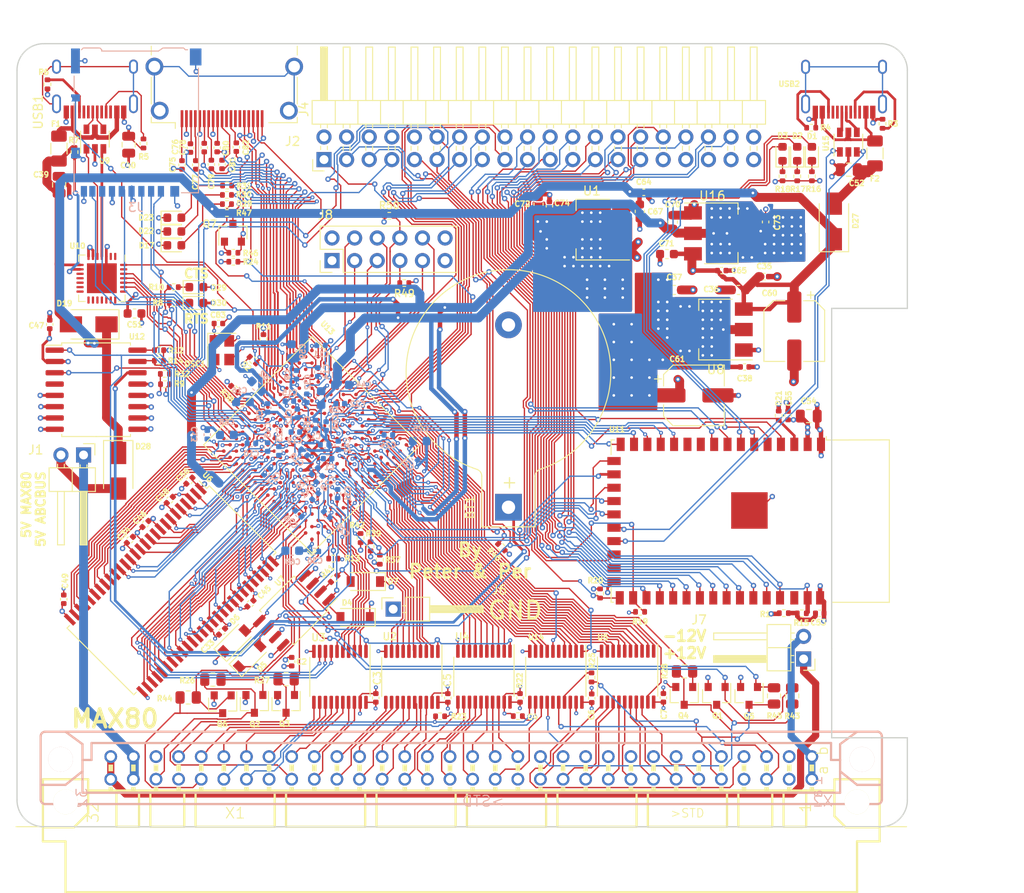
<source format=kicad_pcb>
(kicad_pcb (version 20171130) (host pcbnew 5.99.0+really5.1.10+dfsg1-1)

  (general
    (thickness 1.6)
    (drawings 21)
    (tracks 5383)
    (zones 0)
    (modules 179)
    (nets 333)
  )

  (page A4)
  (title_block
    (title MAX80)
    (date 2021-11-07)
    (rev 0.02)
    (company "No name")
  )

  (layers
    (0 F.Cu signal)
    (1 In1.Cu power)
    (2 In2.Cu signal)
    (31 B.Cu signal)
    (32 B.Adhes user)
    (33 F.Adhes user)
    (34 B.Paste user)
    (35 F.Paste user)
    (36 B.SilkS user)
    (37 F.SilkS user)
    (38 B.Mask user)
    (39 F.Mask user)
    (40 Dwgs.User user)
    (41 Cmts.User user)
    (42 Eco1.User user)
    (43 Eco2.User user)
    (44 Edge.Cuts user)
    (45 Margin user)
    (46 B.CrtYd user)
    (47 F.CrtYd user)
    (48 B.Fab user hide)
    (49 F.Fab user hide)
  )

  (setup
    (last_trace_width 0.15)
    (user_trace_width 0.15)
    (user_trace_width 0.3)
    (user_trace_width 0.5)
    (trace_clearance 0.15)
    (zone_clearance 0.15)
    (zone_45_only no)
    (trace_min 0.15)
    (via_size 0.6)
    (via_drill 0.3)
    (via_min_size 0.45)
    (via_min_drill 0.2)
    (user_via 0.45 0.2)
    (uvia_size 0.3)
    (uvia_drill 0.1)
    (uvias_allowed yes)
    (uvia_min_size 0.2)
    (uvia_min_drill 0.1)
    (edge_width 0.15)
    (segment_width 0.3)
    (pcb_text_width 0.3)
    (pcb_text_size 1.5 1.5)
    (mod_edge_width 0.15)
    (mod_text_size 1 1)
    (mod_text_width 0.15)
    (pad_size 3.5 1.6)
    (pad_drill 0)
    (pad_to_mask_clearance 0)
    (aux_axis_origin 0 0)
    (visible_elements FFFFFF7F)
    (pcbplotparams
      (layerselection 0x010fc_ffffffff)
      (usegerberextensions false)
      (usegerberattributes true)
      (usegerberadvancedattributes true)
      (creategerberjobfile true)
      (excludeedgelayer true)
      (linewidth 0.100000)
      (plotframeref false)
      (viasonmask false)
      (mode 1)
      (useauxorigin false)
      (hpglpennumber 1)
      (hpglpenspeed 20)
      (hpglpendiameter 15.000000)
      (psnegative false)
      (psa4output false)
      (plotreference true)
      (plotvalue true)
      (plotinvisibletext false)
      (padsonsilk false)
      (subtractmaskfromsilk false)
      (outputformat 1)
      (mirror false)
      (drillshape 0)
      (scaleselection 1)
      (outputdirectory "max80_gerber002"))
  )

  (net 0 "")
  (net 1 GND)
  (net 2 +5V)
  (net 3 "Net-(R5-Pad2)")
  (net 4 "Net-(R6-Pad2)")
  (net 5 "Net-(R7-Pad1)")
  (net 6 "Net-(U10-Pad5)")
  (net 7 "Net-(U10-Pad4)")
  (net 8 "Net-(U9-Pad4)")
  (net 9 "Net-(U9-Pad6)")
  (net 10 "Net-(USB1-Pad13)")
  (net 11 "Net-(BT1-Pad1)")
  (net 12 /A4)
  (net 13 /A3)
  (net 14 /A2)
  (net 15 /A1)
  (net 16 /A0)
  (net 17 /IO0)
  (net 18 /IO3)
  (net 19 /IO4)
  (net 20 /IO5)
  (net 21 /IO6)
  (net 22 /IO7)
  (net 23 /A11)
  (net 24 /IO9)
  (net 25 /A8)
  (net 26 /A7)
  (net 27 /A6)
  (net 28 /A5)
  (net 29 /A9)
  (net 30 /A10)
  (net 31 /A12)
  (net 32 /IO8)
  (net 33 /IO10)
  (net 34 /IO11)
  (net 35 /IO12)
  (net 36 /IO13)
  (net 37 /IO14)
  (net 38 /IO15)
  (net 39 /abc80bus/D7)
  (net 40 /abc80bus/D6)
  (net 41 /abc80bus/D5)
  (net 42 /abc80bus/D4)
  (net 43 /abc80bus/D3)
  (net 44 /abc80bus/D2)
  (net 45 /abc80bus/D1)
  (net 46 /abc80bus/D0)
  (net 47 /abc80bus/A8)
  (net 48 /abc80bus/A9)
  (net 49 /abc80bus/A10)
  (net 50 /abc80bus/A11)
  (net 51 /abc80bus/A12)
  (net 52 /abc80bus/A13)
  (net 53 /abc80bus/A14)
  (net 54 /abc80bus/A15)
  (net 55 /abc80bus/A7)
  (net 56 /abc80bus/A6)
  (net 57 /abc80bus/A5)
  (net 58 /abc80bus/A4)
  (net 59 /abc80bus/A3)
  (net 60 /abc80bus/A2)
  (net 61 /abc80bus/A1)
  (net 62 /abc80bus/A0)
  (net 63 /IO1)
  (net 64 /IO2)
  (net 65 /32KHZ)
  (net 66 /RTC_INT)
  (net 67 /abc80bus/ABC5V)
  (net 68 /SD_DAT1)
  (net 69 /SD_DAT3)
  (net 70 /SD_CMD)
  (net 71 /SD_CLK)
  (net 72 /SD_DAT0)
  (net 73 FPGA_TDI)
  (net 74 FPGA_TMS)
  (net 75 FPGA_TDO)
  (net 76 FPGA_TCK)
  (net 77 ABC_CLK_5)
  (net 78 /FPGA_SCL)
  (net 79 /FPGA_SDA)
  (net 80 FPGA_SPI_CLK)
  (net 81 FGPA_SPI_CS_ESP32)
  (net 82 INT_ESP32)
  (net 83 "Net-(C53-Pad1)")
  (net 84 "Net-(F2-Pad2)")
  (net 85 ESP32_TDO)
  (net 86 ESP32_TCK)
  (net 87 ESP32_TMS)
  (net 88 ESP32_IO0)
  (net 89 ESP32_RXD)
  (net 90 ESP32_TXD)
  (net 91 ESP32_EN)
  (net 92 "Net-(R3-Pad2)")
  (net 93 "Net-(R4-Pad2)")
  (net 94 /ESP32/USB_D-)
  (net 95 /ESP32/USB_D+)
  (net 96 ESP32_TDI)
  (net 97 "Net-(U15-Pad6)")
  (net 98 "Net-(U15-Pad4)")
  (net 99 "Net-(USB2-Pad13)")
  (net 100 "Net-(D1-Pad2)")
  (net 101 "Net-(D1-Pad1)")
  (net 102 "Net-(D2-Pad2)")
  (net 103 "Net-(D2-Pad1)")
  (net 104 "Net-(D3-Pad2)")
  (net 105 "Net-(D3-Pad1)")
  (net 106 ESP32_SCL)
  (net 107 ESP32_SDA)
  (net 108 ESP32_CS2)
  (net 109 ESP32_CS0)
  (net 110 ESP32_MISO)
  (net 111 ESP32_SCK)
  (net 112 ESP32_MOSI)
  (net 113 ESP32_CS1)
  (net 114 /FPGA_USB_TXD)
  (net 115 /FPGA_USB_RXD)
  (net 116 /abc80bus/~CS)
  (net 117 /abc80bus/~C4)
  (net 118 /abc80bus/~C3)
  (net 119 /abc80bus/~C2)
  (net 120 /abc80bus/~C1)
  (net 121 /abc80bus/~OUT)
  (net 122 /abc80bus/~RST)
  (net 123 /abc80bus/~XMEMFL)
  (net 124 /abc80bus/~INP)
  (net 125 /abc80bus/~STATUS)
  (net 126 /abc80bus/~XINPSTB)
  (net 127 /abc80bus/~XOUTSTB)
  (net 128 AD0)
  (net 129 AD1)
  (net 130 AD2)
  (net 131 AD3)
  (net 132 AD4)
  (net 133 AD5)
  (net 134 AD6)
  (net 135 AD7)
  (net 136 /abc80bus/~RESIN)
  (net 137 /FPGA_LED1)
  (net 138 /FPGA_LED2)
  (net 139 /FPGA_LED3)
  (net 140 "Net-(D17-Pad2)")
  (net 141 "Net-(D22-Pad2)")
  (net 142 "Net-(D23-Pad2)")
  (net 143 FPGA_GPIO3)
  (net 144 FPGA_GPIO2)
  (net 145 FPGA_GPIO1)
  (net 146 FPGA_GPIO0)
  (net 147 FPGA_GPIO5)
  (net 148 FPGA_GPIO4)
  (net 149 /abc80bus/READY)
  (net 150 /abc80bus/~NMI)
  (net 151 ~FPGA_READY)
  (net 152 FPGA_NMI)
  (net 153 FPGA_RESIN)
  (net 154 /DQMH)
  (net 155 /CLK)
  (net 156 /CKE)
  (net 157 /BA1)
  (net 158 /BA0)
  (net 159 /DQML)
  (net 160 "Net-(D28-Pad2)")
  (net 161 "Net-(F1-Pad2)")
  (net 162 /FPGA_USB_RTS)
  (net 163 /FPGA_USB_CTS)
  (net 164 "Net-(C39-Pad1)")
  (net 165 "Net-(C52-Pad1)")
  (net 166 /WE#)
  (net 167 /CAS#)
  (net 168 /RAS#)
  (net 169 /CS#)
  (net 170 "Net-(D29-Pad1)")
  (net 171 "Net-(D30-Pad1)")
  (net 172 +3V3)
  (net 173 +2V5)
  (net 174 +1V2)
  (net 175 "Net-(R13-Pad1)")
  (net 176 "Net-(R37-Pad2)")
  (net 177 "Net-(R38-Pad2)")
  (net 178 "Net-(R41-Pad2)")
  (net 179 DATA0)
  (net 180 ~CS_ABC_3V3)
  (net 181 ~OUT_ABC_3V3)
  (net 182 AD8)
  (net 183 ~C1_ABC_3V3)
  (net 184 AD9)
  (net 185 ~C2_ABC_3V3)
  (net 186 AD10)
  (net 187 ~C3_ABC_3V3)
  (net 188 ~C4_ABC_3V3)
  (net 189 AD11)
  (net 190 AD12)
  (net 191 AD13)
  (net 192 AD14)
  (net 193 AD15)
  (net 194 DLCK)
  (net 195 ASD0)
  (net 196 nCE0)
  (net 197 ~INP_ABC_3V3)
  (net 198 ~STATUS_ABC_3V3)
  (net 199 DD0)
  (net 200 DD1)
  (net 201 DD2)
  (net 202 DD3)
  (net 203 DD4)
  (net 204 DD5)
  (net 205 DD6)
  (net 206 DD7)
  (net 207 DD8)
  (net 208 ~XOUTSTB_ABC_3V3)
  (net 209 ~RST_ABC_3V3)
  (net 210 ~XMEMFL_ABC_3V3)
  (net 211 ~XINPSTB_ABC_3V3)
  (net 212 ABC_CLK_3V3)
  (net 213 DD9)
  (net 214 FPGA_SPI_MOSI)
  (net 215 FPGA_SPI_MISO)
  (net 216 /SD_DAT2)
  (net 217 CLK0n)
  (net 218 HDMI_CK-)
  (net 219 HDMI_D0+)
  (net 220 HDMI_D1-)
  (net 221 HDMI_D2+)
  (net 222 HDMI_CK+)
  (net 223 HDMI_D0-)
  (net 224 HDMI_D1+)
  (net 225 HDMI_D2-)
  (net 226 HDMI_SDA)
  (net 227 HDMI_HPD)
  (net 228 HDMI_SCL)
  (net 229 FPGA_JTAGEN)
  (net 230 FLASH_CS#)
  (net 231 /abc80bus/~INT)
  (net 232 /abc80bus/~XMEMW800)
  (net 233 /abc80bus/~XMEMW80)
  (net 234 INT_ABC_3V3)
  (net 235 INT800_ABC_3V3)
  (net 236 ~XMEMW80_ABC_3V3)
  (net 237 ~XMEMW800_ABC_3V3)
  (net 238 /abc80bus/~XM)
  (net 239 XM_ABC_3V3)
  (net 240 "Net-(R25-Pad2)")
  (net 241 AD16)
  (net 242 DD10)
  (net 243 /abc80bus/ABC_-12V)
  (net 244 /abc80bus/ABC_12V)
  (net 245 /FPGA_USB_DTR)
  (net 246 "Net-(C75-Pad1)")
  (net 247 "Net-(C76-Pad1)")
  (net 248 "Net-(C77-Pad1)")
  (net 249 "Net-(C78-Pad1)")
  (net 250 "Net-(C79-Pad1)")
  (net 251 "Net-(C80-Pad1)")
  (net 252 "Net-(C81-Pad1)")
  (net 253 "Net-(C82-Pad1)")
  (net 254 EXT_HG)
  (net 255 EXT_HB)
  (net 256 EXT_HE)
  (net 257 EXT_HC)
  (net 258 EXT_HA)
  (net 259 EXT_HF)
  (net 260 EXT_HH)
  (net 261 EXT_HD)
  (net 262 "Net-(J4-Pad40)")
  (net 263 "Net-(J4-Pad8)")
  (net 264 "Net-(J4-Pad6)")
  (net 265 "Net-(U6-Pad40)")
  (net 266 "Net-(U10-Pad27)")
  (net 267 "Net-(U10-Pad22)")
  (net 268 "Net-(U10-Pad21)")
  (net 269 "Net-(U10-Pad20)")
  (net 270 "Net-(U10-Pad19)")
  (net 271 "Net-(U10-Pad18)")
  (net 272 "Net-(U10-Pad17)")
  (net 273 "Net-(U10-Pad16)")
  (net 274 "Net-(U10-Pad15)")
  (net 275 "Net-(U10-Pad14)")
  (net 276 "Net-(U10-Pad13)")
  (net 277 "Net-(U10-Pad12)")
  (net 278 "Net-(U10-Pad11)")
  (net 279 "Net-(U10-Pad10)")
  (net 280 "Net-(U10-Pad2)")
  (net 281 "Net-(U10-Pad1)")
  (net 282 "Net-(U11-Pad10)")
  (net 283 "Net-(U11-Pad11)")
  (net 284 "Net-(U11-Pad25)")
  (net 285 "Net-(U11-Pad40)")
  (net 286 "Net-(U12-Pad4)")
  (net 287 "Net-(U13-PadL16)")
  (net 288 "Net-(U13-PadK12)")
  (net 289 "Net-(U13-PadL11)")
  (net 290 "Net-(U13-PadP15)")
  (net 291 "Net-(U13-PadJ14)")
  (net 292 "Net-(U13-PadL14)")
  (net 293 "Net-(U13-PadN14)")
  (net 294 "Net-(U13-PadK10)")
  (net 295 "Net-(U13-PadK9)")
  (net 296 "Net-(U13-PadL9)")
  (net 297 "Net-(U13-PadM9)")
  (net 298 "Net-(U13-PadL13)")
  (net 299 "Net-(U13-PadJ13)")
  (net 300 "Net-(U13-PadJ12)")
  (net 301 "Net-(U13-PadG11)")
  (net 302 "Net-(U13-PadP11)")
  (net 303 "Net-(U13-PadL6)")
  (net 304 "Net-(U13-PadK6)")
  (net 305 "Net-(U13-PadC3)")
  (net 306 "Net-(U14-Pad15)")
  (net 307 "Net-(U14-Pad5)")
  (net 308 "Net-(USB1-Pad3)")
  (net 309 "Net-(USB1-Pad9)")
  (net 310 "Net-(USB1-Pad5)")
  (net 311 "Net-(USB1-Pad8)")
  (net 312 "Net-(USB2-Pad3)")
  (net 313 "Net-(USB2-Pad9)")
  (net 314 "Net-(USB2-Pad5)")
  (net 315 "Net-(USB2-Pad8)")
  (net 316 "Net-(X1-PadB30)")
  (net 317 "Net-(X1-PadB12)")
  (net 318 "Net-(X1-PadB11)")
  (net 319 "Net-(X1-PadB10)")
  (net 320 "Net-(X1-PadB9)")
  (net 321 "Net-(X1-PadB8)")
  (net 322 "Net-(X1-PadB7)")
  (net 323 "Net-(X1-PadB6)")
  (net 324 "Net-(X1-PadA29)")
  (net 325 "Net-(X1-PadA25)")
  (net 326 "Net-(X1-PadA14)")
  (net 327 "Net-(J2-PadSH)")
  (net 328 "Net-(J2-Pad19)")
  (net 329 "Net-(J2-Pad14)")
  (net 330 "Net-(J2-Pad13)")
  (net 331 "Net-(J2-Pad11)")
  (net 332 /~SD_DETECT)

  (net_class Default "This is the default net class."
    (clearance 0.15)
    (trace_width 0.15)
    (via_dia 0.6)
    (via_drill 0.3)
    (uvia_dia 0.3)
    (uvia_drill 0.1)
    (add_net +1V2)
    (add_net +2V5)
    (add_net +3V3)
    (add_net +5V)
    (add_net /32KHZ)
    (add_net /A0)
    (add_net /A1)
    (add_net /A10)
    (add_net /A11)
    (add_net /A12)
    (add_net /A2)
    (add_net /A3)
    (add_net /A4)
    (add_net /A5)
    (add_net /A6)
    (add_net /A7)
    (add_net /A8)
    (add_net /A9)
    (add_net /BA0)
    (add_net /BA1)
    (add_net /CAS#)
    (add_net /CKE)
    (add_net /CLK)
    (add_net /CS#)
    (add_net /DQMH)
    (add_net /DQML)
    (add_net /ESP32/USB_D+)
    (add_net /ESP32/USB_D-)
    (add_net /FPGA_LED1)
    (add_net /FPGA_LED2)
    (add_net /FPGA_LED3)
    (add_net /FPGA_SCL)
    (add_net /FPGA_SDA)
    (add_net /FPGA_USB_CTS)
    (add_net /FPGA_USB_DTR)
    (add_net /FPGA_USB_RTS)
    (add_net /FPGA_USB_RXD)
    (add_net /FPGA_USB_TXD)
    (add_net /IO0)
    (add_net /IO1)
    (add_net /IO10)
    (add_net /IO11)
    (add_net /IO12)
    (add_net /IO13)
    (add_net /IO14)
    (add_net /IO15)
    (add_net /IO2)
    (add_net /IO3)
    (add_net /IO4)
    (add_net /IO5)
    (add_net /IO6)
    (add_net /IO7)
    (add_net /IO8)
    (add_net /IO9)
    (add_net /RAS#)
    (add_net /RTC_INT)
    (add_net /SD_CLK)
    (add_net /SD_CMD)
    (add_net /SD_DAT0)
    (add_net /SD_DAT1)
    (add_net /SD_DAT2)
    (add_net /SD_DAT3)
    (add_net /WE#)
    (add_net /abc80bus/A0)
    (add_net /abc80bus/A1)
    (add_net /abc80bus/A10)
    (add_net /abc80bus/A11)
    (add_net /abc80bus/A12)
    (add_net /abc80bus/A13)
    (add_net /abc80bus/A14)
    (add_net /abc80bus/A15)
    (add_net /abc80bus/A2)
    (add_net /abc80bus/A3)
    (add_net /abc80bus/A4)
    (add_net /abc80bus/A5)
    (add_net /abc80bus/A6)
    (add_net /abc80bus/A7)
    (add_net /abc80bus/A8)
    (add_net /abc80bus/A9)
    (add_net /abc80bus/ABC5V)
    (add_net /abc80bus/ABC_-12V)
    (add_net /abc80bus/ABC_12V)
    (add_net /abc80bus/D0)
    (add_net /abc80bus/D1)
    (add_net /abc80bus/D2)
    (add_net /abc80bus/D3)
    (add_net /abc80bus/D4)
    (add_net /abc80bus/D5)
    (add_net /abc80bus/D6)
    (add_net /abc80bus/D7)
    (add_net /abc80bus/READY)
    (add_net /abc80bus/~C1)
    (add_net /abc80bus/~C2)
    (add_net /abc80bus/~C3)
    (add_net /abc80bus/~C4)
    (add_net /abc80bus/~CS)
    (add_net /abc80bus/~INP)
    (add_net /abc80bus/~INT)
    (add_net /abc80bus/~NMI)
    (add_net /abc80bus/~OUT)
    (add_net /abc80bus/~RESIN)
    (add_net /abc80bus/~RST)
    (add_net /abc80bus/~STATUS)
    (add_net /abc80bus/~XINPSTB)
    (add_net /abc80bus/~XM)
    (add_net /abc80bus/~XMEMFL)
    (add_net /abc80bus/~XMEMW80)
    (add_net /abc80bus/~XMEMW800)
    (add_net /abc80bus/~XOUTSTB)
    (add_net /~SD_DETECT)
    (add_net ABC_CLK_3V3)
    (add_net ABC_CLK_5)
    (add_net AD0)
    (add_net AD1)
    (add_net AD10)
    (add_net AD11)
    (add_net AD12)
    (add_net AD13)
    (add_net AD14)
    (add_net AD15)
    (add_net AD16)
    (add_net AD2)
    (add_net AD3)
    (add_net AD4)
    (add_net AD5)
    (add_net AD6)
    (add_net AD7)
    (add_net AD8)
    (add_net AD9)
    (add_net ASD0)
    (add_net CLK0n)
    (add_net DATA0)
    (add_net DD0)
    (add_net DD1)
    (add_net DD10)
    (add_net DD2)
    (add_net DD3)
    (add_net DD4)
    (add_net DD5)
    (add_net DD6)
    (add_net DD7)
    (add_net DD8)
    (add_net DD9)
    (add_net DLCK)
    (add_net ESP32_CS0)
    (add_net ESP32_CS1)
    (add_net ESP32_CS2)
    (add_net ESP32_EN)
    (add_net ESP32_IO0)
    (add_net ESP32_MISO)
    (add_net ESP32_MOSI)
    (add_net ESP32_RXD)
    (add_net ESP32_SCK)
    (add_net ESP32_SCL)
    (add_net ESP32_SDA)
    (add_net ESP32_TCK)
    (add_net ESP32_TDI)
    (add_net ESP32_TDO)
    (add_net ESP32_TMS)
    (add_net ESP32_TXD)
    (add_net EXT_HA)
    (add_net EXT_HB)
    (add_net EXT_HC)
    (add_net EXT_HD)
    (add_net EXT_HE)
    (add_net EXT_HF)
    (add_net EXT_HG)
    (add_net EXT_HH)
    (add_net FGPA_SPI_CS_ESP32)
    (add_net FLASH_CS#)
    (add_net FPGA_GPIO0)
    (add_net FPGA_GPIO1)
    (add_net FPGA_GPIO2)
    (add_net FPGA_GPIO3)
    (add_net FPGA_GPIO4)
    (add_net FPGA_GPIO5)
    (add_net FPGA_JTAGEN)
    (add_net FPGA_NMI)
    (add_net FPGA_RESIN)
    (add_net FPGA_SPI_CLK)
    (add_net FPGA_SPI_MISO)
    (add_net FPGA_SPI_MOSI)
    (add_net FPGA_TCK)
    (add_net FPGA_TDI)
    (add_net FPGA_TDO)
    (add_net FPGA_TMS)
    (add_net GND)
    (add_net HDMI_CK+)
    (add_net HDMI_CK-)
    (add_net HDMI_D0+)
    (add_net HDMI_D0-)
    (add_net HDMI_D1+)
    (add_net HDMI_D1-)
    (add_net HDMI_D2+)
    (add_net HDMI_D2-)
    (add_net HDMI_HPD)
    (add_net HDMI_SCL)
    (add_net HDMI_SDA)
    (add_net INT800_ABC_3V3)
    (add_net INT_ABC_3V3)
    (add_net INT_ESP32)
    (add_net "Net-(BT1-Pad1)")
    (add_net "Net-(C39-Pad1)")
    (add_net "Net-(C52-Pad1)")
    (add_net "Net-(C53-Pad1)")
    (add_net "Net-(C75-Pad1)")
    (add_net "Net-(C76-Pad1)")
    (add_net "Net-(C77-Pad1)")
    (add_net "Net-(C78-Pad1)")
    (add_net "Net-(C79-Pad1)")
    (add_net "Net-(C80-Pad1)")
    (add_net "Net-(C81-Pad1)")
    (add_net "Net-(C82-Pad1)")
    (add_net "Net-(D1-Pad1)")
    (add_net "Net-(D1-Pad2)")
    (add_net "Net-(D17-Pad2)")
    (add_net "Net-(D2-Pad1)")
    (add_net "Net-(D2-Pad2)")
    (add_net "Net-(D22-Pad2)")
    (add_net "Net-(D23-Pad2)")
    (add_net "Net-(D28-Pad2)")
    (add_net "Net-(D29-Pad1)")
    (add_net "Net-(D3-Pad1)")
    (add_net "Net-(D3-Pad2)")
    (add_net "Net-(D30-Pad1)")
    (add_net "Net-(F1-Pad2)")
    (add_net "Net-(F2-Pad2)")
    (add_net "Net-(J2-Pad11)")
    (add_net "Net-(J2-Pad13)")
    (add_net "Net-(J2-Pad14)")
    (add_net "Net-(J2-Pad19)")
    (add_net "Net-(J2-PadSH)")
    (add_net "Net-(J4-Pad40)")
    (add_net "Net-(J4-Pad6)")
    (add_net "Net-(J4-Pad8)")
    (add_net "Net-(R13-Pad1)")
    (add_net "Net-(R25-Pad2)")
    (add_net "Net-(R3-Pad2)")
    (add_net "Net-(R37-Pad2)")
    (add_net "Net-(R38-Pad2)")
    (add_net "Net-(R4-Pad2)")
    (add_net "Net-(R41-Pad2)")
    (add_net "Net-(R5-Pad2)")
    (add_net "Net-(R6-Pad2)")
    (add_net "Net-(R7-Pad1)")
    (add_net "Net-(U10-Pad1)")
    (add_net "Net-(U10-Pad10)")
    (add_net "Net-(U10-Pad11)")
    (add_net "Net-(U10-Pad12)")
    (add_net "Net-(U10-Pad13)")
    (add_net "Net-(U10-Pad14)")
    (add_net "Net-(U10-Pad15)")
    (add_net "Net-(U10-Pad16)")
    (add_net "Net-(U10-Pad17)")
    (add_net "Net-(U10-Pad18)")
    (add_net "Net-(U10-Pad19)")
    (add_net "Net-(U10-Pad2)")
    (add_net "Net-(U10-Pad20)")
    (add_net "Net-(U10-Pad21)")
    (add_net "Net-(U10-Pad22)")
    (add_net "Net-(U10-Pad27)")
    (add_net "Net-(U10-Pad4)")
    (add_net "Net-(U10-Pad5)")
    (add_net "Net-(U11-Pad10)")
    (add_net "Net-(U11-Pad11)")
    (add_net "Net-(U11-Pad25)")
    (add_net "Net-(U11-Pad40)")
    (add_net "Net-(U12-Pad4)")
    (add_net "Net-(U13-PadC3)")
    (add_net "Net-(U13-PadG11)")
    (add_net "Net-(U13-PadJ12)")
    (add_net "Net-(U13-PadJ13)")
    (add_net "Net-(U13-PadJ14)")
    (add_net "Net-(U13-PadK10)")
    (add_net "Net-(U13-PadK12)")
    (add_net "Net-(U13-PadK6)")
    (add_net "Net-(U13-PadK9)")
    (add_net "Net-(U13-PadL11)")
    (add_net "Net-(U13-PadL13)")
    (add_net "Net-(U13-PadL14)")
    (add_net "Net-(U13-PadL16)")
    (add_net "Net-(U13-PadL6)")
    (add_net "Net-(U13-PadL9)")
    (add_net "Net-(U13-PadM9)")
    (add_net "Net-(U13-PadN14)")
    (add_net "Net-(U13-PadP11)")
    (add_net "Net-(U13-PadP15)")
    (add_net "Net-(U14-Pad15)")
    (add_net "Net-(U14-Pad5)")
    (add_net "Net-(U15-Pad4)")
    (add_net "Net-(U15-Pad6)")
    (add_net "Net-(U6-Pad40)")
    (add_net "Net-(U9-Pad4)")
    (add_net "Net-(U9-Pad6)")
    (add_net "Net-(USB1-Pad13)")
    (add_net "Net-(USB1-Pad3)")
    (add_net "Net-(USB1-Pad5)")
    (add_net "Net-(USB1-Pad8)")
    (add_net "Net-(USB1-Pad9)")
    (add_net "Net-(USB2-Pad13)")
    (add_net "Net-(USB2-Pad3)")
    (add_net "Net-(USB2-Pad5)")
    (add_net "Net-(USB2-Pad8)")
    (add_net "Net-(USB2-Pad9)")
    (add_net "Net-(X1-PadA14)")
    (add_net "Net-(X1-PadA25)")
    (add_net "Net-(X1-PadA29)")
    (add_net "Net-(X1-PadB10)")
    (add_net "Net-(X1-PadB11)")
    (add_net "Net-(X1-PadB12)")
    (add_net "Net-(X1-PadB30)")
    (add_net "Net-(X1-PadB6)")
    (add_net "Net-(X1-PadB7)")
    (add_net "Net-(X1-PadB8)")
    (add_net "Net-(X1-PadB9)")
    (add_net XM_ABC_3V3)
    (add_net nCE0)
    (add_net ~C1_ABC_3V3)
    (add_net ~C2_ABC_3V3)
    (add_net ~C3_ABC_3V3)
    (add_net ~C4_ABC_3V3)
    (add_net ~CS_ABC_3V3)
    (add_net ~FPGA_READY)
    (add_net ~INP_ABC_3V3)
    (add_net ~OUT_ABC_3V3)
    (add_net ~RST_ABC_3V3)
    (add_net ~STATUS_ABC_3V3)
    (add_net ~XINPSTB_ABC_3V3)
    (add_net ~XMEMFL_ABC_3V3)
    (add_net ~XMEMW800_ABC_3V3)
    (add_net ~XMEMW80_ABC_3V3)
    (add_net ~XOUTSTB_ABC_3V3)
  )

  (module max80:FAB64B (layer B.Cu) (tedit 0) (tstamp 61976193)
    (at 154.87 121.86 90)
    (descr "<b>DIN 41612 CONNECTOR</b>\n<p>\nFemale, 64 pins, type B, rows AB, grid 2.54 mm.<br />\nB mates with Q, but pin numbers reversed.\n</p>")
    (path /6013B380/61C9828F)
    (fp_text reference X2 (at -4.445 39.37 180) (layer B.SilkS)
      (effects (font (size 1.2065 1.2065) (thickness 0.12065)) (justify right bottom mirror))
    )
    (fp_text value ABC-Bus (at -4.445 -34.29 180) (layer B.Fab)
      (effects (font (size 1.2065 1.2065) (thickness 0.12065)) (justify right bottom mirror))
    )
    (fp_line (start -2.54 42.291) (end -2.54 -42.291) (layer B.Fab) (width 0.254))
    (fp_line (start 0.635 -41.275) (end 2.54 -41.275) (layer B.Fab) (width 0.254))
    (fp_line (start 2.54 -41.275) (end 2.54 41.275) (layer B.Fab) (width 0.254))
    (fp_line (start 2.54 41.275) (end 0.635 41.275) (layer B.Fab) (width 0.254))
    (fp_line (start -1.905 47.244) (end -1.905 44.45) (layer B.SilkS) (width 0.254))
    (fp_line (start -1.905 47.244) (end -3.556 47.244) (layer B.SilkS) (width 0.254))
    (fp_line (start -0.381 42.545) (end -1.905 44.45) (layer B.SilkS) (width 0.254))
    (fp_line (start -1.905 -47.244) (end -1.905 -44.45) (layer B.SilkS) (width 0.254))
    (fp_line (start -1.905 -47.244) (end 3.556 -47.244) (layer B.SilkS) (width 0.254))
    (fp_line (start -0.381 -42.545) (end -1.905 -44.45) (layer B.SilkS) (width 0.254))
    (fp_line (start 4.064 44.45) (end 4.064 46.736) (layer B.SilkS) (width 0.254))
    (fp_line (start 2.667 42.545) (end 4.064 44.45) (layer B.SilkS) (width 0.254))
    (fp_line (start 4.064 44.45) (end 4.064 -44.45) (layer B.SilkS) (width 0.254))
    (fp_line (start 2.667 -42.545) (end 4.064 -44.45) (layer B.SilkS) (width 0.254))
    (fp_line (start 0.635 -41.275) (end 0.635 -42.291) (layer B.Fab) (width 0.254))
    (fp_line (start 0.889 -42.545) (end -0.381 -42.545) (layer B.SilkS) (width 0.254))
    (fp_line (start 0.635 -42.291) (end -2.54 -42.291) (layer B.Fab) (width 0.254))
    (fp_line (start -0.381 -42.545) (end -2.794 -42.545) (layer B.SilkS) (width 0.254))
    (fp_line (start 0.889 -42.545) (end 0.889 -41.529) (layer B.SilkS) (width 0.254))
    (fp_line (start 0.889 -42.545) (end 2.667 -42.545) (layer B.SilkS) (width 0.254))
    (fp_line (start 0.889 -41.529) (end 2.794 -41.529) (layer B.SilkS) (width 0.254))
    (fp_line (start 2.794 -41.529) (end 2.794 41.529) (layer B.SilkS) (width 0.254))
    (fp_line (start -2.794 -42.545) (end -2.794 42.545) (layer B.SilkS) (width 0.254))
    (fp_line (start 2.794 41.529) (end 0.889 41.529) (layer B.SilkS) (width 0.254))
    (fp_line (start 0.889 41.529) (end 0.889 42.545) (layer B.SilkS) (width 0.254))
    (fp_line (start 0.889 42.545) (end 2.667 42.545) (layer B.SilkS) (width 0.254))
    (fp_line (start 0.635 41.275) (end 0.635 42.291) (layer B.Fab) (width 0.254))
    (fp_line (start -0.381 42.545) (end 0.889 42.545) (layer B.SilkS) (width 0.254))
    (fp_line (start 0.635 42.291) (end -2.54 42.291) (layer B.Fab) (width 0.254))
    (fp_line (start -0.381 42.545) (end -2.794 42.545) (layer B.SilkS) (width 0.254))
    (fp_line (start 3.556 47.244) (end -1.905 47.244) (layer B.SilkS) (width 0.254))
    (fp_line (start -3.556 -47.244) (end -1.905 -47.244) (layer B.SilkS) (width 0.254))
    (fp_line (start -4.064 -46.736) (end -4.064 46.736) (layer B.SilkS) (width 0.254))
    (fp_line (start 4.064 -46.736) (end 4.064 -44.45) (layer B.SilkS) (width 0.254))
    (fp_circle (center 0.9652 -45.0088) (end 3.2512 -45.0088) (layer Dwgs.User) (width 1.778))
    (fp_circle (center 0.9652 -45.0088) (end 3.2512 -45.0088) (layer Dwgs.User) (width 1.778))
    (fp_circle (center 0.9652 -45.0088) (end 2.2352 -45.0088) (layer B.SilkS) (width 0.254))
    (fp_circle (center 0.9652 45.0088) (end 3.2512 45.0088) (layer Dwgs.User) (width 1.778))
    (fp_circle (center 0.9652 45.0088) (end 3.2512 45.0088) (layer Dwgs.User) (width 1.778))
    (fp_circle (center 0.9652 45.0088) (end 2.2352 45.0088) (layer B.SilkS) (width 0.254))
    (fp_poly (pts (xy 0.889 -40.005) (xy 1.651 -40.005) (xy 1.651 -38.735) (xy 0.889 -38.735)) (layer B.Fab) (width 0))
    (fp_poly (pts (xy -1.651 -40.005) (xy -0.889 -40.005) (xy -0.889 -38.735) (xy -1.651 -38.735)) (layer B.Fab) (width 0))
    (fp_poly (pts (xy 0.889 -37.465) (xy 1.651 -37.465) (xy 1.651 -36.195) (xy 0.889 -36.195)) (layer B.Fab) (width 0))
    (fp_poly (pts (xy -1.651 -37.465) (xy -0.889 -37.465) (xy -0.889 -36.195) (xy -1.651 -36.195)) (layer B.Fab) (width 0))
    (fp_poly (pts (xy -1.651 -34.925) (xy -0.889 -34.925) (xy -0.889 -33.655) (xy -1.651 -33.655)) (layer B.Fab) (width 0))
    (fp_poly (pts (xy -1.651 -32.385) (xy -0.889 -32.385) (xy -0.889 -31.115) (xy -1.651 -31.115)) (layer B.Fab) (width 0))
    (fp_poly (pts (xy 0.889 -34.925) (xy 1.651 -34.925) (xy 1.651 -33.655) (xy 0.889 -33.655)) (layer B.Fab) (width 0))
    (fp_poly (pts (xy 0.889 -32.385) (xy 1.651 -32.385) (xy 1.651 -31.115) (xy 0.889 -31.115)) (layer B.Fab) (width 0))
    (fp_poly (pts (xy -1.651 -29.845) (xy -0.889 -29.845) (xy -0.889 -28.575) (xy -1.651 -28.575)) (layer B.Fab) (width 0))
    (fp_poly (pts (xy -1.651 -27.305) (xy -0.889 -27.305) (xy -0.889 -26.035) (xy -1.651 -26.035)) (layer B.Fab) (width 0))
    (fp_poly (pts (xy 0.889 -29.845) (xy 1.651 -29.845) (xy 1.651 -28.575) (xy 0.889 -28.575)) (layer B.Fab) (width 0))
    (fp_poly (pts (xy 0.889 -27.305) (xy 1.651 -27.305) (xy 1.651 -26.035) (xy 0.889 -26.035)) (layer B.Fab) (width 0))
    (fp_poly (pts (xy 0.889 -24.765) (xy 1.651 -24.765) (xy 1.651 -23.495) (xy 0.889 -23.495)) (layer B.Fab) (width 0))
    (fp_poly (pts (xy -1.651 -24.765) (xy -0.889 -24.765) (xy -0.889 -23.495) (xy -1.651 -23.495)) (layer B.Fab) (width 0))
    (fp_poly (pts (xy -1.651 -22.225) (xy -0.889 -22.225) (xy -0.889 -20.955) (xy -1.651 -20.955)) (layer B.Fab) (width 0))
    (fp_poly (pts (xy -1.651 -19.685) (xy -0.889 -19.685) (xy -0.889 -18.415) (xy -1.651 -18.415)) (layer B.Fab) (width 0))
    (fp_poly (pts (xy 0.889 -22.225) (xy 1.651 -22.225) (xy 1.651 -20.955) (xy 0.889 -20.955)) (layer B.Fab) (width 0))
    (fp_poly (pts (xy 0.889 -19.685) (xy 1.651 -19.685) (xy 1.651 -18.415) (xy 0.889 -18.415)) (layer B.Fab) (width 0))
    (fp_poly (pts (xy 0.889 -17.145) (xy 1.651 -17.145) (xy 1.651 -15.875) (xy 0.889 -15.875)) (layer B.Fab) (width 0))
    (fp_poly (pts (xy -1.651 -17.145) (xy -0.889 -17.145) (xy -0.889 -15.875) (xy -1.651 -15.875)) (layer B.Fab) (width 0))
    (fp_poly (pts (xy 0.889 -14.605) (xy 1.651 -14.605) (xy 1.651 -13.335) (xy 0.889 -13.335)) (layer B.Fab) (width 0))
    (fp_poly (pts (xy 0.889 -12.065) (xy 1.651 -12.065) (xy 1.651 -10.795) (xy 0.889 -10.795)) (layer B.Fab) (width 0))
    (fp_poly (pts (xy 0.889 -9.525) (xy 1.651 -9.525) (xy 1.651 -8.255) (xy 0.889 -8.255)) (layer B.Fab) (width 0))
    (fp_poly (pts (xy 0.889 -6.985) (xy 1.651 -6.985) (xy 1.651 -5.715) (xy 0.889 -5.715)) (layer B.Fab) (width 0))
    (fp_poly (pts (xy 0.889 -4.445) (xy 1.651 -4.445) (xy 1.651 -3.175) (xy 0.889 -3.175)) (layer B.Fab) (width 0))
    (fp_poly (pts (xy 0.889 -1.905) (xy 1.651 -1.905) (xy 1.651 -0.635) (xy 0.889 -0.635)) (layer B.Fab) (width 0))
    (fp_poly (pts (xy 0.889 0.635) (xy 1.651 0.635) (xy 1.651 1.905) (xy 0.889 1.905)) (layer B.Fab) (width 0))
    (fp_poly (pts (xy 0.889 3.175) (xy 1.651 3.175) (xy 1.651 4.445) (xy 0.889 4.445)) (layer B.Fab) (width 0))
    (fp_poly (pts (xy 0.889 5.715) (xy 1.651 5.715) (xy 1.651 6.985) (xy 0.889 6.985)) (layer B.Fab) (width 0))
    (fp_poly (pts (xy 0.889 8.255) (xy 1.651 8.255) (xy 1.651 9.525) (xy 0.889 9.525)) (layer B.Fab) (width 0))
    (fp_poly (pts (xy 0.889 10.795) (xy 1.651 10.795) (xy 1.651 12.065) (xy 0.889 12.065)) (layer B.Fab) (width 0))
    (fp_poly (pts (xy 0.889 13.335) (xy 1.651 13.335) (xy 1.651 14.605) (xy 0.889 14.605)) (layer B.Fab) (width 0))
    (fp_poly (pts (xy 0.889 15.875) (xy 1.651 15.875) (xy 1.651 17.145) (xy 0.889 17.145)) (layer B.Fab) (width 0))
    (fp_poly (pts (xy 0.889 18.415) (xy 1.651 18.415) (xy 1.651 19.685) (xy 0.889 19.685)) (layer B.Fab) (width 0))
    (fp_poly (pts (xy 0.889 20.955) (xy 1.651 20.955) (xy 1.651 22.225) (xy 0.889 22.225)) (layer B.Fab) (width 0))
    (fp_poly (pts (xy 0.889 23.495) (xy 1.651 23.495) (xy 1.651 24.765) (xy 0.889 24.765)) (layer B.Fab) (width 0))
    (fp_poly (pts (xy -1.651 -14.605) (xy -0.889 -14.605) (xy -0.889 -13.335) (xy -1.651 -13.335)) (layer B.Fab) (width 0))
    (fp_poly (pts (xy -1.651 -12.065) (xy -0.889 -12.065) (xy -0.889 -10.795) (xy -1.651 -10.795)) (layer B.Fab) (width 0))
    (fp_poly (pts (xy -1.651 -9.525) (xy -0.889 -9.525) (xy -0.889 -8.255) (xy -1.651 -8.255)) (layer B.Fab) (width 0))
    (fp_poly (pts (xy -1.651 -6.985) (xy -0.889 -6.985) (xy -0.889 -5.715) (xy -1.651 -5.715)) (layer B.Fab) (width 0))
    (fp_poly (pts (xy -1.651 -4.445) (xy -0.889 -4.445) (xy -0.889 -3.175) (xy -1.651 -3.175)) (layer B.Fab) (width 0))
    (fp_poly (pts (xy -1.651 -1.905) (xy -0.889 -1.905) (xy -0.889 -0.635) (xy -1.651 -0.635)) (layer B.Fab) (width 0))
    (fp_poly (pts (xy -1.651 0.635) (xy -0.889 0.635) (xy -0.889 1.905) (xy -1.651 1.905)) (layer B.Fab) (width 0))
    (fp_poly (pts (xy -1.651 3.175) (xy -0.889 3.175) (xy -0.889 4.445) (xy -1.651 4.445)) (layer B.Fab) (width 0))
    (fp_poly (pts (xy -1.651 5.715) (xy -0.889 5.715) (xy -0.889 6.985) (xy -1.651 6.985)) (layer B.Fab) (width 0))
    (fp_poly (pts (xy -1.651 8.255) (xy -0.889 8.255) (xy -0.889 9.525) (xy -1.651 9.525)) (layer B.Fab) (width 0))
    (fp_poly (pts (xy -1.651 10.795) (xy -0.889 10.795) (xy -0.889 12.065) (xy -1.651 12.065)) (layer B.Fab) (width 0))
    (fp_poly (pts (xy -1.651 13.335) (xy -0.889 13.335) (xy -0.889 14.605) (xy -1.651 14.605)) (layer B.Fab) (width 0))
    (fp_poly (pts (xy -1.651 15.875) (xy -0.889 15.875) (xy -0.889 17.145) (xy -1.651 17.145)) (layer B.Fab) (width 0))
    (fp_poly (pts (xy -1.651 18.415) (xy -0.889 18.415) (xy -0.889 19.685) (xy -1.651 19.685)) (layer B.Fab) (width 0))
    (fp_poly (pts (xy -1.651 20.955) (xy -0.889 20.955) (xy -0.889 22.225) (xy -1.651 22.225)) (layer B.Fab) (width 0))
    (fp_poly (pts (xy -1.651 23.495) (xy -0.889 23.495) (xy -0.889 24.765) (xy -1.651 24.765)) (layer B.Fab) (width 0))
    (fp_poly (pts (xy -1.651 26.035) (xy -0.889 26.035) (xy -0.889 27.305) (xy -1.651 27.305)) (layer B.Fab) (width 0))
    (fp_poly (pts (xy -1.651 28.575) (xy -0.889 28.575) (xy -0.889 29.845) (xy -1.651 29.845)) (layer B.Fab) (width 0))
    (fp_poly (pts (xy -1.651 31.115) (xy -0.889 31.115) (xy -0.889 32.385) (xy -1.651 32.385)) (layer B.Fab) (width 0))
    (fp_poly (pts (xy -1.651 33.655) (xy -0.889 33.655) (xy -0.889 34.925) (xy -1.651 34.925)) (layer B.Fab) (width 0))
    (fp_poly (pts (xy -1.651 36.195) (xy -0.889 36.195) (xy -0.889 37.465) (xy -1.651 37.465)) (layer B.Fab) (width 0))
    (fp_poly (pts (xy -1.651 38.735) (xy -0.889 38.735) (xy -0.889 40.005) (xy -1.651 40.005)) (layer B.Fab) (width 0))
    (fp_poly (pts (xy 0.889 26.035) (xy 1.651 26.035) (xy 1.651 27.305) (xy 0.889 27.305)) (layer B.Fab) (width 0))
    (fp_poly (pts (xy 0.889 28.575) (xy 1.651 28.575) (xy 1.651 29.845) (xy 0.889 29.845)) (layer B.Fab) (width 0))
    (fp_poly (pts (xy 0.889 31.115) (xy 1.651 31.115) (xy 1.651 32.385) (xy 0.889 32.385)) (layer B.Fab) (width 0))
    (fp_poly (pts (xy 0.889 33.655) (xy 1.651 33.655) (xy 1.651 34.925) (xy 0.889 34.925)) (layer B.Fab) (width 0))
    (fp_poly (pts (xy 0.889 36.195) (xy 1.651 36.195) (xy 1.651 37.465) (xy 0.889 37.465)) (layer B.Fab) (width 0))
    (fp_poly (pts (xy 0.889 38.735) (xy 1.651 38.735) (xy 1.651 40.005) (xy 0.889 40.005)) (layer B.Fab) (width 0))
    (fp_text user >STD (at -4.445 0) (layer B.SilkS)
      (effects (font (size 1.2065 1.2065) (thickness 0.127)) (justify right bottom mirror))
    )
    (fp_text user 1 (at -0.762 40.64 270) (layer B.SilkS)
      (effects (font (size 1.2065 1.2065) (thickness 0.127)) (justify left bottom mirror))
    )
    (fp_text user a (at -2.286 40.64 270) (layer B.SilkS)
      (effects (font (size 1.2065 1.2065) (thickness 0.127)) (justify left bottom mirror))
    )
    (fp_text user 32 (at -2.159 -41.91 270) (layer B.SilkS)
      (effects (font (size 1.2065 1.2065) (thickness 0.127)) (justify left bottom mirror))
    )
    (fp_arc (start -3.556 -46.736) (end -4.064 -46.736) (angle 90) (layer B.SilkS) (width 0.254))
    (fp_arc (start 3.556 -46.736) (end 3.556 -47.244) (angle 90) (layer B.SilkS) (width 0.254))
    (fp_arc (start 3.504755 46.659599) (end 3.556 47.244) (angle -77.21006) (layer B.SilkS) (width 0.254))
    (fp_arc (start -3.556 46.736) (end -4.064 46.736) (angle -90) (layer B.SilkS) (width 0.254))
    (pad "" np_thru_hole circle (at 0.9652 45.0088 90) (size 2.794 2.794) (drill 2.794) (layers *.Cu *.Mask))
    (pad "" np_thru_hole circle (at 0.9652 -45.0088 90) (size 2.794 2.794) (drill 2.794) (layers *.Cu *.Mask))
    (pad B32 thru_hole circle (at 1.27 -39.37 90) (size 1.4224 1.4224) (drill 0.9144) (layers *.Cu *.Mask)
      (net 244 /abc80bus/ABC_12V) (solder_mask_margin 0.1016))
    (pad B31 thru_hole circle (at 1.27 -36.83 90) (size 1.4224 1.4224) (drill 0.9144) (layers *.Cu *.Mask)
      (net 67 /abc80bus/ABC5V) (solder_mask_margin 0.1016))
    (pad B30 thru_hole circle (at 1.27 -34.29 90) (size 1.4224 1.4224) (drill 0.9144) (layers *.Cu *.Mask)
      (net 316 "Net-(X1-PadB30)") (solder_mask_margin 0.1016))
    (pad B29 thru_hole circle (at 1.27 -31.75 90) (size 1.4224 1.4224) (drill 0.9144) (layers *.Cu *.Mask)
      (net 62 /abc80bus/A0) (solder_mask_margin 0.1016))
    (pad B28 thru_hole circle (at 1.27 -29.21 90) (size 1.4224 1.4224) (drill 0.9144) (layers *.Cu *.Mask)
      (net 61 /abc80bus/A1) (solder_mask_margin 0.1016))
    (pad B27 thru_hole circle (at 1.27 -26.67 90) (size 1.4224 1.4224) (drill 0.9144) (layers *.Cu *.Mask)
      (net 60 /abc80bus/A2) (solder_mask_margin 0.1016))
    (pad B26 thru_hole circle (at 1.27 -24.13 90) (size 1.4224 1.4224) (drill 0.9144) (layers *.Cu *.Mask)
      (net 59 /abc80bus/A3) (solder_mask_margin 0.1016))
    (pad B25 thru_hole circle (at 1.27 -21.59 90) (size 1.4224 1.4224) (drill 0.9144) (layers *.Cu *.Mask)
      (net 58 /abc80bus/A4) (solder_mask_margin 0.1016))
    (pad B24 thru_hole circle (at 1.27 -19.05 90) (size 1.4224 1.4224) (drill 0.9144) (layers *.Cu *.Mask)
      (net 57 /abc80bus/A5) (solder_mask_margin 0.1016))
    (pad B23 thru_hole circle (at 1.27 -16.51 90) (size 1.4224 1.4224) (drill 0.9144) (layers *.Cu *.Mask)
      (net 56 /abc80bus/A6) (solder_mask_margin 0.1016))
    (pad B22 thru_hole circle (at 1.27 -13.97 90) (size 1.4224 1.4224) (drill 0.9144) (layers *.Cu *.Mask)
      (net 55 /abc80bus/A7) (solder_mask_margin 0.1016))
    (pad B21 thru_hole circle (at 1.27 -11.43 90) (size 1.4224 1.4224) (drill 0.9144) (layers *.Cu *.Mask)
      (net 47 /abc80bus/A8) (solder_mask_margin 0.1016))
    (pad B20 thru_hole circle (at 1.27 -8.89 90) (size 1.4224 1.4224) (drill 0.9144) (layers *.Cu *.Mask)
      (net 48 /abc80bus/A9) (solder_mask_margin 0.1016))
    (pad B19 thru_hole circle (at 1.27 -6.35 90) (size 1.4224 1.4224) (drill 0.9144) (layers *.Cu *.Mask)
      (net 49 /abc80bus/A10) (solder_mask_margin 0.1016))
    (pad B18 thru_hole circle (at 1.27 -3.81 90) (size 1.4224 1.4224) (drill 0.9144) (layers *.Cu *.Mask)
      (net 50 /abc80bus/A11) (solder_mask_margin 0.1016))
    (pad B17 thru_hole circle (at 1.27 -1.27 90) (size 1.4224 1.4224) (drill 0.9144) (layers *.Cu *.Mask)
      (net 51 /abc80bus/A12) (solder_mask_margin 0.1016))
    (pad B16 thru_hole circle (at 1.27 1.27 90) (size 1.4224 1.4224) (drill 0.9144) (layers *.Cu *.Mask)
      (net 52 /abc80bus/A13) (solder_mask_margin 0.1016))
    (pad B15 thru_hole circle (at 1.27 3.81 90) (size 1.4224 1.4224) (drill 0.9144) (layers *.Cu *.Mask)
      (net 53 /abc80bus/A14) (solder_mask_margin 0.1016))
    (pad B14 thru_hole circle (at 1.27 6.35 90) (size 1.4224 1.4224) (drill 0.9144) (layers *.Cu *.Mask)
      (net 54 /abc80bus/A15) (solder_mask_margin 0.1016))
    (pad B13 thru_hole circle (at 1.27 8.89 90) (size 1.4224 1.4224) (drill 0.9144) (layers *.Cu *.Mask)
      (net 231 /abc80bus/~INT) (solder_mask_margin 0.1016))
    (pad B12 thru_hole circle (at 1.27 11.43 90) (size 1.4224 1.4224) (drill 0.9144) (layers *.Cu *.Mask)
      (net 317 "Net-(X1-PadB12)") (solder_mask_margin 0.1016))
    (pad B11 thru_hole circle (at 1.27 13.97 90) (size 1.4224 1.4224) (drill 0.9144) (layers *.Cu *.Mask)
      (net 318 "Net-(X1-PadB11)") (solder_mask_margin 0.1016))
    (pad B10 thru_hole circle (at 1.27 16.51 90) (size 1.4224 1.4224) (drill 0.9144) (layers *.Cu *.Mask)
      (net 319 "Net-(X1-PadB10)") (solder_mask_margin 0.1016))
    (pad B9 thru_hole circle (at 1.27 19.05 90) (size 1.4224 1.4224) (drill 0.9144) (layers *.Cu *.Mask)
      (net 320 "Net-(X1-PadB9)") (solder_mask_margin 0.1016))
    (pad B8 thru_hole circle (at 1.27 21.59 90) (size 1.4224 1.4224) (drill 0.9144) (layers *.Cu *.Mask)
      (net 321 "Net-(X1-PadB8)") (solder_mask_margin 0.1016))
    (pad B7 thru_hole circle (at 1.27 24.13 90) (size 1.4224 1.4224) (drill 0.9144) (layers *.Cu *.Mask)
      (net 322 "Net-(X1-PadB7)") (solder_mask_margin 0.1016))
    (pad B6 thru_hole circle (at 1.27 26.67 90) (size 1.4224 1.4224) (drill 0.9144) (layers *.Cu *.Mask)
      (net 323 "Net-(X1-PadB6)") (solder_mask_margin 0.1016))
    (pad B5 thru_hole circle (at 1.27 29.21 90) (size 1.4224 1.4224) (drill 0.9144) (layers *.Cu *.Mask)
      (net 77 ABC_CLK_5) (solder_mask_margin 0.1016))
    (pad B4 thru_hole circle (at 1.27 31.75 90) (size 1.4224 1.4224) (drill 0.9144) (layers *.Cu *.Mask)
      (net 123 /abc80bus/~XMEMFL) (solder_mask_margin 0.1016))
    (pad B3 thru_hole circle (at 1.27 34.29 90) (size 1.4224 1.4224) (drill 0.9144) (layers *.Cu *.Mask)
      (net 232 /abc80bus/~XMEMW800) (solder_mask_margin 0.1016))
    (pad B2 thru_hole circle (at 1.27 36.83 90) (size 1.4224 1.4224) (drill 0.9144) (layers *.Cu *.Mask)
      (net 1 GND) (solder_mask_margin 0.1016))
    (pad B1 thru_hole circle (at 1.27 39.37 90) (size 1.4224 1.4224) (drill 0.9144) (layers *.Cu *.Mask)
      (net 243 /abc80bus/ABC_-12V) (solder_mask_margin 0.1016))
    (pad A32 thru_hole circle (at -1.27 -39.37 90) (size 1.4224 1.4224) (drill 0.9144) (layers *.Cu *.Mask)
      (net 244 /abc80bus/ABC_12V) (solder_mask_margin 0.1016))
    (pad A31 thru_hole circle (at -1.27 -36.83 90) (size 1.4224 1.4224) (drill 0.9144) (layers *.Cu *.Mask)
      (net 67 /abc80bus/ABC5V) (solder_mask_margin 0.1016))
    (pad A30 thru_hole circle (at -1.27 -34.29 90) (size 1.4224 1.4224) (drill 0.9144) (layers *.Cu *.Mask)
      (net 149 /abc80bus/READY) (solder_mask_margin 0.1016))
    (pad A29 thru_hole circle (at -1.27 -31.75 90) (size 1.4224 1.4224) (drill 0.9144) (layers *.Cu *.Mask)
      (net 324 "Net-(X1-PadA29)") (solder_mask_margin 0.1016))
    (pad A28 thru_hole circle (at -1.27 -29.21 90) (size 1.4224 1.4224) (drill 0.9144) (layers *.Cu *.Mask)
      (net 238 /abc80bus/~XM) (solder_mask_margin 0.1016))
    (pad A27 thru_hole circle (at -1.27 -26.67 90) (size 1.4224 1.4224) (drill 0.9144) (layers *.Cu *.Mask)
      (net 127 /abc80bus/~XOUTSTB) (solder_mask_margin 0.1016))
    (pad A26 thru_hole circle (at -1.27 -24.13 90) (size 1.4224 1.4224) (drill 0.9144) (layers *.Cu *.Mask)
      (net 126 /abc80bus/~XINPSTB) (solder_mask_margin 0.1016))
    (pad A25 thru_hole circle (at -1.27 -21.59 90) (size 1.4224 1.4224) (drill 0.9144) (layers *.Cu *.Mask)
      (net 325 "Net-(X1-PadA25)") (solder_mask_margin 0.1016))
    (pad A24 thru_hole circle (at -1.27 -19.05 90) (size 1.4224 1.4224) (drill 0.9144) (layers *.Cu *.Mask)
      (net 150 /abc80bus/~NMI) (solder_mask_margin 0.1016))
    (pad A23 thru_hole circle (at -1.27 -16.51 90) (size 1.4224 1.4224) (drill 0.9144) (layers *.Cu *.Mask)
      (net 116 /abc80bus/~CS) (solder_mask_margin 0.1016))
    (pad A22 thru_hole circle (at -1.27 -13.97 90) (size 1.4224 1.4224) (drill 0.9144) (layers *.Cu *.Mask)
      (net 121 /abc80bus/~OUT) (solder_mask_margin 0.1016))
    (pad A21 thru_hole circle (at -1.27 -11.43 90) (size 1.4224 1.4224) (drill 0.9144) (layers *.Cu *.Mask)
      (net 120 /abc80bus/~C1) (solder_mask_margin 0.1016))
    (pad A20 thru_hole circle (at -1.27 -8.89 90) (size 1.4224 1.4224) (drill 0.9144) (layers *.Cu *.Mask)
      (net 119 /abc80bus/~C2) (solder_mask_margin 0.1016))
    (pad A19 thru_hole circle (at -1.27 -6.35 90) (size 1.4224 1.4224) (drill 0.9144) (layers *.Cu *.Mask)
      (net 118 /abc80bus/~C3) (solder_mask_margin 0.1016))
    (pad A18 thru_hole circle (at -1.27 -3.81 90) (size 1.4224 1.4224) (drill 0.9144) (layers *.Cu *.Mask)
      (net 117 /abc80bus/~C4) (solder_mask_margin 0.1016))
    (pad A17 thru_hole circle (at -1.27 -1.27 90) (size 1.4224 1.4224) (drill 0.9144) (layers *.Cu *.Mask)
      (net 124 /abc80bus/~INP) (solder_mask_margin 0.1016))
    (pad A16 thru_hole circle (at -1.27 1.27 90) (size 1.4224 1.4224) (drill 0.9144) (layers *.Cu *.Mask)
      (net 125 /abc80bus/~STATUS) (solder_mask_margin 0.1016))
    (pad A15 thru_hole circle (at -1.27 3.81 90) (size 1.4224 1.4224) (drill 0.9144) (layers *.Cu *.Mask)
      (net 122 /abc80bus/~RST) (solder_mask_margin 0.1016))
    (pad A14 thru_hole circle (at -1.27 6.35 90) (size 1.4224 1.4224) (drill 0.9144) (layers *.Cu *.Mask)
      (net 326 "Net-(X1-PadA14)") (solder_mask_margin 0.1016))
    (pad A13 thru_hole circle (at -1.27 8.89 90) (size 1.4224 1.4224) (drill 0.9144) (layers *.Cu *.Mask)
      (net 46 /abc80bus/D0) (solder_mask_margin 0.1016))
    (pad A12 thru_hole circle (at -1.27 11.43 90) (size 1.4224 1.4224) (drill 0.9144) (layers *.Cu *.Mask)
      (net 45 /abc80bus/D1) (solder_mask_margin 0.1016))
    (pad A11 thru_hole circle (at -1.27 13.97 90) (size 1.4224 1.4224) (drill 0.9144) (layers *.Cu *.Mask)
      (net 44 /abc80bus/D2) (solder_mask_margin 0.1016))
    (pad A10 thru_hole circle (at -1.27 16.51 90) (size 1.4224 1.4224) (drill 0.9144) (layers *.Cu *.Mask)
      (net 43 /abc80bus/D3) (solder_mask_margin 0.1016))
    (pad A9 thru_hole circle (at -1.27 19.05 90) (size 1.4224 1.4224) (drill 0.9144) (layers *.Cu *.Mask)
      (net 42 /abc80bus/D4) (solder_mask_margin 0.1016))
    (pad A8 thru_hole circle (at -1.27 21.59 90) (size 1.4224 1.4224) (drill 0.9144) (layers *.Cu *.Mask)
      (net 41 /abc80bus/D5) (solder_mask_margin 0.1016))
    (pad A7 thru_hole circle (at -1.27 24.13 90) (size 1.4224 1.4224) (drill 0.9144) (layers *.Cu *.Mask)
      (net 40 /abc80bus/D6) (solder_mask_margin 0.1016))
    (pad A6 thru_hole circle (at -1.27 26.67 90) (size 1.4224 1.4224) (drill 0.9144) (layers *.Cu *.Mask)
      (net 39 /abc80bus/D7) (solder_mask_margin 0.1016))
    (pad A5 thru_hole circle (at -1.27 29.21 90) (size 1.4224 1.4224) (drill 0.9144) (layers *.Cu *.Mask)
      (net 233 /abc80bus/~XMEMW80) (solder_mask_margin 0.1016))
    (pad A4 thru_hole circle (at -1.27 31.75 90) (size 1.4224 1.4224) (drill 0.9144) (layers *.Cu *.Mask)
      (net 1 GND) (solder_mask_margin 0.1016))
    (pad A3 thru_hole circle (at -1.27 34.29 90) (size 1.4224 1.4224) (drill 0.9144) (layers *.Cu *.Mask)
      (net 136 /abc80bus/~RESIN) (solder_mask_margin 0.1016))
    (pad A2 thru_hole circle (at -1.27 36.83 90) (size 1.4224 1.4224) (drill 0.9144) (layers *.Cu *.Mask)
      (net 1 GND) (solder_mask_margin 0.1016))
    (pad A1 thru_hole circle (at -1.27 39.37 90) (size 1.4224 1.4224) (drill 0.9144) (layers *.Cu *.Mask)
      (net 243 /abc80bus/ABC_-12V) (solder_mask_margin 0.1016))
  )

  (module Connector_PinHeader_2.54mm:PinHeader_2x20_P2.54mm_Horizontal (layer F.Cu) (tedit 59FED5CB) (tstamp 6194C2E8)
    (at 139.45 53.5 90)
    (descr "Through hole angled pin header, 2x20, 2.54mm pitch, 6mm pin length, double rows")
    (tags "Through hole angled pin header THT 2x20 2.54mm double row")
    (path /60B94961/60B95FED)
    (fp_text reference J4 (at 5.655 -2.27 90) (layer F.SilkS)
      (effects (font (size 1 1) (thickness 0.15)))
    )
    (fp_text value Conn_02x20_Odd_Even (at 5.655 50.53 90) (layer F.Fab)
      (effects (font (size 1 1) (thickness 0.15)))
    )
    (fp_line (start 4.675 -1.27) (end 6.58 -1.27) (layer F.Fab) (width 0.1))
    (fp_line (start 6.58 -1.27) (end 6.58 49.53) (layer F.Fab) (width 0.1))
    (fp_line (start 6.58 49.53) (end 4.04 49.53) (layer F.Fab) (width 0.1))
    (fp_line (start 4.04 49.53) (end 4.04 -0.635) (layer F.Fab) (width 0.1))
    (fp_line (start 4.04 -0.635) (end 4.675 -1.27) (layer F.Fab) (width 0.1))
    (fp_line (start -0.32 -0.32) (end 4.04 -0.32) (layer F.Fab) (width 0.1))
    (fp_line (start -0.32 -0.32) (end -0.32 0.32) (layer F.Fab) (width 0.1))
    (fp_line (start -0.32 0.32) (end 4.04 0.32) (layer F.Fab) (width 0.1))
    (fp_line (start 6.58 -0.32) (end 12.58 -0.32) (layer F.Fab) (width 0.1))
    (fp_line (start 12.58 -0.32) (end 12.58 0.32) (layer F.Fab) (width 0.1))
    (fp_line (start 6.58 0.32) (end 12.58 0.32) (layer F.Fab) (width 0.1))
    (fp_line (start -0.32 2.22) (end 4.04 2.22) (layer F.Fab) (width 0.1))
    (fp_line (start -0.32 2.22) (end -0.32 2.86) (layer F.Fab) (width 0.1))
    (fp_line (start -0.32 2.86) (end 4.04 2.86) (layer F.Fab) (width 0.1))
    (fp_line (start 6.58 2.22) (end 12.58 2.22) (layer F.Fab) (width 0.1))
    (fp_line (start 12.58 2.22) (end 12.58 2.86) (layer F.Fab) (width 0.1))
    (fp_line (start 6.58 2.86) (end 12.58 2.86) (layer F.Fab) (width 0.1))
    (fp_line (start -0.32 4.76) (end 4.04 4.76) (layer F.Fab) (width 0.1))
    (fp_line (start -0.32 4.76) (end -0.32 5.4) (layer F.Fab) (width 0.1))
    (fp_line (start -0.32 5.4) (end 4.04 5.4) (layer F.Fab) (width 0.1))
    (fp_line (start 6.58 4.76) (end 12.58 4.76) (layer F.Fab) (width 0.1))
    (fp_line (start 12.58 4.76) (end 12.58 5.4) (layer F.Fab) (width 0.1))
    (fp_line (start 6.58 5.4) (end 12.58 5.4) (layer F.Fab) (width 0.1))
    (fp_line (start -0.32 7.3) (end 4.04 7.3) (layer F.Fab) (width 0.1))
    (fp_line (start -0.32 7.3) (end -0.32 7.94) (layer F.Fab) (width 0.1))
    (fp_line (start -0.32 7.94) (end 4.04 7.94) (layer F.Fab) (width 0.1))
    (fp_line (start 6.58 7.3) (end 12.58 7.3) (layer F.Fab) (width 0.1))
    (fp_line (start 12.58 7.3) (end 12.58 7.94) (layer F.Fab) (width 0.1))
    (fp_line (start 6.58 7.94) (end 12.58 7.94) (layer F.Fab) (width 0.1))
    (fp_line (start -0.32 9.84) (end 4.04 9.84) (layer F.Fab) (width 0.1))
    (fp_line (start -0.32 9.84) (end -0.32 10.48) (layer F.Fab) (width 0.1))
    (fp_line (start -0.32 10.48) (end 4.04 10.48) (layer F.Fab) (width 0.1))
    (fp_line (start 6.58 9.84) (end 12.58 9.84) (layer F.Fab) (width 0.1))
    (fp_line (start 12.58 9.84) (end 12.58 10.48) (layer F.Fab) (width 0.1))
    (fp_line (start 6.58 10.48) (end 12.58 10.48) (layer F.Fab) (width 0.1))
    (fp_line (start -0.32 12.38) (end 4.04 12.38) (layer F.Fab) (width 0.1))
    (fp_line (start -0.32 12.38) (end -0.32 13.02) (layer F.Fab) (width 0.1))
    (fp_line (start -0.32 13.02) (end 4.04 13.02) (layer F.Fab) (width 0.1))
    (fp_line (start 6.58 12.38) (end 12.58 12.38) (layer F.Fab) (width 0.1))
    (fp_line (start 12.58 12.38) (end 12.58 13.02) (layer F.Fab) (width 0.1))
    (fp_line (start 6.58 13.02) (end 12.58 13.02) (layer F.Fab) (width 0.1))
    (fp_line (start -0.32 14.92) (end 4.04 14.92) (layer F.Fab) (width 0.1))
    (fp_line (start -0.32 14.92) (end -0.32 15.56) (layer F.Fab) (width 0.1))
    (fp_line (start -0.32 15.56) (end 4.04 15.56) (layer F.Fab) (width 0.1))
    (fp_line (start 6.58 14.92) (end 12.58 14.92) (layer F.Fab) (width 0.1))
    (fp_line (start 12.58 14.92) (end 12.58 15.56) (layer F.Fab) (width 0.1))
    (fp_line (start 6.58 15.56) (end 12.58 15.56) (layer F.Fab) (width 0.1))
    (fp_line (start -0.32 17.46) (end 4.04 17.46) (layer F.Fab) (width 0.1))
    (fp_line (start -0.32 17.46) (end -0.32 18.1) (layer F.Fab) (width 0.1))
    (fp_line (start -0.32 18.1) (end 4.04 18.1) (layer F.Fab) (width 0.1))
    (fp_line (start 6.58 17.46) (end 12.58 17.46) (layer F.Fab) (width 0.1))
    (fp_line (start 12.58 17.46) (end 12.58 18.1) (layer F.Fab) (width 0.1))
    (fp_line (start 6.58 18.1) (end 12.58 18.1) (layer F.Fab) (width 0.1))
    (fp_line (start -0.32 20) (end 4.04 20) (layer F.Fab) (width 0.1))
    (fp_line (start -0.32 20) (end -0.32 20.64) (layer F.Fab) (width 0.1))
    (fp_line (start -0.32 20.64) (end 4.04 20.64) (layer F.Fab) (width 0.1))
    (fp_line (start 6.58 20) (end 12.58 20) (layer F.Fab) (width 0.1))
    (fp_line (start 12.58 20) (end 12.58 20.64) (layer F.Fab) (width 0.1))
    (fp_line (start 6.58 20.64) (end 12.58 20.64) (layer F.Fab) (width 0.1))
    (fp_line (start -0.32 22.54) (end 4.04 22.54) (layer F.Fab) (width 0.1))
    (fp_line (start -0.32 22.54) (end -0.32 23.18) (layer F.Fab) (width 0.1))
    (fp_line (start -0.32 23.18) (end 4.04 23.18) (layer F.Fab) (width 0.1))
    (fp_line (start 6.58 22.54) (end 12.58 22.54) (layer F.Fab) (width 0.1))
    (fp_line (start 12.58 22.54) (end 12.58 23.18) (layer F.Fab) (width 0.1))
    (fp_line (start 6.58 23.18) (end 12.58 23.18) (layer F.Fab) (width 0.1))
    (fp_line (start -0.32 25.08) (end 4.04 25.08) (layer F.Fab) (width 0.1))
    (fp_line (start -0.32 25.08) (end -0.32 25.72) (layer F.Fab) (width 0.1))
    (fp_line (start -0.32 25.72) (end 4.04 25.72) (layer F.Fab) (width 0.1))
    (fp_line (start 6.58 25.08) (end 12.58 25.08) (layer F.Fab) (width 0.1))
    (fp_line (start 12.58 25.08) (end 12.58 25.72) (layer F.Fab) (width 0.1))
    (fp_line (start 6.58 25.72) (end 12.58 25.72) (layer F.Fab) (width 0.1))
    (fp_line (start -0.32 27.62) (end 4.04 27.62) (layer F.Fab) (width 0.1))
    (fp_line (start -0.32 27.62) (end -0.32 28.26) (layer F.Fab) (width 0.1))
    (fp_line (start -0.32 28.26) (end 4.04 28.26) (layer F.Fab) (width 0.1))
    (fp_line (start 6.58 27.62) (end 12.58 27.62) (layer F.Fab) (width 0.1))
    (fp_line (start 12.58 27.62) (end 12.58 28.26) (layer F.Fab) (width 0.1))
    (fp_line (start 6.58 28.26) (end 12.58 28.26) (layer F.Fab) (width 0.1))
    (fp_line (start -0.32 30.16) (end 4.04 30.16) (layer F.Fab) (width 0.1))
    (fp_line (start -0.32 30.16) (end -0.32 30.8) (layer F.Fab) (width 0.1))
    (fp_line (start -0.32 30.8) (end 4.04 30.8) (layer F.Fab) (width 0.1))
    (fp_line (start 6.58 30.16) (end 12.58 30.16) (layer F.Fab) (width 0.1))
    (fp_line (start 12.58 30.16) (end 12.58 30.8) (layer F.Fab) (width 0.1))
    (fp_line (start 6.58 30.8) (end 12.58 30.8) (layer F.Fab) (width 0.1))
    (fp_line (start -0.32 32.7) (end 4.04 32.7) (layer F.Fab) (width 0.1))
    (fp_line (start -0.32 32.7) (end -0.32 33.34) (layer F.Fab) (width 0.1))
    (fp_line (start -0.32 33.34) (end 4.04 33.34) (layer F.Fab) (width 0.1))
    (fp_line (start 6.58 32.7) (end 12.58 32.7) (layer F.Fab) (width 0.1))
    (fp_line (start 12.58 32.7) (end 12.58 33.34) (layer F.Fab) (width 0.1))
    (fp_line (start 6.58 33.34) (end 12.58 33.34) (layer F.Fab) (width 0.1))
    (fp_line (start -0.32 35.24) (end 4.04 35.24) (layer F.Fab) (width 0.1))
    (fp_line (start -0.32 35.24) (end -0.32 35.88) (layer F.Fab) (width 0.1))
    (fp_line (start -0.32 35.88) (end 4.04 35.88) (layer F.Fab) (width 0.1))
    (fp_line (start 6.58 35.24) (end 12.58 35.24) (layer F.Fab) (width 0.1))
    (fp_line (start 12.58 35.24) (end 12.58 35.88) (layer F.Fab) (width 0.1))
    (fp_line (start 6.58 35.88) (end 12.58 35.88) (layer F.Fab) (width 0.1))
    (fp_line (start -0.32 37.78) (end 4.04 37.78) (layer F.Fab) (width 0.1))
    (fp_line (start -0.32 37.78) (end -0.32 38.42) (layer F.Fab) (width 0.1))
    (fp_line (start -0.32 38.42) (end 4.04 38.42) (layer F.Fab) (width 0.1))
    (fp_line (start 6.58 37.78) (end 12.58 37.78) (layer F.Fab) (width 0.1))
    (fp_line (start 12.58 37.78) (end 12.58 38.42) (layer F.Fab) (width 0.1))
    (fp_line (start 6.58 38.42) (end 12.58 38.42) (layer F.Fab) (width 0.1))
    (fp_line (start -0.32 40.32) (end 4.04 40.32) (layer F.Fab) (width 0.1))
    (fp_line (start -0.32 40.32) (end -0.32 40.96) (layer F.Fab) (width 0.1))
    (fp_line (start -0.32 40.96) (end 4.04 40.96) (layer F.Fab) (width 0.1))
    (fp_line (start 6.58 40.32) (end 12.58 40.32) (layer F.Fab) (width 0.1))
    (fp_line (start 12.58 40.32) (end 12.58 40.96) (layer F.Fab) (width 0.1))
    (fp_line (start 6.58 40.96) (end 12.58 40.96) (layer F.Fab) (width 0.1))
    (fp_line (start -0.32 42.86) (end 4.04 42.86) (layer F.Fab) (width 0.1))
    (fp_line (start -0.32 42.86) (end -0.32 43.5) (layer F.Fab) (width 0.1))
    (fp_line (start -0.32 43.5) (end 4.04 43.5) (layer F.Fab) (width 0.1))
    (fp_line (start 6.58 42.86) (end 12.58 42.86) (layer F.Fab) (width 0.1))
    (fp_line (start 12.58 42.86) (end 12.58 43.5) (layer F.Fab) (width 0.1))
    (fp_line (start 6.58 43.5) (end 12.58 43.5) (layer F.Fab) (width 0.1))
    (fp_line (start -0.32 45.4) (end 4.04 45.4) (layer F.Fab) (width 0.1))
    (fp_line (start -0.32 45.4) (end -0.32 46.04) (layer F.Fab) (width 0.1))
    (fp_line (start -0.32 46.04) (end 4.04 46.04) (layer F.Fab) (width 0.1))
    (fp_line (start 6.58 45.4) (end 12.58 45.4) (layer F.Fab) (width 0.1))
    (fp_line (start 12.58 45.4) (end 12.58 46.04) (layer F.Fab) (width 0.1))
    (fp_line (start 6.58 46.04) (end 12.58 46.04) (layer F.Fab) (width 0.1))
    (fp_line (start -0.32 47.94) (end 4.04 47.94) (layer F.Fab) (width 0.1))
    (fp_line (start -0.32 47.94) (end -0.32 48.58) (layer F.Fab) (width 0.1))
    (fp_line (start -0.32 48.58) (end 4.04 48.58) (layer F.Fab) (width 0.1))
    (fp_line (start 6.58 47.94) (end 12.58 47.94) (layer F.Fab) (width 0.1))
    (fp_line (start 12.58 47.94) (end 12.58 48.58) (layer F.Fab) (width 0.1))
    (fp_line (start 6.58 48.58) (end 12.58 48.58) (layer F.Fab) (width 0.1))
    (fp_line (start 3.98 -1.33) (end 3.98 49.59) (layer F.SilkS) (width 0.12))
    (fp_line (start 3.98 49.59) (end 6.64 49.59) (layer F.SilkS) (width 0.12))
    (fp_line (start 6.64 49.59) (end 6.64 -1.33) (layer F.SilkS) (width 0.12))
    (fp_line (start 6.64 -1.33) (end 3.98 -1.33) (layer F.SilkS) (width 0.12))
    (fp_line (start 6.64 -0.38) (end 12.64 -0.38) (layer F.SilkS) (width 0.12))
    (fp_line (start 12.64 -0.38) (end 12.64 0.38) (layer F.SilkS) (width 0.12))
    (fp_line (start 12.64 0.38) (end 6.64 0.38) (layer F.SilkS) (width 0.12))
    (fp_line (start 6.64 -0.32) (end 12.64 -0.32) (layer F.SilkS) (width 0.12))
    (fp_line (start 6.64 -0.2) (end 12.64 -0.2) (layer F.SilkS) (width 0.12))
    (fp_line (start 6.64 -0.08) (end 12.64 -0.08) (layer F.SilkS) (width 0.12))
    (fp_line (start 6.64 0.04) (end 12.64 0.04) (layer F.SilkS) (width 0.12))
    (fp_line (start 6.64 0.16) (end 12.64 0.16) (layer F.SilkS) (width 0.12))
    (fp_line (start 6.64 0.28) (end 12.64 0.28) (layer F.SilkS) (width 0.12))
    (fp_line (start 3.582929 -0.38) (end 3.98 -0.38) (layer F.SilkS) (width 0.12))
    (fp_line (start 3.582929 0.38) (end 3.98 0.38) (layer F.SilkS) (width 0.12))
    (fp_line (start 1.11 -0.38) (end 1.497071 -0.38) (layer F.SilkS) (width 0.12))
    (fp_line (start 1.11 0.38) (end 1.497071 0.38) (layer F.SilkS) (width 0.12))
    (fp_line (start 3.98 1.27) (end 6.64 1.27) (layer F.SilkS) (width 0.12))
    (fp_line (start 6.64 2.16) (end 12.64 2.16) (layer F.SilkS) (width 0.12))
    (fp_line (start 12.64 2.16) (end 12.64 2.92) (layer F.SilkS) (width 0.12))
    (fp_line (start 12.64 2.92) (end 6.64 2.92) (layer F.SilkS) (width 0.12))
    (fp_line (start 3.582929 2.16) (end 3.98 2.16) (layer F.SilkS) (width 0.12))
    (fp_line (start 3.582929 2.92) (end 3.98 2.92) (layer F.SilkS) (width 0.12))
    (fp_line (start 1.042929 2.16) (end 1.497071 2.16) (layer F.SilkS) (width 0.12))
    (fp_line (start 1.042929 2.92) (end 1.497071 2.92) (layer F.SilkS) (width 0.12))
    (fp_line (start 3.98 3.81) (end 6.64 3.81) (layer F.SilkS) (width 0.12))
    (fp_line (start 6.64 4.7) (end 12.64 4.7) (layer F.SilkS) (width 0.12))
    (fp_line (start 12.64 4.7) (end 12.64 5.46) (layer F.SilkS) (width 0.12))
    (fp_line (start 12.64 5.46) (end 6.64 5.46) (layer F.SilkS) (width 0.12))
    (fp_line (start 3.582929 4.7) (end 3.98 4.7) (layer F.SilkS) (width 0.12))
    (fp_line (start 3.582929 5.46) (end 3.98 5.46) (layer F.SilkS) (width 0.12))
    (fp_line (start 1.042929 4.7) (end 1.497071 4.7) (layer F.SilkS) (width 0.12))
    (fp_line (start 1.042929 5.46) (end 1.497071 5.46) (layer F.SilkS) (width 0.12))
    (fp_line (start 3.98 6.35) (end 6.64 6.35) (layer F.SilkS) (width 0.12))
    (fp_line (start 6.64 7.24) (end 12.64 7.24) (layer F.SilkS) (width 0.12))
    (fp_line (start 12.64 7.24) (end 12.64 8) (layer F.SilkS) (width 0.12))
    (fp_line (start 12.64 8) (end 6.64 8) (layer F.SilkS) (width 0.12))
    (fp_line (start 3.582929 7.24) (end 3.98 7.24) (layer F.SilkS) (width 0.12))
    (fp_line (start 3.582929 8) (end 3.98 8) (layer F.SilkS) (width 0.12))
    (fp_line (start 1.042929 7.24) (end 1.497071 7.24) (layer F.SilkS) (width 0.12))
    (fp_line (start 1.042929 8) (end 1.497071 8) (layer F.SilkS) (width 0.12))
    (fp_line (start 3.98 8.89) (end 6.64 8.89) (layer F.SilkS) (width 0.12))
    (fp_line (start 6.64 9.78) (end 12.64 9.78) (layer F.SilkS) (width 0.12))
    (fp_line (start 12.64 9.78) (end 12.64 10.54) (layer F.SilkS) (width 0.12))
    (fp_line (start 12.64 10.54) (end 6.64 10.54) (layer F.SilkS) (width 0.12))
    (fp_line (start 3.582929 9.78) (end 3.98 9.78) (layer F.SilkS) (width 0.12))
    (fp_line (start 3.582929 10.54) (end 3.98 10.54) (layer F.SilkS) (width 0.12))
    (fp_line (start 1.042929 9.78) (end 1.497071 9.78) (layer F.SilkS) (width 0.12))
    (fp_line (start 1.042929 10.54) (end 1.497071 10.54) (layer F.SilkS) (width 0.12))
    (fp_line (start 3.98 11.43) (end 6.64 11.43) (layer F.SilkS) (width 0.12))
    (fp_line (start 6.64 12.32) (end 12.64 12.32) (layer F.SilkS) (width 0.12))
    (fp_line (start 12.64 12.32) (end 12.64 13.08) (layer F.SilkS) (width 0.12))
    (fp_line (start 12.64 13.08) (end 6.64 13.08) (layer F.SilkS) (width 0.12))
    (fp_line (start 3.582929 12.32) (end 3.98 12.32) (layer F.SilkS) (width 0.12))
    (fp_line (start 3.582929 13.08) (end 3.98 13.08) (layer F.SilkS) (width 0.12))
    (fp_line (start 1.042929 12.32) (end 1.497071 12.32) (layer F.SilkS) (width 0.12))
    (fp_line (start 1.042929 13.08) (end 1.497071 13.08) (layer F.SilkS) (width 0.12))
    (fp_line (start 3.98 13.97) (end 6.64 13.97) (layer F.SilkS) (width 0.12))
    (fp_line (start 6.64 14.86) (end 12.64 14.86) (layer F.SilkS) (width 0.12))
    (fp_line (start 12.64 14.86) (end 12.64 15.62) (layer F.SilkS) (width 0.12))
    (fp_line (start 12.64 15.62) (end 6.64 15.62) (layer F.SilkS) (width 0.12))
    (fp_line (start 3.582929 14.86) (end 3.98 14.86) (layer F.SilkS) (width 0.12))
    (fp_line (start 3.582929 15.62) (end 3.98 15.62) (layer F.SilkS) (width 0.12))
    (fp_line (start 1.042929 14.86) (end 1.497071 14.86) (layer F.SilkS) (width 0.12))
    (fp_line (start 1.042929 15.62) (end 1.497071 15.62) (layer F.SilkS) (width 0.12))
    (fp_line (start 3.98 16.51) (end 6.64 16.51) (layer F.SilkS) (width 0.12))
    (fp_line (start 6.64 17.4) (end 12.64 17.4) (layer F.SilkS) (width 0.12))
    (fp_line (start 12.64 17.4) (end 12.64 18.16) (layer F.SilkS) (width 0.12))
    (fp_line (start 12.64 18.16) (end 6.64 18.16) (layer F.SilkS) (width 0.12))
    (fp_line (start 3.582929 17.4) (end 3.98 17.4) (layer F.SilkS) (width 0.12))
    (fp_line (start 3.582929 18.16) (end 3.98 18.16) (layer F.SilkS) (width 0.12))
    (fp_line (start 1.042929 17.4) (end 1.497071 17.4) (layer F.SilkS) (width 0.12))
    (fp_line (start 1.042929 18.16) (end 1.497071 18.16) (layer F.SilkS) (width 0.12))
    (fp_line (start 3.98 19.05) (end 6.64 19.05) (layer F.SilkS) (width 0.12))
    (fp_line (start 6.64 19.94) (end 12.64 19.94) (layer F.SilkS) (width 0.12))
    (fp_line (start 12.64 19.94) (end 12.64 20.7) (layer F.SilkS) (width 0.12))
    (fp_line (start 12.64 20.7) (end 6.64 20.7) (layer F.SilkS) (width 0.12))
    (fp_line (start 3.582929 19.94) (end 3.98 19.94) (layer F.SilkS) (width 0.12))
    (fp_line (start 3.582929 20.7) (end 3.98 20.7) (layer F.SilkS) (width 0.12))
    (fp_line (start 1.042929 19.94) (end 1.497071 19.94) (layer F.SilkS) (width 0.12))
    (fp_line (start 1.042929 20.7) (end 1.497071 20.7) (layer F.SilkS) (width 0.12))
    (fp_line (start 3.98 21.59) (end 6.64 21.59) (layer F.SilkS) (width 0.12))
    (fp_line (start 6.64 22.48) (end 12.64 22.48) (layer F.SilkS) (width 0.12))
    (fp_line (start 12.64 22.48) (end 12.64 23.24) (layer F.SilkS) (width 0.12))
    (fp_line (start 12.64 23.24) (end 6.64 23.24) (layer F.SilkS) (width 0.12))
    (fp_line (start 3.582929 22.48) (end 3.98 22.48) (layer F.SilkS) (width 0.12))
    (fp_line (start 3.582929 23.24) (end 3.98 23.24) (layer F.SilkS) (width 0.12))
    (fp_line (start 1.042929 22.48) (end 1.497071 22.48) (layer F.SilkS) (width 0.12))
    (fp_line (start 1.042929 23.24) (end 1.497071 23.24) (layer F.SilkS) (width 0.12))
    (fp_line (start 3.98 24.13) (end 6.64 24.13) (layer F.SilkS) (width 0.12))
    (fp_line (start 6.64 25.02) (end 12.64 25.02) (layer F.SilkS) (width 0.12))
    (fp_line (start 12.64 25.02) (end 12.64 25.78) (layer F.SilkS) (width 0.12))
    (fp_line (start 12.64 25.78) (end 6.64 25.78) (layer F.SilkS) (width 0.12))
    (fp_line (start 3.582929 25.02) (end 3.98 25.02) (layer F.SilkS) (width 0.12))
    (fp_line (start 3.582929 25.78) (end 3.98 25.78) (layer F.SilkS) (width 0.12))
    (fp_line (start 1.042929 25.02) (end 1.497071 25.02) (layer F.SilkS) (width 0.12))
    (fp_line (start 1.042929 25.78) (end 1.497071 25.78) (layer F.SilkS) (width 0.12))
    (fp_line (start 3.98 26.67) (end 6.64 26.67) (layer F.SilkS) (width 0.12))
    (fp_line (start 6.64 27.56) (end 12.64 27.56) (layer F.SilkS) (width 0.12))
    (fp_line (start 12.64 27.56) (end 12.64 28.32) (layer F.SilkS) (width 0.12))
    (fp_line (start 12.64 28.32) (end 6.64 28.32) (layer F.SilkS) (width 0.12))
    (fp_line (start 3.582929 27.56) (end 3.98 27.56) (layer F.SilkS) (width 0.12))
    (fp_line (start 3.582929 28.32) (end 3.98 28.32) (layer F.SilkS) (width 0.12))
    (fp_line (start 1.042929 27.56) (end 1.497071 27.56) (layer F.SilkS) (width 0.12))
    (fp_line (start 1.042929 28.32) (end 1.497071 28.32) (layer F.SilkS) (width 0.12))
    (fp_line (start 3.98 29.21) (end 6.64 29.21) (layer F.SilkS) (width 0.12))
    (fp_line (start 6.64 30.1) (end 12.64 30.1) (layer F.SilkS) (width 0.12))
    (fp_line (start 12.64 30.1) (end 12.64 30.86) (layer F.SilkS) (width 0.12))
    (fp_line (start 12.64 30.86) (end 6.64 30.86) (layer F.SilkS) (width 0.12))
    (fp_line (start 3.582929 30.1) (end 3.98 30.1) (layer F.SilkS) (width 0.12))
    (fp_line (start 3.582929 30.86) (end 3.98 30.86) (layer F.SilkS) (width 0.12))
    (fp_line (start 1.042929 30.1) (end 1.497071 30.1) (layer F.SilkS) (width 0.12))
    (fp_line (start 1.042929 30.86) (end 1.497071 30.86) (layer F.SilkS) (width 0.12))
    (fp_line (start 3.98 31.75) (end 6.64 31.75) (layer F.SilkS) (width 0.12))
    (fp_line (start 6.64 32.64) (end 12.64 32.64) (layer F.SilkS) (width 0.12))
    (fp_line (start 12.64 32.64) (end 12.64 33.4) (layer F.SilkS) (width 0.12))
    (fp_line (start 12.64 33.4) (end 6.64 33.4) (layer F.SilkS) (width 0.12))
    (fp_line (start 3.582929 32.64) (end 3.98 32.64) (layer F.SilkS) (width 0.12))
    (fp_line (start 3.582929 33.4) (end 3.98 33.4) (layer F.SilkS) (width 0.12))
    (fp_line (start 1.042929 32.64) (end 1.497071 32.64) (layer F.SilkS) (width 0.12))
    (fp_line (start 1.042929 33.4) (end 1.497071 33.4) (layer F.SilkS) (width 0.12))
    (fp_line (start 3.98 34.29) (end 6.64 34.29) (layer F.SilkS) (width 0.12))
    (fp_line (start 6.64 35.18) (end 12.64 35.18) (layer F.SilkS) (width 0.12))
    (fp_line (start 12.64 35.18) (end 12.64 35.94) (layer F.SilkS) (width 0.12))
    (fp_line (start 12.64 35.94) (end 6.64 35.94) (layer F.SilkS) (width 0.12))
    (fp_line (start 3.582929 35.18) (end 3.98 35.18) (layer F.SilkS) (width 0.12))
    (fp_line (start 3.582929 35.94) (end 3.98 35.94) (layer F.SilkS) (width 0.12))
    (fp_line (start 1.042929 35.18) (end 1.497071 35.18) (layer F.SilkS) (width 0.12))
    (fp_line (start 1.042929 35.94) (end 1.497071 35.94) (layer F.SilkS) (width 0.12))
    (fp_line (start 3.98 36.83) (end 6.64 36.83) (layer F.SilkS) (width 0.12))
    (fp_line (start 6.64 37.72) (end 12.64 37.72) (layer F.SilkS) (width 0.12))
    (fp_line (start 12.64 37.72) (end 12.64 38.48) (layer F.SilkS) (width 0.12))
    (fp_line (start 12.64 38.48) (end 6.64 38.48) (layer F.SilkS) (width 0.12))
    (fp_line (start 3.582929 37.72) (end 3.98 37.72) (layer F.SilkS) (width 0.12))
    (fp_line (start 3.582929 38.48) (end 3.98 38.48) (layer F.SilkS) (width 0.12))
    (fp_line (start 1.042929 37.72) (end 1.497071 37.72) (layer F.SilkS) (width 0.12))
    (fp_line (start 1.042929 38.48) (end 1.497071 38.48) (layer F.SilkS) (width 0.12))
    (fp_line (start 3.98 39.37) (end 6.64 39.37) (layer F.SilkS) (width 0.12))
    (fp_line (start 6.64 40.26) (end 12.64 40.26) (layer F.SilkS) (width 0.12))
    (fp_line (start 12.64 40.26) (end 12.64 41.02) (layer F.SilkS) (width 0.12))
    (fp_line (start 12.64 41.02) (end 6.64 41.02) (layer F.SilkS) (width 0.12))
    (fp_line (start 3.582929 40.26) (end 3.98 40.26) (layer F.SilkS) (width 0.12))
    (fp_line (start 3.582929 41.02) (end 3.98 41.02) (layer F.SilkS) (width 0.12))
    (fp_line (start 1.042929 40.26) (end 1.497071 40.26) (layer F.SilkS) (width 0.12))
    (fp_line (start 1.042929 41.02) (end 1.497071 41.02) (layer F.SilkS) (width 0.12))
    (fp_line (start 3.98 41.91) (end 6.64 41.91) (layer F.SilkS) (width 0.12))
    (fp_line (start 6.64 42.8) (end 12.64 42.8) (layer F.SilkS) (width 0.12))
    (fp_line (start 12.64 42.8) (end 12.64 43.56) (layer F.SilkS) (width 0.12))
    (fp_line (start 12.64 43.56) (end 6.64 43.56) (layer F.SilkS) (width 0.12))
    (fp_line (start 3.582929 42.8) (end 3.98 42.8) (layer F.SilkS) (width 0.12))
    (fp_line (start 3.582929 43.56) (end 3.98 43.56) (layer F.SilkS) (width 0.12))
    (fp_line (start 1.042929 42.8) (end 1.497071 42.8) (layer F.SilkS) (width 0.12))
    (fp_line (start 1.042929 43.56) (end 1.497071 43.56) (layer F.SilkS) (width 0.12))
    (fp_line (start 3.98 44.45) (end 6.64 44.45) (layer F.SilkS) (width 0.12))
    (fp_line (start 6.64 45.34) (end 12.64 45.34) (layer F.SilkS) (width 0.12))
    (fp_line (start 12.64 45.34) (end 12.64 46.1) (layer F.SilkS) (width 0.12))
    (fp_line (start 12.64 46.1) (end 6.64 46.1) (layer F.SilkS) (width 0.12))
    (fp_line (start 3.582929 45.34) (end 3.98 45.34) (layer F.SilkS) (width 0.12))
    (fp_line (start 3.582929 46.1) (end 3.98 46.1) (layer F.SilkS) (width 0.12))
    (fp_line (start 1.042929 45.34) (end 1.497071 45.34) (layer F.SilkS) (width 0.12))
    (fp_line (start 1.042929 46.1) (end 1.497071 46.1) (layer F.SilkS) (width 0.12))
    (fp_line (start 3.98 46.99) (end 6.64 46.99) (layer F.SilkS) (width 0.12))
    (fp_line (start 6.64 47.88) (end 12.64 47.88) (layer F.SilkS) (width 0.12))
    (fp_line (start 12.64 47.88) (end 12.64 48.64) (layer F.SilkS) (width 0.12))
    (fp_line (start 12.64 48.64) (end 6.64 48.64) (layer F.SilkS) (width 0.12))
    (fp_line (start 3.582929 47.88) (end 3.98 47.88) (layer F.SilkS) (width 0.12))
    (fp_line (start 3.582929 48.64) (end 3.98 48.64) (layer F.SilkS) (width 0.12))
    (fp_line (start 1.042929 47.88) (end 1.497071 47.88) (layer F.SilkS) (width 0.12))
    (fp_line (start 1.042929 48.64) (end 1.497071 48.64) (layer F.SilkS) (width 0.12))
    (fp_line (start -1.27 0) (end -1.27 -1.27) (layer F.SilkS) (width 0.12))
    (fp_line (start -1.27 -1.27) (end 0 -1.27) (layer F.SilkS) (width 0.12))
    (fp_line (start -1.8 -1.8) (end -1.8 50.05) (layer F.CrtYd) (width 0.05))
    (fp_line (start -1.8 50.05) (end 13.1 50.05) (layer F.CrtYd) (width 0.05))
    (fp_line (start 13.1 50.05) (end 13.1 -1.8) (layer F.CrtYd) (width 0.05))
    (fp_line (start 13.1 -1.8) (end -1.8 -1.8) (layer F.CrtYd) (width 0.05))
    (fp_text user %R (at 5.31 24.13) (layer F.Fab)
      (effects (font (size 1 1) (thickness 0.15)))
    )
    (pad 40 thru_hole oval (at 2.54 48.26 90) (size 1.7 1.7) (drill 1) (layers *.Cu *.Mask)
      (net 262 "Net-(J4-Pad40)"))
    (pad 39 thru_hole oval (at 0 48.26 90) (size 1.7 1.7) (drill 1) (layers *.Cu *.Mask)
      (net 1 GND))
    (pad 38 thru_hole oval (at 2.54 45.72 90) (size 1.7 1.7) (drill 1) (layers *.Cu *.Mask)
      (net 96 ESP32_TDI))
    (pad 37 thru_hole oval (at 0 45.72 90) (size 1.7 1.7) (drill 1) (layers *.Cu *.Mask)
      (net 1 GND))
    (pad 36 thru_hole oval (at 2.54 43.18 90) (size 1.7 1.7) (drill 1) (layers *.Cu *.Mask)
      (net 85 ESP32_TDO))
    (pad 35 thru_hole oval (at 0 43.18 90) (size 1.7 1.7) (drill 1) (layers *.Cu *.Mask)
      (net 1 GND))
    (pad 34 thru_hole oval (at 2.54 40.64 90) (size 1.7 1.7) (drill 1) (layers *.Cu *.Mask)
      (net 86 ESP32_TCK))
    (pad 33 thru_hole oval (at 0 40.64 90) (size 1.7 1.7) (drill 1) (layers *.Cu *.Mask)
      (net 1 GND))
    (pad 32 thru_hole oval (at 2.54 38.1 90) (size 1.7 1.7) (drill 1) (layers *.Cu *.Mask)
      (net 87 ESP32_TMS))
    (pad 31 thru_hole oval (at 0 38.1 90) (size 1.7 1.7) (drill 1) (layers *.Cu *.Mask)
      (net 172 +3V3))
    (pad 30 thru_hole oval (at 2.54 35.56 90) (size 1.7 1.7) (drill 1) (layers *.Cu *.Mask)
      (net 88 ESP32_IO0))
    (pad 29 thru_hole oval (at 0 35.56 90) (size 1.7 1.7) (drill 1) (layers *.Cu *.Mask)
      (net 89 ESP32_RXD))
    (pad 28 thru_hole oval (at 2.54 33.02 90) (size 1.7 1.7) (drill 1) (layers *.Cu *.Mask)
      (net 91 ESP32_EN))
    (pad 27 thru_hole oval (at 0 33.02 90) (size 1.7 1.7) (drill 1) (layers *.Cu *.Mask)
      (net 90 ESP32_TXD))
    (pad 26 thru_hole oval (at 2.54 30.48 90) (size 1.7 1.7) (drill 1) (layers *.Cu *.Mask)
      (net 110 ESP32_MISO))
    (pad 25 thru_hole oval (at 0 30.48 90) (size 1.7 1.7) (drill 1) (layers *.Cu *.Mask)
      (net 109 ESP32_CS0))
    (pad 24 thru_hole oval (at 2.54 27.94 90) (size 1.7 1.7) (drill 1) (layers *.Cu *.Mask)
      (net 111 ESP32_SCK))
    (pad 23 thru_hole oval (at 0 27.94 90) (size 1.7 1.7) (drill 1) (layers *.Cu *.Mask)
      (net 113 ESP32_CS1))
    (pad 22 thru_hole oval (at 2.54 25.4 90) (size 1.7 1.7) (drill 1) (layers *.Cu *.Mask)
      (net 112 ESP32_MOSI))
    (pad 21 thru_hole oval (at 0 25.4 90) (size 1.7 1.7) (drill 1) (layers *.Cu *.Mask)
      (net 106 ESP32_SCL))
    (pad 20 thru_hole oval (at 2.54 22.86 90) (size 1.7 1.7) (drill 1) (layers *.Cu *.Mask)
      (net 107 ESP32_SDA))
    (pad 19 thru_hole oval (at 0 22.86 90) (size 1.7 1.7) (drill 1) (layers *.Cu *.Mask)
      (net 108 ESP32_CS2))
    (pad 18 thru_hole oval (at 2.54 20.32 90) (size 1.7 1.7) (drill 1) (layers *.Cu *.Mask)
      (net 147 FPGA_GPIO5))
    (pad 17 thru_hole oval (at 0 20.32 90) (size 1.7 1.7) (drill 1) (layers *.Cu *.Mask)
      (net 148 FPGA_GPIO4))
    (pad 16 thru_hole oval (at 2.54 17.78 90) (size 1.7 1.7) (drill 1) (layers *.Cu *.Mask)
      (net 143 FPGA_GPIO3))
    (pad 15 thru_hole oval (at 0 17.78 90) (size 1.7 1.7) (drill 1) (layers *.Cu *.Mask)
      (net 144 FPGA_GPIO2))
    (pad 14 thru_hole oval (at 2.54 15.24 90) (size 1.7 1.7) (drill 1) (layers *.Cu *.Mask)
      (net 145 FPGA_GPIO1))
    (pad 13 thru_hole oval (at 0 15.24 90) (size 1.7 1.7) (drill 1) (layers *.Cu *.Mask)
      (net 146 FPGA_GPIO0))
    (pad 12 thru_hole oval (at 2.54 12.7 90) (size 1.7 1.7) (drill 1) (layers *.Cu *.Mask)
      (net 79 /FPGA_SDA))
    (pad 11 thru_hole oval (at 0 12.7 90) (size 1.7 1.7) (drill 1) (layers *.Cu *.Mask)
      (net 78 /FPGA_SCL))
    (pad 10 thru_hole oval (at 2.54 10.16 90) (size 1.7 1.7) (drill 1) (layers *.Cu *.Mask)
      (net 1 GND))
    (pad 9 thru_hole oval (at 0 10.16 90) (size 1.7 1.7) (drill 1) (layers *.Cu *.Mask)
      (net 73 FPGA_TDI))
    (pad 8 thru_hole oval (at 2.54 7.62 90) (size 1.7 1.7) (drill 1) (layers *.Cu *.Mask)
      (net 263 "Net-(J4-Pad8)"))
    (pad 7 thru_hole oval (at 0 7.62 90) (size 1.7 1.7) (drill 1) (layers *.Cu *.Mask)
      (net 229 FPGA_JTAGEN))
    (pad 6 thru_hole oval (at 2.54 5.08 90) (size 1.7 1.7) (drill 1) (layers *.Cu *.Mask)
      (net 264 "Net-(J4-Pad6)"))
    (pad 5 thru_hole oval (at 0 5.08 90) (size 1.7 1.7) (drill 1) (layers *.Cu *.Mask)
      (net 74 FPGA_TMS))
    (pad 4 thru_hole oval (at 2.54 2.54 90) (size 1.7 1.7) (drill 1) (layers *.Cu *.Mask)
      (net 172 +3V3))
    (pad 3 thru_hole oval (at 0 2.54 90) (size 1.7 1.7) (drill 1) (layers *.Cu *.Mask)
      (net 75 FPGA_TDO))
    (pad 2 thru_hole oval (at 2.54 0 90) (size 1.7 1.7) (drill 1) (layers *.Cu *.Mask)
      (net 1 GND))
    (pad 1 thru_hole rect (at 0 0 90) (size 1.7 1.7) (drill 1) (layers *.Cu *.Mask)
      (net 76 FPGA_TCK))
    (model ${KISYS3DMOD}/Connector_PinHeader_2.54mm.3dshapes/PinHeader_2x20_P2.54mm_Horizontal.wrl
      (at (xyz 0 0 0))
      (scale (xyz 1 1 1))
      (rotate (xyz 0 0 0))
    )
  )

  (module Capacitor_SMD:CP_Elec_6.3x7.7 (layer F.Cu) (tedit 5BCA39D0) (tstamp 601FE47A)
    (at 192.27 72.77 270)
    (descr "SMD capacitor, aluminum electrolytic, Nichicon, 6.3x7.7mm")
    (tags "capacitor electrolytic")
    (path /6013A59C/602A83A7)
    (attr smd)
    (fp_text reference C60 (at -4.26 2.77 180) (layer F.SilkS)
      (effects (font (size 0.6 0.6) (thickness 0.15)))
    )
    (fp_text value 220uF (at 0 4.35 90) (layer F.Fab)
      (effects (font (size 1 1) (thickness 0.15)))
    )
    (fp_circle (center 0 0) (end 3.15 0) (layer F.Fab) (width 0.1))
    (fp_line (start 3.3 -3.3) (end 3.3 3.3) (layer F.Fab) (width 0.1))
    (fp_line (start -2.3 -3.3) (end 3.3 -3.3) (layer F.Fab) (width 0.1))
    (fp_line (start -2.3 3.3) (end 3.3 3.3) (layer F.Fab) (width 0.1))
    (fp_line (start -3.3 -2.3) (end -3.3 2.3) (layer F.Fab) (width 0.1))
    (fp_line (start -3.3 -2.3) (end -2.3 -3.3) (layer F.Fab) (width 0.1))
    (fp_line (start -3.3 2.3) (end -2.3 3.3) (layer F.Fab) (width 0.1))
    (fp_line (start -2.704838 -1.33) (end -2.074838 -1.33) (layer F.Fab) (width 0.1))
    (fp_line (start -2.389838 -1.645) (end -2.389838 -1.015) (layer F.Fab) (width 0.1))
    (fp_line (start 3.41 3.41) (end 3.41 1.06) (layer F.SilkS) (width 0.12))
    (fp_line (start 3.41 -3.41) (end 3.41 -1.06) (layer F.SilkS) (width 0.12))
    (fp_line (start -2.345563 -3.41) (end 3.41 -3.41) (layer F.SilkS) (width 0.12))
    (fp_line (start -2.345563 3.41) (end 3.41 3.41) (layer F.SilkS) (width 0.12))
    (fp_line (start -3.41 2.345563) (end -3.41 1.06) (layer F.SilkS) (width 0.12))
    (fp_line (start -3.41 -2.345563) (end -3.41 -1.06) (layer F.SilkS) (width 0.12))
    (fp_line (start -3.41 -2.345563) (end -2.345563 -3.41) (layer F.SilkS) (width 0.12))
    (fp_line (start -3.41 2.345563) (end -2.345563 3.41) (layer F.SilkS) (width 0.12))
    (fp_line (start -4.4375 -1.8475) (end -3.65 -1.8475) (layer F.SilkS) (width 0.12))
    (fp_line (start -4.04375 -2.24125) (end -4.04375 -1.45375) (layer F.SilkS) (width 0.12))
    (fp_line (start 3.55 -3.55) (end 3.55 -1.05) (layer F.CrtYd) (width 0.05))
    (fp_line (start 3.55 -1.05) (end 4.7 -1.05) (layer F.CrtYd) (width 0.05))
    (fp_line (start 4.7 -1.05) (end 4.7 1.05) (layer F.CrtYd) (width 0.05))
    (fp_line (start 4.7 1.05) (end 3.55 1.05) (layer F.CrtYd) (width 0.05))
    (fp_line (start 3.55 1.05) (end 3.55 3.55) (layer F.CrtYd) (width 0.05))
    (fp_line (start -2.4 3.55) (end 3.55 3.55) (layer F.CrtYd) (width 0.05))
    (fp_line (start -2.4 -3.55) (end 3.55 -3.55) (layer F.CrtYd) (width 0.05))
    (fp_line (start -3.55 2.4) (end -2.4 3.55) (layer F.CrtYd) (width 0.05))
    (fp_line (start -3.55 -2.4) (end -2.4 -3.55) (layer F.CrtYd) (width 0.05))
    (fp_line (start -3.55 -2.4) (end -3.55 -1.05) (layer F.CrtYd) (width 0.05))
    (fp_line (start -3.55 1.05) (end -3.55 2.4) (layer F.CrtYd) (width 0.05))
    (fp_line (start -3.55 -1.05) (end -4.7 -1.05) (layer F.CrtYd) (width 0.05))
    (fp_line (start -4.7 -1.05) (end -4.7 1.05) (layer F.CrtYd) (width 0.05))
    (fp_line (start -4.7 1.05) (end -3.55 1.05) (layer F.CrtYd) (width 0.05))
    (fp_text user %R (at 0 0 90) (layer F.Fab)
      (effects (font (size 1 1) (thickness 0.15)))
    )
    (pad 2 smd roundrect (at 2.7 0 270) (size 3.5 1.6) (layers F.Cu F.Paste F.Mask) (roundrect_rratio 0.15625)
      (net 1 GND))
    (pad 1 smd roundrect (at -2.7 0 270) (size 3.5 1.6) (layers F.Cu F.Paste F.Mask) (roundrect_rratio 0.15625)
      (net 2 +5V))
    (model ${KISYS3DMOD}/Capacitor_SMD.3dshapes/CP_Elec_6.3x7.7.wrl
      (at (xyz 0 0 0))
      (scale (xyz 1 1 1))
      (rotate (xyz 0 0 0))
    )
  )

  (module sm6uax:HDMI_A_Amphenol_10029449-111 (layer F.Cu) (tedit 618B79FE) (tstamp 618BD092)
    (at 128.25 45.95 180)
    (descr "HDMI, Type A, 10029449-111RLF, https://www.amphenol-icc.com/hdmi-10029449111rlf.html")
    (tags "HDMI type a connector")
    (path /650A9AE9/61917A74)
    (attr smd)
    (fp_text reference J2 (at -7.675 -5.5) (layer F.SilkS)
      (effects (font (size 1 1) (thickness 0.15)))
    )
    (fp_text value HDMI_A (at 0 8.45) (layer F.Fab)
      (effects (font (size 1 1) (thickness 0.15)))
    )
    (fp_line (start 8.2 1.7) (end 8.2 -1.3) (layer F.SilkS) (width 0.12))
    (fp_line (start -8.2 -3.4) (end -8.2 -2.8) (layer F.SilkS) (width 0.12))
    (fp_line (start -3 5.45) (end 3 5.45) (layer Dwgs.User) (width 0.1))
    (fp_line (start 5 -1.3) (end 4.75 -1.8) (layer F.Fab) (width 0.1))
    (fp_line (start 4.5 -1.3) (end 5 -1.3) (layer F.Fab) (width 0.1))
    (fp_line (start 4.75 -1.8) (end 4.5 -1.3) (layer F.Fab) (width 0.1))
    (fp_line (start -9 6.92) (end -9 -4.4) (layer F.CrtYd) (width 0.05))
    (fp_line (start 9 6.92) (end -9 6.92) (layer F.CrtYd) (width 0.05))
    (fp_line (start 9 -4.4) (end 9 6.92) (layer F.CrtYd) (width 0.05))
    (fp_line (start -9 -4.4) (end 9 -4.4) (layer F.CrtYd) (width 0.05))
    (fp_line (start -8.1 -3.3) (end 8.1 -3.3) (layer F.Fab) (width 0.1))
    (fp_line (start -8.1 6.42) (end -8.1 -3.3) (layer F.Fab) (width 0.1))
    (fp_line (start 8.1 6.42) (end -8.1 6.42) (layer F.Fab) (width 0.1))
    (fp_line (start 8.1 -3.3) (end 8.1 6.42) (layer F.Fab) (width 0.1))
    (fp_line (start 5.5 -3.4) (end 5.5 -4.05) (layer F.SilkS) (width 0.12))
    (fp_line (start 8.2 -3.4) (end 5.5 -3.4) (layer F.SilkS) (width 0.12))
    (fp_line (start 8.2 -3.4) (end 8.2 -2.8) (layer F.SilkS) (width 0.12))
    (fp_line (start 8.2 5.2) (end 8.2 4.2) (layer F.SilkS) (width 0.12))
    (fp_line (start -8.2 4.2) (end -8.2 5.2) (layer F.SilkS) (width 0.12))
    (fp_line (start -8.2 -3.4) (end -5 -3.4) (layer F.SilkS) (width 0.12))
    (fp_line (start -8.2 1.7) (end -8.2 -1.3) (layer F.SilkS) (width 0.12))
    (fp_text user "PCB Edge" (at 0 4.7) (layer Dwgs.User)
      (effects (font (size 0.5 0.5) (thickness 0.1)))
    )
    (fp_text user %R (at 0 1.45) (layer F.Fab)
      (effects (font (size 1 1) (thickness 0.15)))
    )
    (pad SH thru_hole circle (at -7.85 2.9 180) (size 2 2) (drill 1.3) (layers *.Cu *.Mask)
      (net 327 "Net-(J2-PadSH)"))
    (pad SH thru_hole circle (at 7.85 2.9 180) (size 2 2) (drill 1.3) (layers *.Cu *.Mask)
      (net 327 "Net-(J2-PadSH)"))
    (pad SH thru_hole circle (at -7.25 -2.05 180) (size 2 2) (drill 1.3) (layers *.Cu *.Mask)
      (net 327 "Net-(J2-PadSH)"))
    (pad SH thru_hole circle (at 7.25 -2.05 180) (size 2 2) (drill 1.3) (layers *.Cu *.Mask)
      (net 327 "Net-(J2-PadSH)"))
    (pad 19 smd rect (at -4.25 -2.95 180) (size 0.3 1.9) (layers F.Cu F.Paste F.Mask)
      (net 328 "Net-(J2-Pad19)"))
    (pad 18 smd rect (at -3.75 -2.95 180) (size 0.3 1.9) (layers F.Cu F.Paste F.Mask)
      (net 2 +5V))
    (pad 17 smd rect (at -3.25 -2.95 180) (size 0.3 1.9) (layers F.Cu F.Paste F.Mask)
      (net 1 GND))
    (pad 16 smd rect (at -2.75 -2.95 180) (size 0.3 1.9) (layers F.Cu F.Paste F.Mask)
      (net 226 HDMI_SDA))
    (pad 15 smd rect (at -2.25 -2.95 180) (size 0.3 1.9) (layers F.Cu F.Paste F.Mask)
      (net 228 HDMI_SCL))
    (pad 14 smd rect (at -1.75 -2.95 180) (size 0.3 1.9) (layers F.Cu F.Paste F.Mask)
      (net 329 "Net-(J2-Pad14)"))
    (pad 13 smd rect (at -1.25 -2.95 180) (size 0.3 1.9) (layers F.Cu F.Paste F.Mask)
      (net 330 "Net-(J2-Pad13)"))
    (pad 12 smd rect (at -0.75 -2.95 180) (size 0.3 1.9) (layers F.Cu F.Paste F.Mask)
      (net 253 "Net-(C82-Pad1)"))
    (pad 11 smd rect (at -0.25 -2.95 180) (size 0.3 1.9) (layers F.Cu F.Paste F.Mask)
      (net 331 "Net-(J2-Pad11)"))
    (pad 10 smd rect (at 0.25 -2.95 180) (size 0.3 1.9) (layers F.Cu F.Paste F.Mask)
      (net 252 "Net-(C81-Pad1)"))
    (pad 9 smd rect (at 0.75 -2.95 180) (size 0.3 1.9) (layers F.Cu F.Paste F.Mask)
      (net 251 "Net-(C80-Pad1)"))
    (pad 8 smd rect (at 1.25 -2.95 180) (size 0.3 1.9) (layers F.Cu F.Paste F.Mask)
      (net 1 GND))
    (pad 7 smd rect (at 1.75 -2.95 180) (size 0.3 1.9) (layers F.Cu F.Paste F.Mask)
      (net 250 "Net-(C79-Pad1)"))
    (pad 6 smd rect (at 2.25 -2.95 180) (size 0.3 1.9) (layers F.Cu F.Paste F.Mask)
      (net 249 "Net-(C78-Pad1)"))
    (pad 5 smd rect (at 2.75 -2.95 180) (size 0.3 1.9) (layers F.Cu F.Paste F.Mask)
      (net 1 GND))
    (pad 4 smd rect (at 3.25 -2.95 180) (size 0.3 1.9) (layers F.Cu F.Paste F.Mask)
      (net 248 "Net-(C77-Pad1)"))
    (pad 3 smd rect (at 3.75 -2.95 180) (size 0.3 1.9) (layers F.Cu F.Paste F.Mask)
      (net 247 "Net-(C76-Pad1)"))
    (pad 2 smd rect (at 4.25 -2.95 180) (size 0.3 1.9) (layers F.Cu F.Paste F.Mask)
      (net 1 GND))
    (pad 1 smd rect (at 4.75 -2.95 180) (size 0.3 1.9) (layers F.Cu F.Paste F.Mask)
      (net 246 "Net-(C75-Pad1)"))
    (model 10029449-111RLF.stp
      (offset (xyz 0 0.3 3.5))
      (scale (xyz 1 1 1))
      (rotate (xyz 180 0 0))
    )
    (model /home/pm/local/dalsroit/kicad/3d/HDMI_10029449.stp
      (offset (xyz 0 0.4 3.5))
      (scale (xyz 1 1 1))
      (rotate (xyz 180 0 0))
    )
  )

  (module Resistor_SMD:R_0402_1005Metric (layer F.Cu) (tedit 5F68FEEE) (tstamp 615EBF47)
    (at 121.58 77.58)
    (descr "Resistor SMD 0402 (1005 Metric), square (rectangular) end terminal, IPC_7351 nominal, (Body size source: IPC-SM-782 page 72, https://www.pcb-3d.com/wordpress/wp-content/uploads/ipc-sm-782a_amendment_1_and_2.pdf), generated with kicad-footprint-generator")
    (tags resistor)
    (path /6023577B/61706B6D)
    (attr smd)
    (fp_text reference R32 (at 1.92 0.02) (layer F.SilkS)
      (effects (font (size 0.6 0.6) (thickness 0.15)))
    )
    (fp_text value 6.2k (at 0 1.17) (layer F.Fab)
      (effects (font (size 1 1) (thickness 0.15)))
    )
    (fp_line (start -0.525 0.27) (end -0.525 -0.27) (layer F.Fab) (width 0.1))
    (fp_line (start -0.525 -0.27) (end 0.525 -0.27) (layer F.Fab) (width 0.1))
    (fp_line (start 0.525 -0.27) (end 0.525 0.27) (layer F.Fab) (width 0.1))
    (fp_line (start 0.525 0.27) (end -0.525 0.27) (layer F.Fab) (width 0.1))
    (fp_line (start -0.153641 -0.38) (end 0.153641 -0.38) (layer F.SilkS) (width 0.12))
    (fp_line (start -0.153641 0.38) (end 0.153641 0.38) (layer F.SilkS) (width 0.12))
    (fp_line (start -0.93 0.47) (end -0.93 -0.47) (layer F.CrtYd) (width 0.05))
    (fp_line (start -0.93 -0.47) (end 0.93 -0.47) (layer F.CrtYd) (width 0.05))
    (fp_line (start 0.93 -0.47) (end 0.93 0.47) (layer F.CrtYd) (width 0.05))
    (fp_line (start 0.93 0.47) (end -0.93 0.47) (layer F.CrtYd) (width 0.05))
    (fp_text user %R (at 0 0) (layer F.Fab)
      (effects (font (size 0.26 0.26) (thickness 0.04)))
    )
    (pad 2 smd roundrect (at 0.51 0) (size 0.54 0.64) (layers F.Cu F.Paste F.Mask) (roundrect_rratio 0.25)
      (net 66 /RTC_INT))
    (pad 1 smd roundrect (at -0.51 0) (size 0.54 0.64) (layers F.Cu F.Paste F.Mask) (roundrect_rratio 0.25)
      (net 172 +3V3))
    (model ${KISYS3DMOD}/Resistor_SMD.3dshapes/R_0402_1005Metric.wrl
      (at (xyz 0 0 0))
      (scale (xyz 1 1 1))
      (rotate (xyz 0 0 0))
    )
  )

  (module Resistor_SMD:R_0402_1005Metric (layer F.Cu) (tedit 5F68FEEE) (tstamp 615EBC76)
    (at 121.6 78.74)
    (descr "Resistor SMD 0402 (1005 Metric), square (rectangular) end terminal, IPC_7351 nominal, (Body size source: IPC-SM-782 page 72, https://www.pcb-3d.com/wordpress/wp-content/uploads/ipc-sm-782a_amendment_1_and_2.pdf), generated with kicad-footprint-generator")
    (tags resistor)
    (path /6023577B/6170570B)
    (attr smd)
    (fp_text reference R9 (at 1.6 -0.04) (layer F.SilkS)
      (effects (font (size 0.6 0.6) (thickness 0.15)))
    )
    (fp_text value 6.2k (at 0 1.17) (layer F.Fab)
      (effects (font (size 1 1) (thickness 0.15)))
    )
    (fp_line (start -0.525 0.27) (end -0.525 -0.27) (layer F.Fab) (width 0.1))
    (fp_line (start -0.525 -0.27) (end 0.525 -0.27) (layer F.Fab) (width 0.1))
    (fp_line (start 0.525 -0.27) (end 0.525 0.27) (layer F.Fab) (width 0.1))
    (fp_line (start 0.525 0.27) (end -0.525 0.27) (layer F.Fab) (width 0.1))
    (fp_line (start -0.153641 -0.38) (end 0.153641 -0.38) (layer F.SilkS) (width 0.12))
    (fp_line (start -0.153641 0.38) (end 0.153641 0.38) (layer F.SilkS) (width 0.12))
    (fp_line (start -0.93 0.47) (end -0.93 -0.47) (layer F.CrtYd) (width 0.05))
    (fp_line (start -0.93 -0.47) (end 0.93 -0.47) (layer F.CrtYd) (width 0.05))
    (fp_line (start 0.93 -0.47) (end 0.93 0.47) (layer F.CrtYd) (width 0.05))
    (fp_line (start 0.93 0.47) (end -0.93 0.47) (layer F.CrtYd) (width 0.05))
    (fp_text user %R (at 0 0) (layer F.Fab)
      (effects (font (size 0.26 0.26) (thickness 0.04)))
    )
    (pad 2 smd roundrect (at 0.51 0) (size 0.54 0.64) (layers F.Cu F.Paste F.Mask) (roundrect_rratio 0.25)
      (net 65 /32KHZ))
    (pad 1 smd roundrect (at -0.51 0) (size 0.54 0.64) (layers F.Cu F.Paste F.Mask) (roundrect_rratio 0.25)
      (net 172 +3V3))
    (model ${KISYS3DMOD}/Resistor_SMD.3dshapes/R_0402_1005Metric.wrl
      (at (xyz 0 0 0))
      (scale (xyz 1 1 1))
      (rotate (xyz 0 0 0))
    )
  )

  (module Package_TO_SOT_SMD:SOT-223-3_TabPin2 (layer F.Cu) (tedit 615354DD) (tstamp 61540A9B)
    (at 183.45 72.6 180)
    (descr "module CMS SOT223 4 pins")
    (tags "CMS SOT")
    (path /604B2191/615F4429)
    (attr smd)
    (fp_text reference U8 (at 0 -4.5) (layer F.SilkS)
      (effects (font (size 1 1) (thickness 0.15)))
    )
    (fp_text value AMS1117-3.3 (at 0 4.5) (layer F.Fab)
      (effects (font (size 1 1) (thickness 0.15)))
    )
    (fp_line (start 1.85 -3.35) (end 1.85 3.35) (layer F.Fab) (width 0.1))
    (fp_line (start -1.85 3.35) (end 1.85 3.35) (layer F.Fab) (width 0.1))
    (fp_line (start -4.1 -3.41) (end 1.91 -3.41) (layer F.SilkS) (width 0.12))
    (fp_line (start -0.85 -3.35) (end 1.85 -3.35) (layer F.Fab) (width 0.1))
    (fp_line (start -1.85 3.41) (end 1.91 3.41) (layer F.SilkS) (width 0.12))
    (fp_line (start -1.85 -2.35) (end -1.85 3.35) (layer F.Fab) (width 0.1))
    (fp_line (start -1.85 -2.35) (end -0.85 -3.35) (layer F.Fab) (width 0.1))
    (fp_line (start -4.4 -3.6) (end -4.4 3.6) (layer F.CrtYd) (width 0.05))
    (fp_line (start -4.4 3.6) (end 4.4 3.6) (layer F.CrtYd) (width 0.05))
    (fp_line (start 4.4 3.6) (end 4.4 -3.6) (layer F.CrtYd) (width 0.05))
    (fp_line (start 4.4 -3.6) (end -4.4 -3.6) (layer F.CrtYd) (width 0.05))
    (fp_line (start 1.91 -3.41) (end 1.91 -2.15) (layer F.SilkS) (width 0.12))
    (fp_line (start 1.91 3.41) (end 1.91 2.15) (layer F.SilkS) (width 0.12))
    (fp_text user %R (at 0 0 90) (layer F.Fab)
      (effects (font (size 0.8 0.8) (thickness 0.12)))
    )
    (pad 1 smd rect (at -3.15 -2.3 180) (size 2 1.5) (layers F.Cu F.Paste F.Mask)
      (net 1 GND))
    (pad 3 smd rect (at -3.15 2.3 180) (size 2 1.5) (layers F.Cu F.Paste F.Mask)
      (net 2 +5V))
    (pad 2 smd rect (at -3.15 0 180) (size 2 1.5) (layers F.Cu F.Paste F.Mask)
      (net 172 +3V3))
    (pad 2 smd rect (at 3.15 0 180) (size 2 3.8) (layers F.Cu F.Paste F.Mask)
      (net 172 +3V3) (zone_connect 2))
    (model ${KISYS3DMOD}/Package_TO_SOT_SMD.3dshapes/SOT-223.wrl
      (at (xyz 0 0 0))
      (scale (xyz 1 1 1))
      (rotate (xyz 0 0 0))
    )
  )

  (module Capacitor_SMD:C_0402_1005Metric (layer F.Cu) (tedit 5F68FEEE) (tstamp 6153F511)
    (at 186.7 76.8)
    (descr "Capacitor SMD 0402 (1005 Metric), square (rectangular) end terminal, IPC_7351 nominal, (Body size source: IPC-SM-782 page 76, https://www.pcb-3d.com/wordpress/wp-content/uploads/ipc-sm-782a_amendment_1_and_2.pdf), generated with kicad-footprint-generator")
    (tags capacitor)
    (path /604B2191/615F4931)
    (attr smd)
    (fp_text reference C38 (at 0 1.3) (layer F.SilkS)
      (effects (font (size 0.6 0.6) (thickness 0.15)))
    )
    (fp_text value 100nF (at 0 1.16) (layer F.Fab)
      (effects (font (size 1 1) (thickness 0.15)))
    )
    (fp_line (start 0.91 0.46) (end -0.91 0.46) (layer F.CrtYd) (width 0.05))
    (fp_line (start 0.91 -0.46) (end 0.91 0.46) (layer F.CrtYd) (width 0.05))
    (fp_line (start -0.91 -0.46) (end 0.91 -0.46) (layer F.CrtYd) (width 0.05))
    (fp_line (start -0.91 0.46) (end -0.91 -0.46) (layer F.CrtYd) (width 0.05))
    (fp_line (start -0.107836 0.36) (end 0.107836 0.36) (layer F.SilkS) (width 0.12))
    (fp_line (start -0.107836 -0.36) (end 0.107836 -0.36) (layer F.SilkS) (width 0.12))
    (fp_line (start 0.5 0.25) (end -0.5 0.25) (layer F.Fab) (width 0.1))
    (fp_line (start 0.5 -0.25) (end 0.5 0.25) (layer F.Fab) (width 0.1))
    (fp_line (start -0.5 -0.25) (end 0.5 -0.25) (layer F.Fab) (width 0.1))
    (fp_line (start -0.5 0.25) (end -0.5 -0.25) (layer F.Fab) (width 0.1))
    (fp_text user %R (at 0 0) (layer F.Fab)
      (effects (font (size 0.25 0.25) (thickness 0.04)))
    )
    (pad 2 smd roundrect (at 0.48 0) (size 0.56 0.62) (layers F.Cu F.Paste F.Mask) (roundrect_rratio 0.25)
      (net 1 GND))
    (pad 1 smd roundrect (at -0.48 0) (size 0.56 0.62) (layers F.Cu F.Paste F.Mask) (roundrect_rratio 0.25)
      (net 172 +3V3))
    (model ${KISYS3DMOD}/Capacitor_SMD.3dshapes/C_0402_1005Metric.wrl
      (at (xyz 0 0 0))
      (scale (xyz 1 1 1))
      (rotate (xyz 0 0 0))
    )
  )

  (module Capacitor_SMD:C_0603_1608Metric (layer F.Cu) (tedit 5F68FEEE) (tstamp 6153F500)
    (at 178.8 68.15)
    (descr "Capacitor SMD 0603 (1608 Metric), square (rectangular) end terminal, IPC_7351 nominal, (Body size source: IPC-SM-782 page 76, https://www.pcb-3d.com/wordpress/wp-content/uploads/ipc-sm-782a_amendment_1_and_2.pdf), generated with kicad-footprint-generator")
    (tags capacitor)
    (path /604B2191/615F4926)
    (attr smd)
    (fp_text reference C37 (at 0 -1.43) (layer F.SilkS)
      (effects (font (size 0.6 0.6) (thickness 0.15)))
    )
    (fp_text value 47uF (at 0 1.43) (layer F.Fab)
      (effects (font (size 1 1) (thickness 0.15)))
    )
    (fp_line (start 1.48 0.73) (end -1.48 0.73) (layer F.CrtYd) (width 0.05))
    (fp_line (start 1.48 -0.73) (end 1.48 0.73) (layer F.CrtYd) (width 0.05))
    (fp_line (start -1.48 -0.73) (end 1.48 -0.73) (layer F.CrtYd) (width 0.05))
    (fp_line (start -1.48 0.73) (end -1.48 -0.73) (layer F.CrtYd) (width 0.05))
    (fp_line (start -0.14058 0.51) (end 0.14058 0.51) (layer F.SilkS) (width 0.12))
    (fp_line (start -0.14058 -0.51) (end 0.14058 -0.51) (layer F.SilkS) (width 0.12))
    (fp_line (start 0.8 0.4) (end -0.8 0.4) (layer F.Fab) (width 0.1))
    (fp_line (start 0.8 -0.4) (end 0.8 0.4) (layer F.Fab) (width 0.1))
    (fp_line (start -0.8 -0.4) (end 0.8 -0.4) (layer F.Fab) (width 0.1))
    (fp_line (start -0.8 0.4) (end -0.8 -0.4) (layer F.Fab) (width 0.1))
    (fp_text user %R (at 0 0) (layer F.Fab)
      (effects (font (size 0.4 0.4) (thickness 0.06)))
    )
    (pad 2 smd roundrect (at 0.775 0) (size 0.9 0.95) (layers F.Cu F.Paste F.Mask) (roundrect_rratio 0.25)
      (net 1 GND))
    (pad 1 smd roundrect (at -0.775 0) (size 0.9 0.95) (layers F.Cu F.Paste F.Mask) (roundrect_rratio 0.25)
      (net 172 +3V3))
    (model ${KISYS3DMOD}/Capacitor_SMD.3dshapes/C_0603_1608Metric.wrl
      (at (xyz 0 0 0))
      (scale (xyz 1 1 1))
      (rotate (xyz 0 0 0))
    )
  )

  (module Capacitor_SMD:C_0603_1608Metric (layer F.Cu) (tedit 5F68FEEE) (tstamp 6153F4EF)
    (at 186 68.15 180)
    (descr "Capacitor SMD 0603 (1608 Metric), square (rectangular) end terminal, IPC_7351 nominal, (Body size source: IPC-SM-782 page 76, https://www.pcb-3d.com/wordpress/wp-content/uploads/ipc-sm-782a_amendment_1_and_2.pdf), generated with kicad-footprint-generator")
    (tags capacitor)
    (path /604B2191/615F4910)
    (attr smd)
    (fp_text reference C36 (at 3.05 0.075) (layer F.SilkS)
      (effects (font (size 0.6 0.6) (thickness 0.15)))
    )
    (fp_text value 47uF (at 0 1.43) (layer F.Fab)
      (effects (font (size 1 1) (thickness 0.15)))
    )
    (fp_line (start 1.48 0.73) (end -1.48 0.73) (layer F.CrtYd) (width 0.05))
    (fp_line (start 1.48 -0.73) (end 1.48 0.73) (layer F.CrtYd) (width 0.05))
    (fp_line (start -1.48 -0.73) (end 1.48 -0.73) (layer F.CrtYd) (width 0.05))
    (fp_line (start -1.48 0.73) (end -1.48 -0.73) (layer F.CrtYd) (width 0.05))
    (fp_line (start -0.14058 0.51) (end 0.14058 0.51) (layer F.SilkS) (width 0.12))
    (fp_line (start -0.14058 -0.51) (end 0.14058 -0.51) (layer F.SilkS) (width 0.12))
    (fp_line (start 0.8 0.4) (end -0.8 0.4) (layer F.Fab) (width 0.1))
    (fp_line (start 0.8 -0.4) (end 0.8 0.4) (layer F.Fab) (width 0.1))
    (fp_line (start -0.8 -0.4) (end 0.8 -0.4) (layer F.Fab) (width 0.1))
    (fp_line (start -0.8 0.4) (end -0.8 -0.4) (layer F.Fab) (width 0.1))
    (fp_text user %R (at 0 0) (layer F.Fab)
      (effects (font (size 0.4 0.4) (thickness 0.06)))
    )
    (pad 2 smd roundrect (at 0.775 0 180) (size 0.9 0.95) (layers F.Cu F.Paste F.Mask) (roundrect_rratio 0.25)
      (net 1 GND))
    (pad 1 smd roundrect (at -0.775 0 180) (size 0.9 0.95) (layers F.Cu F.Paste F.Mask) (roundrect_rratio 0.25)
      (net 2 +5V))
    (model ${KISYS3DMOD}/Capacitor_SMD.3dshapes/C_0603_1608Metric.wrl
      (at (xyz 0 0 0))
      (scale (xyz 1 1 1))
      (rotate (xyz 0 0 0))
    )
  )

  (module Capacitor_SMD:C_0402_1005Metric (layer F.Cu) (tedit 5F68FEEE) (tstamp 6153F4DE)
    (at 188.9 66.65)
    (descr "Capacitor SMD 0402 (1005 Metric), square (rectangular) end terminal, IPC_7351 nominal, (Body size source: IPC-SM-782 page 76, https://www.pcb-3d.com/wordpress/wp-content/uploads/ipc-sm-782a_amendment_1_and_2.pdf), generated with kicad-footprint-generator")
    (tags capacitor)
    (path /604B2191/615F491B)
    (attr smd)
    (fp_text reference C35 (at 0 -1.16) (layer F.SilkS)
      (effects (font (size 0.6 0.6) (thickness 0.15)))
    )
    (fp_text value 100nF (at 0 1.16) (layer F.Fab)
      (effects (font (size 1 1) (thickness 0.15)))
    )
    (fp_line (start 0.91 0.46) (end -0.91 0.46) (layer F.CrtYd) (width 0.05))
    (fp_line (start 0.91 -0.46) (end 0.91 0.46) (layer F.CrtYd) (width 0.05))
    (fp_line (start -0.91 -0.46) (end 0.91 -0.46) (layer F.CrtYd) (width 0.05))
    (fp_line (start -0.91 0.46) (end -0.91 -0.46) (layer F.CrtYd) (width 0.05))
    (fp_line (start -0.107836 0.36) (end 0.107836 0.36) (layer F.SilkS) (width 0.12))
    (fp_line (start -0.107836 -0.36) (end 0.107836 -0.36) (layer F.SilkS) (width 0.12))
    (fp_line (start 0.5 0.25) (end -0.5 0.25) (layer F.Fab) (width 0.1))
    (fp_line (start 0.5 -0.25) (end 0.5 0.25) (layer F.Fab) (width 0.1))
    (fp_line (start -0.5 -0.25) (end 0.5 -0.25) (layer F.Fab) (width 0.1))
    (fp_line (start -0.5 0.25) (end -0.5 -0.25) (layer F.Fab) (width 0.1))
    (fp_text user %R (at 0 0) (layer F.Fab)
      (effects (font (size 0.25 0.25) (thickness 0.04)))
    )
    (pad 2 smd roundrect (at 0.48 0) (size 0.56 0.62) (layers F.Cu F.Paste F.Mask) (roundrect_rratio 0.25)
      (net 1 GND))
    (pad 1 smd roundrect (at -0.48 0) (size 0.56 0.62) (layers F.Cu F.Paste F.Mask) (roundrect_rratio 0.25)
      (net 2 +5V))
    (model ${KISYS3DMOD}/Capacitor_SMD.3dshapes/C_0402_1005Metric.wrl
      (at (xyz 0 0 0))
      (scale (xyz 1 1 1))
      (rotate (xyz 0 0 0))
    )
  )

  (module max80:MAB64B (layer F.Cu) (tedit 610A4E52) (tstamp 6025F71F)
    (at 154.8711 125.6736 270)
    (descr "<b>DIN 41612 CONNECTOR</b>\n<p>\nMale, 64 pins, type B, rows ab, grid 2.54 mm<br />\nFemale, 64 bits, type Q, rows ab, grid 2.54 mm<br />\nB mates with Q, but pin numbers reversed\n</p>")
    (path /6013B380/6011F2D2)
    (fp_text reference X1 (at 1.27 25.4) (layer F.SilkS)
      (effects (font (size 1.2065 1.2065) (thickness 0.12065)))
    )
    (fp_text value ABC-Bus (at 1.27 5.1054) (layer F.Fab)
      (effects (font (size 1.2065 1.2065) (thickness 0.12065)))
    )
    (fp_line (start 4.445 46.99) (end 4.445 44.45) (layer F.SilkS) (width 0.254))
    (fp_line (start 4.445 44.45) (end 10.16 44.45) (layer F.SilkS) (width 0.254))
    (fp_line (start 10.16 44.45) (end 10.16 -44.45) (layer F.SilkS) (width 0.254))
    (fp_line (start 10.16 -44.45) (end 4.445 -44.45) (layer F.SilkS) (width 0.254))
    (fp_line (start 4.445 -44.45) (end 4.445 -46.99) (layer F.SilkS) (width 0.254))
    (fp_line (start -2.54 -46.99) (end -2.54 -41.91) (layer F.SilkS) (width 0.254))
    (fp_line (start -2.54 -41.91) (end -1.27 -41.91) (layer F.SilkS) (width 0.254))
    (fp_line (start -1.27 -41.91) (end 1.6002 -41.91) (layer F.SilkS) (width 0.254))
    (fp_line (start 4.445 -46.99) (end 2.8702 -46.99) (layer F.SilkS) (width 0.254))
    (fp_line (start 2.8702 -46.99) (end -2.54 -46.99) (layer F.SilkS) (width 0.254))
    (fp_line (start 1.6002 -41.91) (end 2.8702 -43.18) (layer F.SilkS) (width 0.254))
    (fp_line (start 2.8702 -43.18) (end 2.8702 -46.99) (layer F.SilkS) (width 0.254))
    (fp_line (start -2.54 46.99) (end 2.8702 46.99) (layer F.SilkS) (width 0.254))
    (fp_line (start 2.8702 46.99) (end 4.445 46.99) (layer F.SilkS) (width 0.254))
    (fp_line (start 2.8702 43.5102) (end 1.27 41.91) (layer F.SilkS) (width 0.254))
    (fp_line (start 2.8702 43.5102) (end 2.8702 46.99) (layer F.SilkS) (width 0.254))
    (fp_line (start -2.54 41.91) (end -2.54 46.99) (layer F.SilkS) (width 0.254))
    (fp_line (start -2.54 41.91) (end -1.27 41.91) (layer F.SilkS) (width 0.254))
    (fp_line (start -1.27 41.91) (end 1.27 41.91) (layer F.SilkS) (width 0.254))
    (fp_line (start -1.27 -41.91) (end -1.27 -38.735) (layer F.SilkS) (width 0.254))
    (fp_line (start 2.794 -38.735) (end 2.794 -36.195) (layer F.SilkS) (width 0.254))
    (fp_line (start 2.794 -38.735) (end -1.27 -38.735) (layer F.SilkS) (width 0.254))
    (fp_line (start -1.27 -38.735) (end -1.27 -36.195) (layer F.SilkS) (width 0.254))
    (fp_line (start 2.794 -36.195) (end -1.27 -36.195) (layer F.SilkS) (width 0.254))
    (fp_line (start -1.27 -36.195) (end -1.27 -34.925) (layer F.SilkS) (width 0.254))
    (fp_line (start 2.794 -34.925) (end -1.27 -34.925) (layer F.SilkS) (width 0.254))
    (fp_line (start 2.794 -34.925) (end 2.794 -31.115) (layer F.SilkS) (width 0.254))
    (fp_line (start -1.27 -34.925) (end -1.27 -31.115) (layer F.SilkS) (width 0.254))
    (fp_line (start 2.794 -31.115) (end -1.27 -31.115) (layer F.SilkS) (width 0.254))
    (fp_line (start -1.27 -31.115) (end -1.27 -29.845) (layer F.SilkS) (width 0.254))
    (fp_line (start 2.794 -29.845) (end -1.27 -29.845) (layer F.SilkS) (width 0.254))
    (fp_line (start 2.794 -29.845) (end 2.794 -20.955) (layer F.SilkS) (width 0.254))
    (fp_line (start -1.27 -29.845) (end -1.27 -20.955) (layer F.SilkS) (width 0.254))
    (fp_line (start 2.794 -20.955) (end -1.27 -20.955) (layer F.SilkS) (width 0.254))
    (fp_line (start -1.27 -20.955) (end -1.27 -19.685) (layer F.SilkS) (width 0.254))
    (fp_line (start 2.794 -19.685) (end -1.27 -19.685) (layer F.SilkS) (width 0.254))
    (fp_line (start 2.794 -19.685) (end 2.794 -10.795) (layer F.SilkS) (width 0.254))
    (fp_line (start -1.27 -19.685) (end -1.27 -10.795) (layer F.SilkS) (width 0.254))
    (fp_line (start 2.794 -10.795) (end -1.27 -10.795) (layer F.SilkS) (width 0.254))
    (fp_line (start -1.27 -10.795) (end -1.27 -9.525) (layer F.SilkS) (width 0.254))
    (fp_line (start 2.794 -9.525) (end -1.27 -9.525) (layer F.SilkS) (width 0.254))
    (fp_line (start 2.794 -9.525) (end 2.794 -0.635) (layer F.SilkS) (width 0.254))
    (fp_line (start -1.27 -9.525) (end -1.27 -0.635) (layer F.SilkS) (width 0.254))
    (fp_line (start 2.794 -0.635) (end -1.27 -0.635) (layer F.SilkS) (width 0.254))
    (fp_line (start -1.27 -0.635) (end -1.27 0.635) (layer F.SilkS) (width 0.254))
    (fp_line (start 2.794 0.635) (end -1.27 0.635) (layer F.SilkS) (width 0.254))
    (fp_line (start 2.794 0.635) (end 2.794 9.525) (layer F.SilkS) (width 0.254))
    (fp_line (start -1.27 0.635) (end -1.27 9.525) (layer F.SilkS) (width 0.254))
    (fp_line (start 2.794 9.525) (end -1.27 9.525) (layer F.SilkS) (width 0.254))
    (fp_line (start -1.27 9.525) (end -1.27 10.795) (layer F.SilkS) (width 0.254))
    (fp_line (start 2.794 10.795) (end -1.27 10.795) (layer F.SilkS) (width 0.254))
    (fp_line (start 2.794 10.795) (end 2.794 19.685) (layer F.SilkS) (width 0.254))
    (fp_line (start -1.27 10.795) (end -1.27 19.685) (layer F.SilkS) (width 0.254))
    (fp_line (start 2.794 19.685) (end -1.27 19.685) (layer F.SilkS) (width 0.254))
    (fp_line (start -1.27 19.685) (end -1.27 20.955) (layer F.SilkS) (width 0.254))
    (fp_line (start 2.794 20.955) (end -1.27 20.955) (layer F.SilkS) (width 0.254))
    (fp_line (start 2.794 20.955) (end 2.794 29.845) (layer F.SilkS) (width 0.254))
    (fp_line (start -1.27 20.955) (end -1.27 29.845) (layer F.SilkS) (width 0.254))
    (fp_line (start 2.794 29.845) (end -1.27 29.845) (layer F.SilkS) (width 0.254))
    (fp_line (start -1.27 29.845) (end -1.27 31.115) (layer F.SilkS) (width 0.254))
    (fp_line (start 2.794 31.115) (end -1.27 31.115) (layer F.SilkS) (width 0.254))
    (fp_line (start 2.794 31.115) (end 2.794 34.925) (layer F.SilkS) (width 0.254))
    (fp_line (start -1.27 31.115) (end -1.27 34.925) (layer F.SilkS) (width 0.254))
    (fp_line (start 2.794 34.925) (end -1.27 34.925) (layer F.SilkS) (width 0.254))
    (fp_line (start -1.27 34.925) (end -1.27 36.195) (layer F.SilkS) (width 0.254))
    (fp_line (start 2.794 36.195) (end -1.27 36.195) (layer F.SilkS) (width 0.254))
    (fp_line (start 2.794 36.195) (end 2.794 38.735) (layer F.SilkS) (width 0.254))
    (fp_line (start -1.27 36.195) (end -1.27 38.735) (layer F.SilkS) (width 0.254))
    (fp_line (start 2.794 38.735) (end -1.27 38.735) (layer F.SilkS) (width 0.254))
    (fp_line (start -1.27 38.735) (end -1.27 41.91) (layer F.SilkS) (width 0.254))
    (fp_line (start 2.794 50.0126) (end 2.794 -50.0126) (layer F.SilkS) (width 0.12))
    (fp_circle (center 0 -44.45) (end 1.27 -44.45) (layer F.SilkS) (width 0.254))
    (fp_circle (center 0 44.45) (end 1.27 44.45) (layer F.SilkS) (width 0.254))
    (fp_poly (pts (xy -1.651 -39.116) (xy -1.27 -39.116) (xy -1.27 -39.624) (xy -1.651 -39.624)) (layer F.SilkS) (width 0))
    (fp_poly (pts (xy -3.429 -39.116) (xy -1.651 -39.116) (xy -1.651 -39.624) (xy -3.429 -39.624)) (layer F.Fab) (width 0))
    (fp_poly (pts (xy -5.334 -39.116) (xy -4.191 -39.116) (xy -4.191 -39.624) (xy -5.334 -39.624)) (layer F.Fab) (width 0))
    (fp_poly (pts (xy -1.651 -36.576) (xy -1.27 -36.576) (xy -1.27 -37.084) (xy -1.651 -37.084)) (layer F.SilkS) (width 0))
    (fp_poly (pts (xy -3.429 -36.576) (xy -1.651 -36.576) (xy -1.651 -37.084) (xy -3.429 -37.084)) (layer F.Fab) (width 0))
    (fp_poly (pts (xy -5.334 -36.576) (xy -4.191 -36.576) (xy -4.191 -37.084) (xy -5.334 -37.084)) (layer F.Fab) (width 0))
    (fp_poly (pts (xy -5.334 -34.036) (xy -4.191 -34.036) (xy -4.191 -34.544) (xy -5.334 -34.544)) (layer F.Fab) (width 0))
    (fp_poly (pts (xy -1.651 -34.036) (xy -1.27 -34.036) (xy -1.27 -34.544) (xy -1.651 -34.544)) (layer F.SilkS) (width 0))
    (fp_poly (pts (xy -3.429 -34.036) (xy -1.651 -34.036) (xy -1.651 -34.544) (xy -3.429 -34.544)) (layer F.Fab) (width 0))
    (fp_poly (pts (xy -1.651 -31.496) (xy -1.27 -31.496) (xy -1.27 -32.004) (xy -1.651 -32.004)) (layer F.SilkS) (width 0))
    (fp_poly (pts (xy -3.429 -31.496) (xy -1.651 -31.496) (xy -1.651 -32.004) (xy -3.429 -32.004)) (layer F.Fab) (width 0))
    (fp_poly (pts (xy -5.334 -31.496) (xy -4.191 -31.496) (xy -4.191 -32.004) (xy -5.334 -32.004)) (layer F.Fab) (width 0))
    (fp_poly (pts (xy -1.651 -28.956) (xy -1.27 -28.956) (xy -1.27 -29.464) (xy -1.651 -29.464)) (layer F.SilkS) (width 0))
    (fp_poly (pts (xy -1.651 -26.416) (xy -1.27 -26.416) (xy -1.27 -26.924) (xy -1.651 -26.924)) (layer F.SilkS) (width 0))
    (fp_poly (pts (xy -3.429 -28.956) (xy -1.651 -28.956) (xy -1.651 -29.464) (xy -3.429 -29.464)) (layer F.Fab) (width 0))
    (fp_poly (pts (xy -3.429 -26.416) (xy -1.651 -26.416) (xy -1.651 -26.924) (xy -3.429 -26.924)) (layer F.Fab) (width 0))
    (fp_poly (pts (xy -5.334 -28.956) (xy -4.191 -28.956) (xy -4.191 -29.464) (xy -5.334 -29.464)) (layer F.Fab) (width 0))
    (fp_poly (pts (xy -5.334 -26.416) (xy -4.191 -26.416) (xy -4.191 -26.924) (xy -5.334 -26.924)) (layer F.Fab) (width 0))
    (fp_poly (pts (xy -5.334 -23.876) (xy -4.191 -23.876) (xy -4.191 -24.384) (xy -5.334 -24.384)) (layer F.Fab) (width 0))
    (fp_poly (pts (xy -1.651 -23.876) (xy -1.27 -23.876) (xy -1.27 -24.384) (xy -1.651 -24.384)) (layer F.SilkS) (width 0))
    (fp_poly (pts (xy -3.429 -23.876) (xy -1.651 -23.876) (xy -1.651 -24.384) (xy -3.429 -24.384)) (layer F.Fab) (width 0))
    (fp_poly (pts (xy -3.429 -21.336) (xy -1.651 -21.336) (xy -1.651 -21.844) (xy -3.429 -21.844)) (layer F.Fab) (width 0))
    (fp_poly (pts (xy -1.651 -21.336) (xy -1.27 -21.336) (xy -1.27 -21.844) (xy -1.651 -21.844)) (layer F.SilkS) (width 0))
    (fp_poly (pts (xy -5.334 -21.336) (xy -4.191 -21.336) (xy -4.191 -21.844) (xy -5.334 -21.844)) (layer F.Fab) (width 0))
    (fp_poly (pts (xy -3.429 -18.796) (xy -1.651 -18.796) (xy -1.651 -19.304) (xy -3.429 -19.304)) (layer F.Fab) (width 0))
    (fp_poly (pts (xy -1.651 -18.796) (xy -1.27 -18.796) (xy -1.27 -19.304) (xy -1.651 -19.304)) (layer F.SilkS) (width 0))
    (fp_poly (pts (xy -5.334 -18.796) (xy -4.191 -18.796) (xy -4.191 -19.304) (xy -5.334 -19.304)) (layer F.Fab) (width 0))
    (fp_poly (pts (xy -1.651 -16.256) (xy -1.27 -16.256) (xy -1.27 -16.764) (xy -1.651 -16.764)) (layer F.SilkS) (width 0))
    (fp_poly (pts (xy -3.429 -16.256) (xy -1.651 -16.256) (xy -1.651 -16.764) (xy -3.429 -16.764)) (layer F.Fab) (width 0))
    (fp_poly (pts (xy -5.334 -16.256) (xy -4.191 -16.256) (xy -4.191 -16.764) (xy -5.334 -16.764)) (layer F.Fab) (width 0))
    (fp_poly (pts (xy -5.334 -13.716) (xy -4.191 -13.716) (xy -4.191 -14.224) (xy -5.334 -14.224)) (layer F.Fab) (width 0))
    (fp_poly (pts (xy -3.429 -13.716) (xy -1.651 -13.716) (xy -1.651 -14.224) (xy -3.429 -14.224)) (layer F.Fab) (width 0))
    (fp_poly (pts (xy -1.651 -13.716) (xy -1.27 -13.716) (xy -1.27 -14.224) (xy -1.651 -14.224)) (layer F.SilkS) (width 0))
    (fp_poly (pts (xy -3.429 -11.176) (xy -1.651 -11.176) (xy -1.651 -11.684) (xy -3.429 -11.684)) (layer F.Fab) (width 0))
    (fp_poly (pts (xy -3.429 -8.636) (xy -1.651 -8.636) (xy -1.651 -9.144) (xy -3.429 -9.144)) (layer F.Fab) (width 0))
    (fp_poly (pts (xy -1.651 -11.176) (xy -1.27 -11.176) (xy -1.27 -11.684) (xy -1.651 -11.684)) (layer F.SilkS) (width 0))
    (fp_poly (pts (xy -1.651 -8.636) (xy -1.27 -8.636) (xy -1.27 -9.144) (xy -1.651 -9.144)) (layer F.SilkS) (width 0))
    (fp_poly (pts (xy -5.334 -11.176) (xy -4.191 -11.176) (xy -4.191 -11.684) (xy -5.334 -11.684)) (layer F.Fab) (width 0))
    (fp_poly (pts (xy -5.334 -8.636) (xy -4.191 -8.636) (xy -4.191 -9.144) (xy -5.334 -9.144)) (layer F.Fab) (width 0))
    (fp_poly (pts (xy -5.334 -6.096) (xy -4.191 -6.096) (xy -4.191 -6.604) (xy -5.334 -6.604)) (layer F.Fab) (width 0))
    (fp_poly (pts (xy -3.429 -6.096) (xy -1.651 -6.096) (xy -1.651 -6.604) (xy -3.429 -6.604)) (layer F.Fab) (width 0))
    (fp_poly (pts (xy -3.429 -3.556) (xy -1.651 -3.556) (xy -1.651 -4.064) (xy -3.429 -4.064)) (layer F.Fab) (width 0))
    (fp_poly (pts (xy -1.651 -6.096) (xy -1.27 -6.096) (xy -1.27 -6.604) (xy -1.651 -6.604)) (layer F.SilkS) (width 0))
    (fp_poly (pts (xy -1.651 -3.556) (xy -1.27 -3.556) (xy -1.27 -4.064) (xy -1.651 -4.064)) (layer F.SilkS) (width 0))
    (fp_poly (pts (xy -5.334 -3.556) (xy -4.191 -3.556) (xy -4.191 -4.064) (xy -5.334 -4.064)) (layer F.Fab) (width 0))
    (fp_poly (pts (xy -5.334 -1.016) (xy -4.191 -1.016) (xy -4.191 -1.524) (xy -5.334 -1.524)) (layer F.Fab) (width 0))
    (fp_poly (pts (xy -3.429 -1.016) (xy -1.651 -1.016) (xy -1.651 -1.524) (xy -3.429 -1.524)) (layer F.Fab) (width 0))
    (fp_poly (pts (xy -1.651 -1.016) (xy -1.27 -1.016) (xy -1.27 -1.524) (xy -1.651 -1.524)) (layer F.SilkS) (width 0))
    (fp_poly (pts (xy -1.651 1.524) (xy -1.27 1.524) (xy -1.27 1.016) (xy -1.651 1.016)) (layer F.SilkS) (width 0))
    (fp_poly (pts (xy -3.429 1.524) (xy -1.651 1.524) (xy -1.651 1.016) (xy -3.429 1.016)) (layer F.Fab) (width 0))
    (fp_poly (pts (xy -5.334 1.524) (xy -4.191 1.524) (xy -4.191 1.016) (xy -5.334 1.016)) (layer F.Fab) (width 0))
    (fp_poly (pts (xy -1.651 4.064) (xy -1.27 4.064) (xy -1.27 3.556) (xy -1.651 3.556)) (layer F.SilkS) (width 0))
    (fp_poly (pts (xy -3.429 4.064) (xy -1.651 4.064) (xy -1.651 3.556) (xy -3.429 3.556)) (layer F.Fab) (width 0))
    (fp_poly (pts (xy -5.334 4.064) (xy -4.191 4.064) (xy -4.191 3.556) (xy -5.334 3.556)) (layer F.Fab) (width 0))
    (fp_poly (pts (xy -3.429 6.604) (xy -1.651 6.604) (xy -1.651 6.096) (xy -3.429 6.096)) (layer F.Fab) (width 0))
    (fp_poly (pts (xy -1.651 6.604) (xy -1.27 6.604) (xy -1.27 6.096) (xy -1.651 6.096)) (layer F.SilkS) (width 0))
    (fp_poly (pts (xy -5.334 6.604) (xy -4.191 6.604) (xy -4.191 6.096) (xy -5.334 6.096)) (layer F.Fab) (width 0))
    (fp_poly (pts (xy -5.334 9.144) (xy -4.191 9.144) (xy -4.191 8.636) (xy -5.334 8.636)) (layer F.Fab) (width 0))
    (fp_poly (pts (xy -3.429 9.144) (xy -1.651 9.144) (xy -1.651 8.636) (xy -3.429 8.636)) (layer F.Fab) (width 0))
    (fp_poly (pts (xy -1.651 9.144) (xy -1.27 9.144) (xy -1.27 8.636) (xy -1.651 8.636)) (layer F.SilkS) (width 0))
    (fp_poly (pts (xy -1.651 11.684) (xy -1.27 11.684) (xy -1.27 11.176) (xy -1.651 11.176)) (layer F.SilkS) (width 0))
    (fp_poly (pts (xy -1.651 14.224) (xy -1.27 14.224) (xy -1.27 13.716) (xy -1.651 13.716)) (layer F.SilkS) (width 0))
    (fp_poly (pts (xy -3.429 11.684) (xy -1.651 11.684) (xy -1.651 11.176) (xy -3.429 11.176)) (layer F.Fab) (width 0))
    (fp_poly (pts (xy -5.334 11.684) (xy -4.191 11.684) (xy -4.191 11.176) (xy -5.334 11.176)) (layer F.Fab) (width 0))
    (fp_poly (pts (xy -3.429 16.764) (xy -1.651 16.764) (xy -1.651 16.256) (xy -3.429 16.256)) (layer F.Fab) (width 0))
    (fp_poly (pts (xy -1.651 16.764) (xy -1.27 16.764) (xy -1.27 16.256) (xy -1.651 16.256)) (layer F.SilkS) (width 0))
    (fp_poly (pts (xy -5.334 16.764) (xy -4.191 16.764) (xy -4.191 16.256) (xy -5.334 16.256)) (layer F.Fab) (width 0))
    (fp_poly (pts (xy -3.429 14.224) (xy -1.651 14.224) (xy -1.651 13.716) (xy -3.429 13.716)) (layer F.Fab) (width 0))
    (fp_poly (pts (xy -5.334 14.224) (xy -4.191 14.224) (xy -4.191 13.716) (xy -5.334 13.716)) (layer F.Fab) (width 0))
    (fp_poly (pts (xy -3.429 19.304) (xy -1.651 19.304) (xy -1.651 18.796) (xy -3.429 18.796)) (layer F.Fab) (width 0))
    (fp_poly (pts (xy -1.651 19.304) (xy -1.27 19.304) (xy -1.27 18.796) (xy -1.651 18.796)) (layer F.SilkS) (width 0))
    (fp_poly (pts (xy -5.334 19.304) (xy -4.191 19.304) (xy -4.191 18.796) (xy -5.334 18.796)) (layer F.Fab) (width 0))
    (fp_poly (pts (xy -5.334 21.844) (xy -4.191 21.844) (xy -4.191 21.336) (xy -5.334 21.336)) (layer F.Fab) (width 0))
    (fp_poly (pts (xy -3.429 21.844) (xy -1.651 21.844) (xy -1.651 21.336) (xy -3.429 21.336)) (layer F.Fab) (width 0))
    (fp_poly (pts (xy -1.651 21.844) (xy -1.27 21.844) (xy -1.27 21.336) (xy -1.651 21.336)) (layer F.SilkS) (width 0))
    (fp_poly (pts (xy -3.429 24.384) (xy -1.651 24.384) (xy -1.651 23.876) (xy -3.429 23.876)) (layer F.Fab) (width 0))
    (fp_poly (pts (xy -1.651 24.384) (xy -1.27 24.384) (xy -1.27 23.876) (xy -1.651 23.876)) (layer F.SilkS) (width 0))
    (fp_poly (pts (xy -5.334 24.384) (xy -4.191 24.384) (xy -4.191 23.876) (xy -5.334 23.876)) (layer F.Fab) (width 0))
    (fp_poly (pts (xy -3.429 26.924) (xy -1.651 26.924) (xy -1.651 26.416) (xy -3.429 26.416)) (layer F.Fab) (width 0))
    (fp_poly (pts (xy -1.651 26.924) (xy -1.27 26.924) (xy -1.27 26.416) (xy -1.651 26.416)) (layer F.SilkS) (width 0))
    (fp_poly (pts (xy -5.334 26.924) (xy -4.191 26.924) (xy -4.191 26.416) (xy -5.334 26.416)) (layer F.Fab) (width 0))
    (fp_poly (pts (xy -3.429 29.464) (xy -1.651 29.464) (xy -1.651 28.956) (xy -3.429 28.956)) (layer F.Fab) (width 0))
    (fp_poly (pts (xy -1.651 29.464) (xy -1.27 29.464) (xy -1.27 28.956) (xy -1.651 28.956)) (layer F.SilkS) (width 0))
    (fp_poly (pts (xy -5.334 29.464) (xy -4.191 29.464) (xy -4.191 28.956) (xy -5.334 28.956)) (layer F.Fab) (width 0))
    (fp_poly (pts (xy -5.334 32.004) (xy -4.191 32.004) (xy -4.191 31.496) (xy -5.334 31.496)) (layer F.Fab) (width 0))
    (fp_poly (pts (xy -3.429 32.004) (xy -1.651 32.004) (xy -1.651 31.496) (xy -3.429 31.496)) (layer F.Fab) (width 0))
    (fp_poly (pts (xy -1.651 32.004) (xy -1.27 32.004) (xy -1.27 31.496) (xy -1.651 31.496)) (layer F.SilkS) (width 0))
    (fp_poly (pts (xy -1.651 34.544) (xy -1.27 34.544) (xy -1.27 34.036) (xy -1.651 34.036)) (layer F.SilkS) (width 0))
    (fp_poly (pts (xy -3.429 34.544) (xy -1.651 34.544) (xy -1.651 34.036) (xy -3.429 34.036)) (layer F.Fab) (width 0))
    (fp_poly (pts (xy -5.334 34.544) (xy -4.191 34.544) (xy -4.191 34.036) (xy -5.334 34.036)) (layer F.Fab) (width 0))
    (fp_poly (pts (xy -5.334 37.084) (xy -4.191 37.084) (xy -4.191 36.576) (xy -5.334 36.576)) (layer F.Fab) (width 0))
    (fp_poly (pts (xy -3.429 37.084) (xy -1.651 37.084) (xy -1.651 36.576) (xy -3.429 36.576)) (layer F.Fab) (width 0))
    (fp_poly (pts (xy -1.651 37.084) (xy -1.27 37.084) (xy -1.27 36.576) (xy -1.651 36.576)) (layer F.SilkS) (width 0))
    (fp_poly (pts (xy -3.429 39.624) (xy -1.651 39.624) (xy -1.651 39.116) (xy -3.429 39.116)) (layer F.Fab) (width 0))
    (fp_poly (pts (xy -1.651 39.624) (xy -1.27 39.624) (xy -1.27 39.116) (xy -1.651 39.116)) (layer F.SilkS) (width 0))
    (fp_poly (pts (xy -5.334 39.624) (xy -4.191 39.624) (xy -4.191 39.116) (xy -5.334 39.116)) (layer F.Fab) (width 0))
    (fp_poly (pts (xy -4.191 -39.116) (xy -3.429 -39.116) (xy -3.429 -39.624) (xy -4.191 -39.624)) (layer F.SilkS) (width 0))
    (fp_poly (pts (xy -4.191 -36.576) (xy -3.429 -36.576) (xy -3.429 -37.084) (xy -4.191 -37.084)) (layer F.SilkS) (width 0))
    (fp_poly (pts (xy -4.191 -34.036) (xy -3.429 -34.036) (xy -3.429 -34.544) (xy -4.191 -34.544)) (layer F.SilkS) (width 0))
    (fp_poly (pts (xy -4.191 -31.496) (xy -3.429 -31.496) (xy -3.429 -32.004) (xy -4.191 -32.004)) (layer F.SilkS) (width 0))
    (fp_poly (pts (xy -4.191 -28.956) (xy -3.429 -28.956) (xy -3.429 -29.464) (xy -4.191 -29.464)) (layer F.SilkS) (width 0))
    (fp_poly (pts (xy -4.191 -26.416) (xy -3.429 -26.416) (xy -3.429 -26.924) (xy -4.191 -26.924)) (layer F.SilkS) (width 0))
    (fp_poly (pts (xy -4.191 -23.876) (xy -3.429 -23.876) (xy -3.429 -24.384) (xy -4.191 -24.384)) (layer F.SilkS) (width 0))
    (fp_poly (pts (xy -4.191 -21.336) (xy -3.429 -21.336) (xy -3.429 -21.844) (xy -4.191 -21.844)) (layer F.SilkS) (width 0))
    (fp_poly (pts (xy -4.191 -18.796) (xy -3.429 -18.796) (xy -3.429 -19.304) (xy -4.191 -19.304)) (layer F.SilkS) (width 0))
    (fp_poly (pts (xy -4.191 -16.256) (xy -3.429 -16.256) (xy -3.429 -16.764) (xy -4.191 -16.764)) (layer F.SilkS) (width 0))
    (fp_poly (pts (xy -4.191 -13.716) (xy -3.429 -13.716) (xy -3.429 -14.224) (xy -4.191 -14.224)) (layer F.SilkS) (width 0))
    (fp_poly (pts (xy -4.191 -11.176) (xy -3.429 -11.176) (xy -3.429 -11.684) (xy -4.191 -11.684)) (layer F.SilkS) (width 0))
    (fp_poly (pts (xy -4.191 -8.636) (xy -3.429 -8.636) (xy -3.429 -9.144) (xy -4.191 -9.144)) (layer F.SilkS) (width 0))
    (fp_poly (pts (xy -4.191 -6.096) (xy -3.429 -6.096) (xy -3.429 -6.604) (xy -4.191 -6.604)) (layer F.SilkS) (width 0))
    (fp_poly (pts (xy -4.191 -3.556) (xy -3.429 -3.556) (xy -3.429 -4.064) (xy -4.191 -4.064)) (layer F.SilkS) (width 0))
    (fp_poly (pts (xy -4.191 -1.016) (xy -3.429 -1.016) (xy -3.429 -1.524) (xy -4.191 -1.524)) (layer F.SilkS) (width 0))
    (fp_poly (pts (xy -4.191 1.524) (xy -3.429 1.524) (xy -3.429 1.016) (xy -4.191 1.016)) (layer F.SilkS) (width 0))
    (fp_poly (pts (xy -4.191 4.064) (xy -3.429 4.064) (xy -3.429 3.556) (xy -4.191 3.556)) (layer F.SilkS) (width 0))
    (fp_poly (pts (xy -4.191 6.604) (xy -3.429 6.604) (xy -3.429 6.096) (xy -4.191 6.096)) (layer F.SilkS) (width 0))
    (fp_poly (pts (xy -4.191 9.144) (xy -3.429 9.144) (xy -3.429 8.636) (xy -4.191 8.636)) (layer F.SilkS) (width 0))
    (fp_poly (pts (xy -4.191 11.684) (xy -3.429 11.684) (xy -3.429 11.176) (xy -4.191 11.176)) (layer F.SilkS) (width 0))
    (fp_poly (pts (xy -4.191 14.224) (xy -3.429 14.224) (xy -3.429 13.716) (xy -4.191 13.716)) (layer F.SilkS) (width 0))
    (fp_poly (pts (xy -4.191 16.764) (xy -3.429 16.764) (xy -3.429 16.256) (xy -4.191 16.256)) (layer F.SilkS) (width 0))
    (fp_poly (pts (xy -4.191 19.304) (xy -3.429 19.304) (xy -3.429 18.796) (xy -4.191 18.796)) (layer F.SilkS) (width 0))
    (fp_poly (pts (xy -4.191 21.844) (xy -3.429 21.844) (xy -3.429 21.336) (xy -4.191 21.336)) (layer F.SilkS) (width 0))
    (fp_poly (pts (xy -4.191 24.384) (xy -3.429 24.384) (xy -3.429 23.876) (xy -4.191 23.876)) (layer F.SilkS) (width 0))
    (fp_poly (pts (xy -4.191 26.924) (xy -3.429 26.924) (xy -3.429 26.416) (xy -4.191 26.416)) (layer F.SilkS) (width 0))
    (fp_poly (pts (xy -4.191 29.464) (xy -3.429 29.464) (xy -3.429 28.956) (xy -4.191 28.956)) (layer F.SilkS) (width 0))
    (fp_poly (pts (xy -4.191 32.004) (xy -3.429 32.004) (xy -3.429 31.496) (xy -4.191 31.496)) (layer F.SilkS) (width 0))
    (fp_poly (pts (xy -4.191 34.544) (xy -3.429 34.544) (xy -3.429 34.036) (xy -4.191 34.036)) (layer F.SilkS) (width 0))
    (fp_poly (pts (xy -4.191 37.084) (xy -3.429 37.084) (xy -3.429 36.576) (xy -4.191 36.576)) (layer F.SilkS) (width 0))
    (fp_poly (pts (xy -4.191 39.624) (xy -3.429 39.624) (xy -3.429 39.116) (xy -4.191 39.116)) (layer F.SilkS) (width 0))
    (fp_text user >STD (at 1.27 -25.4) (layer F.SilkS)
      (effects (font (size 0.9652 0.9652) (thickness 0.1016)))
    )
    (fp_text user 32 (at 0 40.64 90) (layer F.SilkS)
      (effects (font (size 1.2065 1.2065) (thickness 0.127)) (justify right bottom))
    )
    (fp_text user b (at -6.35 -41.275 90) (layer F.SilkS)
      (effects (font (size 1.2065 1.2065) (thickness 0.127)) (justify right bottom))
    )
    (fp_text user 1 (at 0 -39.37 90) (layer F.SilkS)
      (effects (font (size 1.2065 1.2065) (thickness 0.127)) (justify right bottom))
    )
    (fp_text user a (at -4.191 -41.275 90) (layer F.SilkS)
      (effects (font (size 1.2065 1.2065) (thickness 0.127)) (justify right bottom))
    )
    (pad "" np_thru_hole circle (at 0 44.45 270) (size 2.794 2.794) (drill 2.794) (layers *.Cu *.Mask))
    (pad "" np_thru_hole circle (at 0 -44.45 270) (size 2.794 2.794) (drill 2.794) (layers *.Cu *.Mask))
    (pad B32 thru_hole circle (at -5.08 39.37 270) (size 1.4224 1.4224) (drill 0.9144) (layers *.Cu *.Mask)
      (net 244 /abc80bus/ABC_12V) (solder_mask_margin 0.1016))
    (pad B31 thru_hole circle (at -5.08 36.83 270) (size 1.4224 1.4224) (drill 0.9144) (layers *.Cu *.Mask)
      (net 67 /abc80bus/ABC5V) (solder_mask_margin 0.1016))
    (pad B30 thru_hole circle (at -5.08 34.29 270) (size 1.4224 1.4224) (drill 0.9144) (layers *.Cu *.Mask)
      (net 316 "Net-(X1-PadB30)") (solder_mask_margin 0.1016))
    (pad B29 thru_hole circle (at -5.08 31.75 270) (size 1.4224 1.4224) (drill 0.9144) (layers *.Cu *.Mask)
      (net 62 /abc80bus/A0) (solder_mask_margin 0.1016))
    (pad B28 thru_hole circle (at -5.08 29.21 270) (size 1.4224 1.4224) (drill 0.9144) (layers *.Cu *.Mask)
      (net 61 /abc80bus/A1) (solder_mask_margin 0.1016))
    (pad B27 thru_hole circle (at -5.08 26.67 270) (size 1.4224 1.4224) (drill 0.9144) (layers *.Cu *.Mask)
      (net 60 /abc80bus/A2) (solder_mask_margin 0.1016))
    (pad B26 thru_hole circle (at -5.08 24.13 270) (size 1.4224 1.4224) (drill 0.9144) (layers *.Cu *.Mask)
      (net 59 /abc80bus/A3) (solder_mask_margin 0.1016))
    (pad B25 thru_hole circle (at -5.08 21.59 270) (size 1.4224 1.4224) (drill 0.9144) (layers *.Cu *.Mask)
      (net 58 /abc80bus/A4) (solder_mask_margin 0.1016))
    (pad B24 thru_hole circle (at -5.08 19.05 270) (size 1.4224 1.4224) (drill 0.9144) (layers *.Cu *.Mask)
      (net 57 /abc80bus/A5) (solder_mask_margin 0.1016))
    (pad B23 thru_hole circle (at -5.08 16.51 270) (size 1.4224 1.4224) (drill 0.9144) (layers *.Cu *.Mask)
      (net 56 /abc80bus/A6) (solder_mask_margin 0.1016))
    (pad B22 thru_hole circle (at -5.08 13.97 270) (size 1.4224 1.4224) (drill 0.9144) (layers *.Cu *.Mask)
      (net 55 /abc80bus/A7) (solder_mask_margin 0.1016))
    (pad B21 thru_hole circle (at -5.08 11.43 270) (size 1.4224 1.4224) (drill 0.9144) (layers *.Cu *.Mask)
      (net 47 /abc80bus/A8) (solder_mask_margin 0.1016))
    (pad B20 thru_hole circle (at -5.08 8.89 270) (size 1.4224 1.4224) (drill 0.9144) (layers *.Cu *.Mask)
      (net 48 /abc80bus/A9) (solder_mask_margin 0.1016))
    (pad B19 thru_hole circle (at -5.08 6.35 270) (size 1.4224 1.4224) (drill 0.9144) (layers *.Cu *.Mask)
      (net 49 /abc80bus/A10) (solder_mask_margin 0.1016))
    (pad B18 thru_hole circle (at -5.08 3.81 270) (size 1.4224 1.4224) (drill 0.9144) (layers *.Cu *.Mask)
      (net 50 /abc80bus/A11) (solder_mask_margin 0.1016))
    (pad B17 thru_hole circle (at -5.08 1.27 270) (size 1.4224 1.4224) (drill 0.9144) (layers *.Cu *.Mask)
      (net 51 /abc80bus/A12) (solder_mask_margin 0.1016))
    (pad B16 thru_hole circle (at -5.08 -1.27 270) (size 1.4224 1.4224) (drill 0.9144) (layers *.Cu *.Mask)
      (net 52 /abc80bus/A13) (solder_mask_margin 0.1016))
    (pad B15 thru_hole circle (at -5.08 -3.81 270) (size 1.4224 1.4224) (drill 0.9144) (layers *.Cu *.Mask)
      (net 53 /abc80bus/A14) (solder_mask_margin 0.1016))
    (pad B14 thru_hole circle (at -5.08 -6.35 270) (size 1.4224 1.4224) (drill 0.9144) (layers *.Cu *.Mask)
      (net 54 /abc80bus/A15) (solder_mask_margin 0.1016))
    (pad B13 thru_hole circle (at -5.08 -8.89 270) (size 1.4224 1.4224) (drill 0.9144) (layers *.Cu *.Mask)
      (net 231 /abc80bus/~INT) (solder_mask_margin 0.1016))
    (pad B12 thru_hole circle (at -5.08 -11.43 270) (size 1.4224 1.4224) (drill 0.9144) (layers *.Cu *.Mask)
      (net 317 "Net-(X1-PadB12)") (solder_mask_margin 0.1016))
    (pad B11 thru_hole circle (at -5.08 -13.97 270) (size 1.4224 1.4224) (drill 0.9144) (layers *.Cu *.Mask)
      (net 318 "Net-(X1-PadB11)") (solder_mask_margin 0.1016))
    (pad B10 thru_hole circle (at -5.08 -16.51 270) (size 1.4224 1.4224) (drill 0.9144) (layers *.Cu *.Mask)
      (net 319 "Net-(X1-PadB10)") (solder_mask_margin 0.1016))
    (pad B9 thru_hole circle (at -5.08 -19.05 270) (size 1.4224 1.4224) (drill 0.9144) (layers *.Cu *.Mask)
      (net 320 "Net-(X1-PadB9)") (solder_mask_margin 0.1016))
    (pad B8 thru_hole circle (at -5.08 -21.59 270) (size 1.4224 1.4224) (drill 0.9144) (layers *.Cu *.Mask)
      (net 321 "Net-(X1-PadB8)") (solder_mask_margin 0.1016))
    (pad B7 thru_hole circle (at -5.08 -24.13 270) (size 1.4224 1.4224) (drill 0.9144) (layers *.Cu *.Mask)
      (net 322 "Net-(X1-PadB7)") (solder_mask_margin 0.1016))
    (pad B6 thru_hole circle (at -5.08 -26.67 270) (size 1.4224 1.4224) (drill 0.9144) (layers *.Cu *.Mask)
      (net 323 "Net-(X1-PadB6)") (solder_mask_margin 0.1016))
    (pad B5 thru_hole circle (at -5.08 -29.21 270) (size 1.4224 1.4224) (drill 0.9144) (layers *.Cu *.Mask)
      (net 77 ABC_CLK_5) (solder_mask_margin 0.1016))
    (pad B4 thru_hole circle (at -5.08 -31.75 270) (size 1.4224 1.4224) (drill 0.9144) (layers *.Cu *.Mask)
      (net 123 /abc80bus/~XMEMFL) (solder_mask_margin 0.1016))
    (pad B3 thru_hole circle (at -5.08 -34.29 270) (size 1.4224 1.4224) (drill 0.9144) (layers *.Cu *.Mask)
      (net 232 /abc80bus/~XMEMW800) (solder_mask_margin 0.1016))
    (pad B2 thru_hole circle (at -5.08 -36.83 270) (size 1.4224 1.4224) (drill 0.9144) (layers *.Cu *.Mask)
      (net 1 GND) (solder_mask_margin 0.1016))
    (pad B1 thru_hole circle (at -5.08 -39.37 270) (size 1.4224 1.4224) (drill 0.9144) (layers *.Cu *.Mask)
      (net 243 /abc80bus/ABC_-12V) (solder_mask_margin 0.1016))
    (pad A32 thru_hole circle (at -2.54 39.37 270) (size 1.4224 1.4224) (drill 0.9144) (layers *.Cu *.Mask)
      (net 244 /abc80bus/ABC_12V) (solder_mask_margin 0.1016))
    (pad A31 thru_hole circle (at -2.54 36.83 270) (size 1.4224 1.4224) (drill 0.9144) (layers *.Cu *.Mask)
      (net 67 /abc80bus/ABC5V) (solder_mask_margin 0.1016))
    (pad A30 thru_hole circle (at -2.54 34.29 270) (size 1.4224 1.4224) (drill 0.9144) (layers *.Cu *.Mask)
      (net 149 /abc80bus/READY) (solder_mask_margin 0.1016))
    (pad A29 thru_hole circle (at -2.54 31.75 270) (size 1.4224 1.4224) (drill 0.9144) (layers *.Cu *.Mask)
      (net 324 "Net-(X1-PadA29)") (solder_mask_margin 0.1016))
    (pad A28 thru_hole circle (at -2.54 29.21 270) (size 1.4224 1.4224) (drill 0.9144) (layers *.Cu *.Mask)
      (net 238 /abc80bus/~XM) (solder_mask_margin 0.1016))
    (pad A27 thru_hole circle (at -2.54 26.67 270) (size 1.4224 1.4224) (drill 0.9144) (layers *.Cu *.Mask)
      (net 127 /abc80bus/~XOUTSTB) (solder_mask_margin 0.1016))
    (pad A26 thru_hole circle (at -2.54 24.13 270) (size 1.4224 1.4224) (drill 0.9144) (layers *.Cu *.Mask)
      (net 126 /abc80bus/~XINPSTB) (solder_mask_margin 0.1016))
    (pad A25 thru_hole circle (at -2.54 21.59 270) (size 1.4224 1.4224) (drill 0.9144) (layers *.Cu *.Mask)
      (net 325 "Net-(X1-PadA25)") (solder_mask_margin 0.1016))
    (pad A24 thru_hole circle (at -2.54 19.05 270) (size 1.4224 1.4224) (drill 0.9144) (layers *.Cu *.Mask)
      (net 150 /abc80bus/~NMI) (solder_mask_margin 0.1016))
    (pad A23 thru_hole circle (at -2.54 16.51 270) (size 1.4224 1.4224) (drill 0.9144) (layers *.Cu *.Mask)
      (net 116 /abc80bus/~CS) (solder_mask_margin 0.1016))
    (pad A22 thru_hole circle (at -2.54 13.97 270) (size 1.4224 1.4224) (drill 0.9144) (layers *.Cu *.Mask)
      (net 121 /abc80bus/~OUT) (solder_mask_margin 0.1016))
    (pad A21 thru_hole circle (at -2.54 11.43 270) (size 1.4224 1.4224) (drill 0.9144) (layers *.Cu *.Mask)
      (net 120 /abc80bus/~C1) (solder_mask_margin 0.1016))
    (pad A20 thru_hole circle (at -2.54 8.89 270) (size 1.4224 1.4224) (drill 0.9144) (layers *.Cu *.Mask)
      (net 119 /abc80bus/~C2) (solder_mask_margin 0.1016))
    (pad A19 thru_hole circle (at -2.54 6.35 270) (size 1.4224 1.4224) (drill 0.9144) (layers *.Cu *.Mask)
      (net 118 /abc80bus/~C3) (solder_mask_margin 0.1016))
    (pad A18 thru_hole circle (at -2.54 3.81 270) (size 1.4224 1.4224) (drill 0.9144) (layers *.Cu *.Mask)
      (net 117 /abc80bus/~C4) (solder_mask_margin 0.1016))
    (pad A17 thru_hole circle (at -2.54 1.27 270) (size 1.4224 1.4224) (drill 0.9144) (layers *.Cu *.Mask)
      (net 124 /abc80bus/~INP) (solder_mask_margin 0.1016))
    (pad A16 thru_hole circle (at -2.54 -1.27 270) (size 1.4224 1.4224) (drill 0.9144) (layers *.Cu *.Mask)
      (net 125 /abc80bus/~STATUS) (solder_mask_margin 0.1016))
    (pad A15 thru_hole circle (at -2.54 -3.81 270) (size 1.4224 1.4224) (drill 0.9144) (layers *.Cu *.Mask)
      (net 122 /abc80bus/~RST) (solder_mask_margin 0.1016))
    (pad A14 thru_hole circle (at -2.54 -6.35 270) (size 1.4224 1.4224) (drill 0.9144) (layers *.Cu *.Mask)
      (net 326 "Net-(X1-PadA14)") (solder_mask_margin 0.1016))
    (pad A13 thru_hole circle (at -2.54 -8.89 270) (size 1.4224 1.4224) (drill 0.9144) (layers *.Cu *.Mask)
      (net 46 /abc80bus/D0) (solder_mask_margin 0.1016))
    (pad A12 thru_hole circle (at -2.54 -11.43 270) (size 1.4224 1.4224) (drill 0.9144) (layers *.Cu *.Mask)
      (net 45 /abc80bus/D1) (solder_mask_margin 0.1016))
    (pad A11 thru_hole circle (at -2.54 -13.97 270) (size 1.4224 1.4224) (drill 0.9144) (layers *.Cu *.Mask)
      (net 44 /abc80bus/D2) (solder_mask_margin 0.1016))
    (pad A10 thru_hole circle (at -2.54 -16.51 270) (size 1.4224 1.4224) (drill 0.9144) (layers *.Cu *.Mask)
      (net 43 /abc80bus/D3) (solder_mask_margin 0.1016))
    (pad A9 thru_hole circle (at -2.54 -19.05 270) (size 1.4224 1.4224) (drill 0.9144) (layers *.Cu *.Mask)
      (net 42 /abc80bus/D4) (solder_mask_margin 0.1016))
    (pad A8 thru_hole circle (at -2.54 -21.59 270) (size 1.4224 1.4224) (drill 0.9144) (layers *.Cu *.Mask)
      (net 41 /abc80bus/D5) (solder_mask_margin 0.1016))
    (pad A7 thru_hole circle (at -2.54 -24.13 270) (size 1.4224 1.4224) (drill 0.9144) (layers *.Cu *.Mask)
      (net 40 /abc80bus/D6) (solder_mask_margin 0.1016))
    (pad A6 thru_hole circle (at -2.54 -26.67 270) (size 1.4224 1.4224) (drill 0.9144) (layers *.Cu *.Mask)
      (net 39 /abc80bus/D7) (solder_mask_margin 0.1016))
    (pad A5 thru_hole circle (at -2.54 -29.21 270) (size 1.4224 1.4224) (drill 0.9144) (layers *.Cu *.Mask)
      (net 233 /abc80bus/~XMEMW80) (solder_mask_margin 0.1016))
    (pad A4 thru_hole circle (at -2.54 -31.75 270) (size 1.4224 1.4224) (drill 0.9144) (layers *.Cu *.Mask)
      (net 1 GND) (solder_mask_margin 0.1016))
    (pad A3 thru_hole circle (at -2.54 -34.29 270) (size 1.4224 1.4224) (drill 0.9144) (layers *.Cu *.Mask)
      (net 136 /abc80bus/~RESIN) (solder_mask_margin 0.1016))
    (pad A2 thru_hole circle (at -2.54 -36.83 270) (size 1.4224 1.4224) (drill 0.9144) (layers *.Cu *.Mask)
      (net 1 GND) (solder_mask_margin 0.1016))
    (pad A1 thru_hole circle (at -2.54 -39.37 270) (size 1.4224 1.4224) (drill 0.9144) (layers *.Cu *.Mask)
      (net 243 /abc80bus/ABC_-12V) (solder_mask_margin 0.1016))
    (model 3d-models/din_41612_male_b-64abr.stp
      (offset (xyz 10.15 0 2.5))
      (scale (xyz 1 1 1))
      (rotate (xyz -90 180 -90))
    )
  )

  (module Capacitor_SMD:C_0402_1005Metric (layer F.Cu) (tedit 5F68FEEE) (tstamp 60E92610)
    (at 127.59 71.92)
    (descr "Capacitor SMD 0402 (1005 Metric), square (rectangular) end terminal, IPC_7351 nominal, (Body size source: IPC-SM-782 page 76, https://www.pcb-3d.com/wordpress/wp-content/uploads/ipc-sm-782a_amendment_1_and_2.pdf), generated with kicad-footprint-generator")
    (tags capacitor)
    (path /60FC8574)
    (attr smd)
    (fp_text reference C83 (at -0.04 -0.96) (layer F.SilkS)
      (effects (font (size 0.6 0.6) (thickness 0.15)))
    )
    (fp_text value 100nF (at 0 1.16) (layer F.Fab)
      (effects (font (size 1 1) (thickness 0.15)))
    )
    (fp_line (start -0.5 0.25) (end -0.5 -0.25) (layer F.Fab) (width 0.1))
    (fp_line (start -0.5 -0.25) (end 0.5 -0.25) (layer F.Fab) (width 0.1))
    (fp_line (start 0.5 -0.25) (end 0.5 0.25) (layer F.Fab) (width 0.1))
    (fp_line (start 0.5 0.25) (end -0.5 0.25) (layer F.Fab) (width 0.1))
    (fp_line (start -0.107836 -0.36) (end 0.107836 -0.36) (layer F.SilkS) (width 0.12))
    (fp_line (start -0.107836 0.36) (end 0.107836 0.36) (layer F.SilkS) (width 0.12))
    (fp_line (start -0.91 0.46) (end -0.91 -0.46) (layer F.CrtYd) (width 0.05))
    (fp_line (start -0.91 -0.46) (end 0.91 -0.46) (layer F.CrtYd) (width 0.05))
    (fp_line (start 0.91 -0.46) (end 0.91 0.46) (layer F.CrtYd) (width 0.05))
    (fp_line (start 0.91 0.46) (end -0.91 0.46) (layer F.CrtYd) (width 0.05))
    (fp_text user %R (at 0 0) (layer F.Fab)
      (effects (font (size 0.25 0.25) (thickness 0.04)))
    )
    (pad 2 smd roundrect (at 0.48 0) (size 0.56 0.62) (layers F.Cu F.Paste F.Mask) (roundrect_rratio 0.25)
      (net 1 GND))
    (pad 1 smd roundrect (at -0.48 0) (size 0.56 0.62) (layers F.Cu F.Paste F.Mask) (roundrect_rratio 0.25)
      (net 172 +3V3))
    (model ${KISYS3DMOD}/Capacitor_SMD.3dshapes/C_0402_1005Metric.wrl
      (at (xyz 0 0 0))
      (scale (xyz 1 1 1))
      (rotate (xyz 0 0 0))
    )
  )

  (module Capacitor_SMD:CP_Elec_6.3x7.7 (layer F.Cu) (tedit 618BE59E) (tstamp 60206C2E)
    (at 181 80)
    (descr "SMD capacitor, aluminum electrolytic, Nichicon, 6.3x7.7mm")
    (tags "capacitor electrolytic")
    (path /6013A59C/602A7E22)
    (attr smd)
    (fp_text reference C61 (at -1.87 -4.08) (layer F.SilkS)
      (effects (font (size 0.6 0.6) (thickness 0.15)))
    )
    (fp_text value 220uF (at 0 4.35) (layer F.Fab)
      (effects (font (size 1 1) (thickness 0.15)))
    )
    (fp_circle (center 0 0) (end 3.15 0) (layer F.Fab) (width 0.1))
    (fp_line (start 3.3 -3.3) (end 3.3 3.3) (layer F.Fab) (width 0.1))
    (fp_line (start -2.3 -3.3) (end 3.3 -3.3) (layer F.Fab) (width 0.1))
    (fp_line (start -2.3 3.3) (end 3.3 3.3) (layer F.Fab) (width 0.1))
    (fp_line (start -3.3 -2.3) (end -3.3 2.3) (layer F.Fab) (width 0.1))
    (fp_line (start -3.3 -2.3) (end -2.3 -3.3) (layer F.Fab) (width 0.1))
    (fp_line (start -3.3 2.3) (end -2.3 3.3) (layer F.Fab) (width 0.1))
    (fp_line (start -2.704838 -1.33) (end -2.074838 -1.33) (layer F.Fab) (width 0.1))
    (fp_line (start -2.389838 -1.645) (end -2.389838 -1.015) (layer F.Fab) (width 0.1))
    (fp_line (start 3.41 3.41) (end 3.41 1.06) (layer F.SilkS) (width 0.12))
    (fp_line (start 3.41 -3.41) (end 3.41 -1.06) (layer F.SilkS) (width 0.12))
    (fp_line (start -2.345563 -3.41) (end 3.41 -3.41) (layer F.SilkS) (width 0.12))
    (fp_line (start -2.345563 3.41) (end 3.41 3.41) (layer F.SilkS) (width 0.12))
    (fp_line (start -3.41 2.345563) (end -3.41 1.06) (layer F.SilkS) (width 0.12))
    (fp_line (start -3.41 -2.345563) (end -3.41 -1.06) (layer F.SilkS) (width 0.12))
    (fp_line (start -3.41 -2.345563) (end -2.345563 -3.41) (layer F.SilkS) (width 0.12))
    (fp_line (start -3.41 2.345563) (end -2.345563 3.41) (layer F.SilkS) (width 0.12))
    (fp_line (start -4.4375 -1.8475) (end -3.65 -1.8475) (layer F.SilkS) (width 0.12))
    (fp_line (start -4.04375 -2.24125) (end -4.04375 -1.45375) (layer F.SilkS) (width 0.12))
    (fp_line (start 3.55 -3.55) (end 3.55 -1.05) (layer F.CrtYd) (width 0.05))
    (fp_line (start 3.55 -1.05) (end 4.7 -1.05) (layer F.CrtYd) (width 0.05))
    (fp_line (start 4.7 -1.05) (end 4.7 1.05) (layer F.CrtYd) (width 0.05))
    (fp_line (start 4.7 1.05) (end 3.55 1.05) (layer F.CrtYd) (width 0.05))
    (fp_line (start 3.55 1.05) (end 3.55 3.55) (layer F.CrtYd) (width 0.05))
    (fp_line (start -2.4 3.55) (end 3.55 3.55) (layer F.CrtYd) (width 0.05))
    (fp_line (start -2.4 -3.55) (end 3.55 -3.55) (layer F.CrtYd) (width 0.05))
    (fp_line (start -3.55 2.4) (end -2.4 3.55) (layer F.CrtYd) (width 0.05))
    (fp_line (start -3.55 -2.4) (end -2.4 -3.55) (layer F.CrtYd) (width 0.05))
    (fp_line (start -3.55 -2.4) (end -3.55 -1.05) (layer F.CrtYd) (width 0.05))
    (fp_line (start -3.55 1.05) (end -3.55 2.4) (layer F.CrtYd) (width 0.05))
    (fp_line (start -3.55 -1.05) (end -4.7 -1.05) (layer F.CrtYd) (width 0.05))
    (fp_line (start -4.7 -1.05) (end -4.7 1.05) (layer F.CrtYd) (width 0.05))
    (fp_line (start -4.7 1.05) (end -3.55 1.05) (layer F.CrtYd) (width 0.05))
    (fp_text user %R (at 0 0) (layer F.Fab)
      (effects (font (size 1 1) (thickness 0.15)))
    )
    (pad 2 smd roundrect (at 2.7 0) (size 3.5 1.6) (layers F.Cu F.Paste F.Mask) (roundrect_rratio 0.15625)
      (net 1 GND))
    (pad 1 smd roundrect (at -2.7 0) (size 3.5 1.6) (layers F.Cu F.Paste F.Mask) (roundrect_rratio 0.156)
      (net 172 +3V3) (zone_connect 2))
    (model ${KISYS3DMOD}/Capacitor_SMD.3dshapes/CP_Elec_6.3x7.7.wrl
      (at (xyz 0 0 0))
      (scale (xyz 1 1 1))
      (rotate (xyz 0 0 0))
    )
  )

  (module max80:BatteryHolder_Keystone_103_1x20mm (layer F.Cu) (tedit 601E5DE3) (tstamp 60EDBD25)
    (at 160.17 92.57 90)
    (descr http://www.keyelco.com/product-pdf.cfm?p=719)
    (tags "Keystone type 103 battery holder")
    (path /6023577B/6023A838)
    (fp_text reference BT1 (at 0 -4.3 90) (layer F.SilkS)
      (effects (font (size 1 1) (thickness 0.15)))
    )
    (fp_text value Battery_Cell (at 15 13 90) (layer F.Fab)
      (effects (font (size 1 1) (thickness 0.15)))
    )
    (fp_line (start -2.45 -3.25) (end 3.5 -3.25) (layer F.CrtYd) (width 0.05))
    (fp_line (start -2.45 3.25) (end 3.5 3.25) (layer F.CrtYd) (width 0.05))
    (fp_line (start -2.45 3.25) (end -2.45 -3.25) (layer F.CrtYd) (width 0.05))
    (fp_line (start -2.2 -3) (end 3.5 -3) (layer F.SilkS) (width 0.12))
    (fp_line (start -2.2 3) (end -2.2 -3) (layer F.SilkS) (width 0.12))
    (fp_line (start -2.2 3) (end 3.5 3) (layer F.SilkS) (width 0.12))
    (fp_line (start 23.5712 7.7216) (end 22.6568 6.8834) (layer F.Fab) (width 0.1))
    (fp_line (start 23.5712 -7.7216) (end 22.6314 -6.858) (layer F.Fab) (width 0.1))
    (fp_line (start 3.5306 -2.9) (end -1.7 -2.9) (layer F.Fab) (width 0.1))
    (fp_line (start -1.7 2.9) (end 3.5306 2.9) (layer F.Fab) (width 0.1))
    (fp_line (start -2.1 -2.5) (end -2.1 2.5) (layer F.Fab) (width 0.1))
    (fp_line (start 0 1.3) (end 16.2 1.3) (layer F.Fab) (width 0.1))
    (fp_line (start 16.2 -1.3) (end 0 -1.3) (layer F.Fab) (width 0.1))
    (fp_line (start 0 -1.3) (end 0 1.3) (layer F.Fab) (width 0.1))
    (fp_arc (start -1.7 -2.5) (end -2.1 -2.5) (angle 90) (layer F.Fab) (width 0.1))
    (fp_arc (start -1.7 2.5) (end -2.1 2.5) (angle -90) (layer F.Fab) (width 0.1))
    (fp_arc (start 16.2 0) (end 16.2 -1.3) (angle 180) (layer F.Fab) (width 0.1))
    (fp_arc (start 3.5 -3.8) (end 3.5 -2.9) (angle -70) (layer F.Fab) (width 0.1))
    (fp_arc (start 15.2 0) (end 5.2 -1.3) (angle 180) (layer F.Fab) (width 0.1))
    (fp_arc (start 15.2 0) (end 9 -1.3) (angle 170) (layer F.Fab) (width 0.1))
    (fp_arc (start 15.2 0) (end 13.3 -1.3) (angle 150) (layer F.Fab) (width 0.1))
    (fp_arc (start 15.2 0) (end 13.3 1.3) (angle -150) (layer F.Fab) (width 0.1))
    (fp_arc (start 15.2 0) (end 9 1.3) (angle -170) (layer F.Fab) (width 0.1))
    (fp_arc (start 15.2 0) (end 5.2 1.3) (angle -180) (layer F.Fab) (width 0.1))
    (fp_arc (start 15.2 0) (end 4.35 -3.5) (angle 162.5) (layer F.Fab) (width 0.1))
    (fp_arc (start 15.2 0) (end 4.35 3.5) (angle -162.5) (layer F.Fab) (width 0.1))
    (fp_arc (start 3.5 3.8) (end 3.5 2.9) (angle 70) (layer F.Fab) (width 0.1))
    (fp_arc (start 3.5 -3.8) (end 3.5 -3) (angle -70) (layer F.SilkS) (width 0.12))
    (fp_arc (start 15.2 0) (end 4.25 -3.5) (angle 162.5) (layer F.SilkS) (width 0.12))
    (fp_arc (start 3.5 3.8) (end 3.5 3) (angle 70) (layer F.SilkS) (width 0.12))
    (fp_arc (start 15.2 0) (end 4.25 3.5) (angle -162.5) (layer F.SilkS) (width 0.12))
    (fp_arc (start 3.5 -3.8) (end 3.5 -3.25) (angle -68.58703433) (layer F.CrtYd) (width 0.05))
    (fp_arc (start 3.5 3.8) (end 3.5 3.25) (angle 70) (layer F.CrtYd) (width 0.05))
    (fp_arc (start 15.2 0) (end 4.01 -3.6) (angle 162.1661955) (layer F.CrtYd) (width 0.05))
    (fp_arc (start 15.2 0) (end 4.016831 3.611889) (angle -162.1008173) (layer F.CrtYd) (width 0.05))
    (fp_text user %R (at 0 0 90) (layer F.Fab)
      (effects (font (size 1 1) (thickness 0.15)))
    )
    (fp_text user + (at 2.75 0 90) (layer F.SilkS)
      (effects (font (size 1.5 1.5) (thickness 0.15)))
    )
    (pad 1 thru_hole rect (at 0 0 90) (size 3 3) (drill 1.5) (layers *.Cu *.Mask)
      (net 11 "Net-(BT1-Pad1)"))
    (pad 2 thru_hole circle (at 20.49 0 90) (size 3 3) (drill 1.5) (layers *.Cu *.Mask)
      (net 1 GND))
    (model ${KISYS3DMOD}/Battery.3dshapes/BatteryHolder_Keystone_103_1x20mm.wrl
      (at (xyz 0 0 0))
      (scale (xyz 1 1 1))
      (rotate (xyz 0 0 0))
    )
  )

  (module Resistor_SMD:R_0402_1005Metric (layer F.Cu) (tedit 5F68FEEE) (tstamp 60E9BA92)
    (at 146.78 59.82)
    (descr "Resistor SMD 0402 (1005 Metric), square (rectangular) end terminal, IPC_7351 nominal, (Body size source: IPC-SM-782 page 72, https://www.pcb-3d.com/wordpress/wp-content/uploads/ipc-sm-782a_amendment_1_and_2.pdf), generated with kicad-footprint-generator")
    (tags resistor)
    (path /60B94961/612EABC3)
    (attr smd)
    (fp_text reference R50 (at 0 -1.17) (layer F.SilkS)
      (effects (font (size 0.8 0.8) (thickness 0.15)))
    )
    (fp_text value 10k (at 0 1.17) (layer F.Fab)
      (effects (font (size 1 1) (thickness 0.15)))
    )
    (fp_line (start 0.93 0.47) (end -0.93 0.47) (layer F.CrtYd) (width 0.05))
    (fp_line (start 0.93 -0.47) (end 0.93 0.47) (layer F.CrtYd) (width 0.05))
    (fp_line (start -0.93 -0.47) (end 0.93 -0.47) (layer F.CrtYd) (width 0.05))
    (fp_line (start -0.93 0.47) (end -0.93 -0.47) (layer F.CrtYd) (width 0.05))
    (fp_line (start -0.153641 0.38) (end 0.153641 0.38) (layer F.SilkS) (width 0.12))
    (fp_line (start -0.153641 -0.38) (end 0.153641 -0.38) (layer F.SilkS) (width 0.12))
    (fp_line (start 0.525 0.27) (end -0.525 0.27) (layer F.Fab) (width 0.1))
    (fp_line (start 0.525 -0.27) (end 0.525 0.27) (layer F.Fab) (width 0.1))
    (fp_line (start -0.525 -0.27) (end 0.525 -0.27) (layer F.Fab) (width 0.1))
    (fp_line (start -0.525 0.27) (end -0.525 -0.27) (layer F.Fab) (width 0.1))
    (fp_text user %R (at 0 0) (layer F.Fab)
      (effects (font (size 0.26 0.26) (thickness 0.04)))
    )
    (pad 2 smd roundrect (at 0.51 0) (size 0.54 0.64) (layers F.Cu F.Paste F.Mask) (roundrect_rratio 0.25)
      (net 260 EXT_HH))
    (pad 1 smd roundrect (at -0.51 0) (size 0.54 0.64) (layers F.Cu F.Paste F.Mask) (roundrect_rratio 0.25)
      (net 172 +3V3))
    (model ${KISYS3DMOD}/Resistor_SMD.3dshapes/R_0402_1005Metric.wrl
      (at (xyz 0 0 0))
      (scale (xyz 1 1 1))
      (rotate (xyz 0 0 0))
    )
  )

  (module Resistor_SMD:R_0402_1005Metric (layer F.Cu) (tedit 5F68FEEE) (tstamp 60E9BA81)
    (at 148.47 67.37 180)
    (descr "Resistor SMD 0402 (1005 Metric), square (rectangular) end terminal, IPC_7351 nominal, (Body size source: IPC-SM-782 page 72, https://www.pcb-3d.com/wordpress/wp-content/uploads/ipc-sm-782a_amendment_1_and_2.pdf), generated with kicad-footprint-generator")
    (tags resistor)
    (path /60B94961/612EA5C6)
    (attr smd)
    (fp_text reference R49 (at 0 -1.17) (layer F.SilkS)
      (effects (font (size 0.8 0.8) (thickness 0.15)))
    )
    (fp_text value 10k (at 0 1.17) (layer F.Fab)
      (effects (font (size 1 1) (thickness 0.15)))
    )
    (fp_line (start 0.93 0.47) (end -0.93 0.47) (layer F.CrtYd) (width 0.05))
    (fp_line (start 0.93 -0.47) (end 0.93 0.47) (layer F.CrtYd) (width 0.05))
    (fp_line (start -0.93 -0.47) (end 0.93 -0.47) (layer F.CrtYd) (width 0.05))
    (fp_line (start -0.93 0.47) (end -0.93 -0.47) (layer F.CrtYd) (width 0.05))
    (fp_line (start -0.153641 0.38) (end 0.153641 0.38) (layer F.SilkS) (width 0.12))
    (fp_line (start -0.153641 -0.38) (end 0.153641 -0.38) (layer F.SilkS) (width 0.12))
    (fp_line (start 0.525 0.27) (end -0.525 0.27) (layer F.Fab) (width 0.1))
    (fp_line (start 0.525 -0.27) (end 0.525 0.27) (layer F.Fab) (width 0.1))
    (fp_line (start -0.525 -0.27) (end 0.525 -0.27) (layer F.Fab) (width 0.1))
    (fp_line (start -0.525 0.27) (end -0.525 -0.27) (layer F.Fab) (width 0.1))
    (fp_text user %R (at 0 0) (layer F.Fab)
      (effects (font (size 0.26 0.26) (thickness 0.04)))
    )
    (pad 2 smd roundrect (at 0.51 0 180) (size 0.54 0.64) (layers F.Cu F.Paste F.Mask) (roundrect_rratio 0.25)
      (net 257 EXT_HC))
    (pad 1 smd roundrect (at -0.51 0 180) (size 0.54 0.64) (layers F.Cu F.Paste F.Mask) (roundrect_rratio 0.25)
      (net 172 +3V3))
    (model ${KISYS3DMOD}/Resistor_SMD.3dshapes/R_0402_1005Metric.wrl
      (at (xyz 0 0 0))
      (scale (xyz 1 1 1))
      (rotate (xyz 0 0 0))
    )
  )

  (module Capacitor_SMD:C_0603_1608Metric (layer B.Cu) (tedit 5F68FEEE) (tstamp 60800F28)
    (at 141.47 78.82)
    (descr "Capacitor SMD 0603 (1608 Metric), square (rectangular) end terminal, IPC_7351 nominal, (Body size source: IPC-SM-782 page 76, https://www.pcb-3d.com/wordpress/wp-content/uploads/ipc-sm-782a_amendment_1_and_2.pdf), generated with kicad-footprint-generator")
    (tags capacitor)
    (path /604B2191/65C6F7D3)
    (zone_connect 2)
    (attr smd)
    (fp_text reference C44 (at 2.45 -0.03) (layer B.SilkS)
      (effects (font (size 0.6 0.6) (thickness 0.15)) (justify mirror))
    )
    (fp_text value 47uF (at 0 -1.43) (layer B.Fab)
      (effects (font (size 1 1) (thickness 0.15)) (justify mirror))
    )
    (fp_line (start -0.8 -0.4) (end -0.8 0.4) (layer B.Fab) (width 0.1))
    (fp_line (start -0.8 0.4) (end 0.8 0.4) (layer B.Fab) (width 0.1))
    (fp_line (start 0.8 0.4) (end 0.8 -0.4) (layer B.Fab) (width 0.1))
    (fp_line (start 0.8 -0.4) (end -0.8 -0.4) (layer B.Fab) (width 0.1))
    (fp_line (start -0.14058 0.51) (end 0.14058 0.51) (layer B.SilkS) (width 0.12))
    (fp_line (start -0.14058 -0.51) (end 0.14058 -0.51) (layer B.SilkS) (width 0.12))
    (fp_line (start -1.48 -0.73) (end -1.48 0.73) (layer B.CrtYd) (width 0.05))
    (fp_line (start -1.48 0.73) (end 1.48 0.73) (layer B.CrtYd) (width 0.05))
    (fp_line (start 1.48 0.73) (end 1.48 -0.73) (layer B.CrtYd) (width 0.05))
    (fp_line (start 1.48 -0.73) (end -1.48 -0.73) (layer B.CrtYd) (width 0.05))
    (fp_text user %R (at 0 0) (layer B.Fab)
      (effects (font (size 0.4 0.4) (thickness 0.06)) (justify mirror))
    )
    (pad 2 smd roundrect (at 0.775 0) (size 0.9 0.95) (layers B.Cu B.Paste B.Mask) (roundrect_rratio 0.25)
      (net 1 GND) (zone_connect 2))
    (pad 1 smd roundrect (at -0.775 0) (size 0.9 0.95) (layers B.Cu B.Paste B.Mask) (roundrect_rratio 0.25)
      (net 174 +1V2) (zone_connect 2))
    (model ${KISYS3DMOD}/Capacitor_SMD.3dshapes/C_0603_1608Metric.wrl
      (at (xyz 0 0 0))
      (scale (xyz 1 1 1))
      (rotate (xyz 0 0 0))
    )
  )

  (module Connector_PinHeader_2.54mm:PinHeader_2x06_P2.54mm_Vertical (layer F.Cu) (tedit 59FED5CC) (tstamp 60E185F6)
    (at 140.35 64.85 90)
    (descr "Through hole straight pin header, 2x06, 2.54mm pitch, double rows")
    (tags "Through hole pin header THT 2x06 2.54mm double row")
    (path /60B94961/6100C1FE)
    (fp_text reference J8 (at 5.13 -0.73 180) (layer F.SilkS)
      (effects (font (size 1 1) (thickness 0.15)))
    )
    (fp_text value Conn_02x5_Odd_Even (at 1.27 15.03 90) (layer F.Fab)
      (effects (font (size 1 1) (thickness 0.15)))
    )
    (fp_line (start 0 -1.27) (end 3.81 -1.27) (layer F.Fab) (width 0.1))
    (fp_line (start 3.81 -1.27) (end 3.81 13.97) (layer F.Fab) (width 0.1))
    (fp_line (start 3.81 13.97) (end -1.27 13.97) (layer F.Fab) (width 0.1))
    (fp_line (start -1.27 13.97) (end -1.27 0) (layer F.Fab) (width 0.1))
    (fp_line (start -1.27 0) (end 0 -1.27) (layer F.Fab) (width 0.1))
    (fp_line (start -1.33 14.03) (end 3.87 14.03) (layer F.SilkS) (width 0.12))
    (fp_line (start -1.33 1.27) (end -1.33 14.03) (layer F.SilkS) (width 0.12))
    (fp_line (start 3.87 -1.33) (end 3.87 14.03) (layer F.SilkS) (width 0.12))
    (fp_line (start -1.33 1.27) (end 1.27 1.27) (layer F.SilkS) (width 0.12))
    (fp_line (start 1.27 1.27) (end 1.27 -1.33) (layer F.SilkS) (width 0.12))
    (fp_line (start 1.27 -1.33) (end 3.87 -1.33) (layer F.SilkS) (width 0.12))
    (fp_line (start -1.33 0) (end -1.33 -1.33) (layer F.SilkS) (width 0.12))
    (fp_line (start -1.33 -1.33) (end 0 -1.33) (layer F.SilkS) (width 0.12))
    (fp_line (start -1.8 -1.8) (end -1.8 14.5) (layer F.CrtYd) (width 0.05))
    (fp_line (start -1.8 14.5) (end 4.35 14.5) (layer F.CrtYd) (width 0.05))
    (fp_line (start 4.35 14.5) (end 4.35 -1.8) (layer F.CrtYd) (width 0.05))
    (fp_line (start 4.35 -1.8) (end -1.8 -1.8) (layer F.CrtYd) (width 0.05))
    (fp_text user %R (at 1.27 6.35) (layer F.Fab)
      (effects (font (size 1 1) (thickness 0.15)))
    )
    (pad 12 thru_hole oval (at 2.54 12.7 90) (size 1.7 1.7) (drill 1) (layers *.Cu *.Mask)
      (net 1 GND))
    (pad 11 thru_hole oval (at 0 12.7 90) (size 1.7 1.7) (drill 1) (layers *.Cu *.Mask)
      (net 1 GND))
    (pad 10 thru_hole oval (at 2.54 10.16 90) (size 1.7 1.7) (drill 1) (layers *.Cu *.Mask)
      (net 259 EXT_HF))
    (pad 9 thru_hole oval (at 0 10.16 90) (size 1.7 1.7) (drill 1) (layers *.Cu *.Mask)
      (net 261 EXT_HD))
    (pad 8 thru_hole oval (at 2.54 7.62 90) (size 1.7 1.7) (drill 1) (layers *.Cu *.Mask)
      (net 260 EXT_HH))
    (pad 7 thru_hole oval (at 0 7.62 90) (size 1.7 1.7) (drill 1) (layers *.Cu *.Mask)
      (net 257 EXT_HC))
    (pad 6 thru_hole oval (at 2.54 5.08 90) (size 1.7 1.7) (drill 1) (layers *.Cu *.Mask)
      (net 254 EXT_HG))
    (pad 5 thru_hole oval (at 0 5.08 90) (size 1.7 1.7) (drill 1) (layers *.Cu *.Mask)
      (net 255 EXT_HB))
    (pad 4 thru_hole oval (at 2.54 2.54 90) (size 1.7 1.7) (drill 1) (layers *.Cu *.Mask)
      (net 256 EXT_HE))
    (pad 3 thru_hole oval (at 0 2.54 90) (size 1.7 1.7) (drill 1) (layers *.Cu *.Mask)
      (net 258 EXT_HA))
    (pad 2 thru_hole oval (at 2.54 0 90) (size 1.7 1.7) (drill 1) (layers *.Cu *.Mask)
      (net 172 +3V3))
    (pad 1 thru_hole rect (at 0 0 90) (size 1.7 1.7) (drill 1) (layers *.Cu *.Mask)
      (net 172 +3V3))
    (model ${KISYS3DMOD}/Connector_PinHeader_2.54mm.3dshapes/PinHeader_2x06_P2.54mm_Vertical.wrl
      (at (xyz 0 0 0))
      (scale (xyz 1 1 1))
      (rotate (xyz 0 0 0))
    )
  )

  (module max80:microSD_HC_Hirose_DM3AT-SF-PEJM5 (layer B.Cu) (tedit 601C235A) (tstamp 6025F4CD)
    (at 118.36 49.34)
    (descr "Micro SD, SMD, right-angle, push-pull (https://www.hirose.com/product/en/download_file/key_name/DM3AT-SF-PEJM5/category/Drawing%20(2D)/doc_file_id/44099/?file_category_id=6&item_id=06090031000&is_series=)")
    (tags "Micro SD")
    (path /6022B125)
    (attr smd)
    (fp_text reference J3 (at -0.075 9.525) (layer B.SilkS)
      (effects (font (size 1 1) (thickness 0.15)) (justify mirror))
    )
    (fp_text value "Micro_SD_Card DM3AT-SF-PEJM5" (at -0.075 -9.575) (layer B.Fab)
      (effects (font (size 1 1) (thickness 0.15)) (justify mirror))
    )
    (fp_line (start -4.175 2.725) (end -5.425 1.825) (layer Dwgs.User) (width 0.1))
    (fp_line (start -4.875 2.725) (end -5.425 2.325) (layer Dwgs.User) (width 0.1))
    (fp_line (start -2.775 2.725) (end -5 1.125) (layer Dwgs.User) (width 0.1))
    (fp_line (start -5.425 1.325) (end -3.475 2.725) (layer Dwgs.User) (width 0.1))
    (fp_line (start -6.125 0.825) (end -5.425 1.325) (layer Dwgs.User) (width 0.1))
    (fp_line (start -6.125 1.325) (end -5.975 1.425) (layer Dwgs.User) (width 0.1))
    (fp_line (start -6.125 0.325) (end -5.425 0.825) (layer Dwgs.User) (width 0.1))
    (fp_line (start -6.125 -0.175) (end -5.425 0.325) (layer Dwgs.User) (width 0.1))
    (fp_line (start -6.125 -0.675) (end -5.425 -0.175) (layer Dwgs.User) (width 0.1))
    (fp_line (start -6.125 -1.175) (end -5.425 -0.675) (layer Dwgs.User) (width 0.1))
    (fp_line (start -6.125 -1.675) (end -5.425 -1.175) (layer Dwgs.User) (width 0.1))
    (fp_line (start -6.125 -2.175) (end -5.425 -1.675) (layer Dwgs.User) (width 0.1))
    (fp_line (start -6.125 -2.675) (end -5.425 -2.175) (layer Dwgs.User) (width 0.1))
    (fp_line (start -6.125 -3.175) (end -5.425 -2.675) (layer Dwgs.User) (width 0.1))
    (fp_line (start -6.125 -3.675) (end -5.425 -3.175) (layer Dwgs.User) (width 0.1))
    (fp_line (start -6.125 -4.175) (end -5.425 -3.675) (layer Dwgs.User) (width 0.1))
    (fp_line (start -6.125 -4.675) (end -5.425 -4.175) (layer Dwgs.User) (width 0.1))
    (fp_line (start -6.125 -5.175) (end -5.425 -4.675) (layer Dwgs.User) (width 0.1))
    (fp_line (start -6.125 -5.675) (end -5.425 -5.175) (layer Dwgs.User) (width 0.1))
    (fp_line (start -6.125 -6.175) (end -5.425 -5.675) (layer Dwgs.User) (width 0.1))
    (fp_line (start -6.475 -0.225) (end -7.225 -0.725) (layer Dwgs.User) (width 0.1))
    (fp_line (start -6.475 0.275) (end -7.225 -0.225) (layer Dwgs.User) (width 0.1))
    (fp_line (start -6.475 0.775) (end -7.225 0.275) (layer Dwgs.User) (width 0.1))
    (fp_line (start -6.475 1.275) (end -7.225 0.775) (layer Dwgs.User) (width 0.1))
    (fp_line (start -6.475 1.775) (end -7.225 1.275) (layer Dwgs.User) (width 0.1))
    (fp_line (start -6.475 2.275) (end -7.225 1.775) (layer Dwgs.User) (width 0.1))
    (fp_line (start -6.475 2.775) (end -7.225 2.275) (layer Dwgs.User) (width 0.1))
    (fp_line (start -6.475 3.275) (end -7.225 2.775) (layer Dwgs.User) (width 0.1))
    (fp_line (start -6.475 3.775) (end -7.225 3.275) (layer Dwgs.User) (width 0.1))
    (fp_line (start -6.475 4.275) (end -7.225 3.775) (layer Dwgs.User) (width 0.1))
    (fp_line (start -6.475 4.775) (end -7.225 4.275) (layer Dwgs.User) (width 0.1))
    (fp_line (start -6.475 5.275) (end -7.225 4.775) (layer Dwgs.User) (width 0.1))
    (fp_line (start -6.475 5.775) (end -7.225 5.275) (layer Dwgs.User) (width 0.1))
    (fp_line (start -6.475 6.275) (end -7.225 5.775) (layer Dwgs.User) (width 0.1))
    (fp_line (start -6.475 6.775) (end -7.225 6.275) (layer Dwgs.User) (width 0.1))
    (fp_line (start -6.475 7.275) (end -7.225 6.775) (layer Dwgs.User) (width 0.1))
    (fp_line (start 3.475 -6.975) (end 2.925 -7.875) (layer Dwgs.User) (width 0.1))
    (fp_line (start 3.975 -6.975) (end 3.175 -8.325) (layer Dwgs.User) (width 0.1))
    (fp_line (start 4.475 -6.975) (end 3.675 -8.325) (layer Dwgs.User) (width 0.1))
    (fp_line (start 4.975 -6.975) (end 4.175 -8.325) (layer Dwgs.User) (width 0.1))
    (fp_line (start 5.475 -6.975) (end 4.675 -8.325) (layer Dwgs.User) (width 0.1))
    (fp_line (start 3.005 -8.385) (end 2.495 -8.035) (layer B.SilkS) (width 0.12))
    (fp_line (start 5.515 -8.185) (end 5.775 -8.185) (layer B.SilkS) (width 0.12))
    (fp_line (start 5.315 -8.385) (end 5.515 -8.185) (layer B.SilkS) (width 0.12))
    (fp_line (start -4.085 -8.385) (end -3.875 -8.185) (layer B.SilkS) (width 0.12))
    (fp_line (start -3.875 -8.035) (end -3.875 -8.185) (layer B.SilkS) (width 0.12))
    (fp_line (start -3.875 -8.035) (end 2.495 -8.035) (layer B.SilkS) (width 0.12))
    (fp_line (start -6.975 -3.425) (end -6.975 -5.225) (layer B.SilkS) (width 0.12))
    (fp_line (start -6.975 2.575) (end -6.975 -2.125) (layer B.SilkS) (width 0.12))
    (fp_line (start -5.945 -8.385) (end -6.145 -8.185) (layer B.SilkS) (width 0.12))
    (fp_line (start -5.945 -8.385) (end -4.085 -8.385) (layer B.SilkS) (width 0.12))
    (fp_line (start 5.315 -8.385) (end 3.005 -8.385) (layer B.SilkS) (width 0.12))
    (fp_line (start -6.975 7.885) (end -6.975 4.275) (layer B.SilkS) (width 0.12))
    (fp_line (start -6.525 7.885) (end -6.975 7.885) (layer B.SilkS) (width 0.12))
    (fp_line (start 6.995 7.885) (end 6.995 -6.125) (layer B.SilkS) (width 0.12))
    (fp_line (start 5.075 7.885) (end 6.995 7.885) (layer B.SilkS) (width 0.12))
    (fp_line (start -7.82 -8.88) (end -7.82 8.82) (layer B.CrtYd) (width 0.05))
    (fp_line (start 7.88 -8.88) (end -7.82 -8.88) (layer B.CrtYd) (width 0.05))
    (fp_line (start 7.88 8.82) (end 7.88 -8.88) (layer B.CrtYd) (width 0.05))
    (fp_line (start -7.82 8.82) (end 7.88 8.82) (layer B.CrtYd) (width 0.05))
    (fp_line (start -7.225 -0.775) (end -7.225 7.275) (layer Dwgs.User) (width 0.1))
    (fp_line (start -6.475 -0.775) (end -7.225 -0.775) (layer Dwgs.User) (width 0.1))
    (fp_line (start -6.475 7.275) (end -6.475 -0.775) (layer Dwgs.User) (width 0.1))
    (fp_line (start -7.225 7.275) (end -6.475 7.275) (layer Dwgs.User) (width 0.1))
    (fp_line (start -6.125 -6.175) (end -6.125 1.425) (layer Dwgs.User) (width 0.1))
    (fp_line (start -5.425 -6.175) (end -6.125 -6.175) (layer Dwgs.User) (width 0.1))
    (fp_line (start -5.425 2.725) (end -5.425 -6.175) (layer Dwgs.User) (width 0.1))
    (fp_line (start -6.125 1.425) (end -5.425 1.425) (layer Dwgs.User) (width 0.1))
    (fp_line (start 2.925 -8.325) (end 2.925 -6.975) (layer Dwgs.User) (width 0.1))
    (fp_line (start 5.475 -8.325) (end 2.925 -8.325) (layer Dwgs.User) (width 0.1))
    (fp_line (start 5.475 -6.975) (end 5.475 -8.325) (layer Dwgs.User) (width 0.1))
    (fp_line (start 2.925 -6.975) (end 5.475 -6.975) (layer Dwgs.User) (width 0.1))
    (fp_line (start 3.275 1.125) (end -5.425 1.125) (layer Dwgs.User) (width 0.1))
    (fp_line (start 3.275 2.725) (end 3.275 1.125) (layer Dwgs.User) (width 0.1))
    (fp_line (start -5.425 2.725) (end 3.275 2.725) (layer Dwgs.User) (width 0.1))
    (fp_line (start -3.915 -8.125) (end -3.915 -7.975) (layer B.Fab) (width 0.1))
    (fp_line (start -6.115 -8.125) (end -6.925 -8.125) (layer B.Fab) (width 0.1))
    (fp_line (start 5.485 -8.125) (end 6.925 -8.125) (layer B.Fab) (width 0.1))
    (fp_line (start -4.115 -8.325) (end -5.915 -8.325) (layer B.Fab) (width 0.1))
    (fp_line (start -3.915 -8.125) (end -4.115 -8.325) (layer B.Fab) (width 0.1))
    (fp_line (start -5.915 -8.325) (end -6.115 -8.125) (layer B.Fab) (width 0.1))
    (fp_line (start 3.035 -8.325) (end 2.51 -7.975) (layer B.Fab) (width 0.1))
    (fp_line (start 5.285 -8.325) (end 5.485 -8.125) (layer B.Fab) (width 0.1))
    (fp_line (start 5.285 -8.325) (end 3.035 -8.325) (layer B.Fab) (width 0.1))
    (fp_line (start -6.925 -8.125) (end -6.925 7.825) (layer B.Fab) (width 0.1))
    (fp_line (start 6.925 -8.125) (end 6.925 7.825) (layer B.Fab) (width 0.1))
    (fp_line (start 6.925 7.825) (end -6.925 7.825) (layer B.Fab) (width 0.1))
    (fp_line (start 2.51 -7.975) (end -3.915 -7.975) (layer B.Fab) (width 0.1))
    (fp_line (start -5.425 -9.725) (end 4.575 -9.725) (layer B.Fab) (width 0.1))
    (fp_line (start -5.425 -13.725) (end 4.575 -13.725) (layer B.Fab) (width 0.1))
    (fp_line (start 5.075 -13.225) (end 5.075 -8.325) (layer B.Fab) (width 0.1))
    (fp_line (start -5.925 -8.325) (end -5.925 -13.225) (layer B.Fab) (width 0.1))
    (fp_line (start -2.075 2.725) (end -4.3 1.125) (layer Dwgs.User) (width 0.1))
    (fp_line (start -1.375 2.725) (end -3.6 1.125) (layer Dwgs.User) (width 0.1))
    (fp_line (start -0.675 2.725) (end -2.9 1.125) (layer Dwgs.User) (width 0.1))
    (fp_line (start 0.025 2.725) (end -2.2 1.125) (layer Dwgs.User) (width 0.1))
    (fp_line (start 0.725 2.725) (end -1.5 1.125) (layer Dwgs.User) (width 0.1))
    (fp_line (start 1.425 2.725) (end -0.8 1.125) (layer Dwgs.User) (width 0.1))
    (fp_line (start 2.125 2.725) (end -0.1 1.125) (layer Dwgs.User) (width 0.1))
    (fp_line (start 2.825 2.725) (end 0.6 1.125) (layer Dwgs.User) (width 0.1))
    (fp_line (start 3.275 2.525) (end 1.3 1.125) (layer Dwgs.User) (width 0.1))
    (fp_line (start 3.275 2.025) (end 2 1.125) (layer Dwgs.User) (width 0.1))
    (fp_line (start 3.275 1.525) (end 2.7 1.125) (layer Dwgs.User) (width 0.1))
    (fp_arc (start -5.425 -13.225) (end -5.425 -13.725) (angle -90) (layer B.Fab) (width 0.1))
    (fp_arc (start 4.575 -13.225) (end 5.075 -13.225) (angle -90) (layer B.Fab) (width 0.1))
    (fp_arc (start -5.425 -9.225) (end -5.425 -9.725) (angle -90) (layer B.Fab) (width 0.1))
    (fp_arc (start 4.575 -9.225) (end 5.075 -9.225) (angle -90) (layer B.Fab) (width 0.1))
    (fp_text user KEEPOUT (at -5.775 -2.375 -90) (layer Cmts.User)
      (effects (font (size 0.6 0.6) (thickness 0.09)))
    )
    (fp_text user KEEPOUT (at -6.85 3.25 -90) (layer Cmts.User)
      (effects (font (size 0.6 0.6) (thickness 0.09)))
    )
    (fp_text user KEEPOUT (at 4.2 -7.65) (layer Cmts.User)
      (effects (font (size 0.4 0.4) (thickness 0.06)))
    )
    (fp_text user %R (at -0.075 -0.375) (layer B.Fab)
      (effects (font (size 1 1) (thickness 0.1)) (justify mirror))
    )
    (fp_text user KEEPOUT (at -1.075 1.925) (layer Cmts.User)
      (effects (font (size 1 1) (thickness 0.1)))
    )
    (pad 11 smd rect (at 6.675 -7.375) (size 1.3 1.9) (layers B.Cu B.Paste B.Mask)
      (net 1 GND))
    (pad 11 smd rect (at -6.825 -6.925) (size 1 2.8) (layers B.Cu B.Paste B.Mask)
      (net 1 GND))
    (pad 10 smd rect (at -6.825 -2.775) (size 1 0.8) (layers B.Cu B.Paste B.Mask)
      (net 332 /~SD_DETECT))
    (pad 11 smd rect (at -6.825 3.425) (size 1 1.2) (layers B.Cu B.Paste B.Mask)
      (net 1 GND))
    (pad 11 smd rect (at 4.325 7.725) (size 1 1.2) (layers B.Cu B.Paste B.Mask)
      (net 1 GND))
    (pad 7 smd rect (at -3.825 7.725) (size 0.7 1.2) (layers B.Cu B.Paste B.Mask)
      (net 72 /SD_DAT0))
    (pad 6 smd rect (at -2.725 7.725) (size 0.7 1.2) (layers B.Cu B.Paste B.Mask)
      (net 1 GND))
    (pad 5 smd rect (at -1.625 7.725) (size 0.7 1.2) (layers B.Cu B.Paste B.Mask)
      (net 71 /SD_CLK))
    (pad 4 smd rect (at -0.525 7.725) (size 0.7 1.2) (layers B.Cu B.Paste B.Mask)
      (net 172 +3V3))
    (pad 3 smd rect (at 0.575 7.725) (size 0.7 1.2) (layers B.Cu B.Paste B.Mask)
      (net 70 /SD_CMD))
    (pad 2 smd rect (at 1.675 7.725) (size 0.7 1.2) (layers B.Cu B.Paste B.Mask)
      (net 69 /SD_DAT3))
    (pad 1 smd rect (at 2.775 7.725) (size 0.7 1.2) (layers B.Cu B.Paste B.Mask)
      (net 216 /SD_DAT2))
    (pad 8 smd rect (at -4.925 7.725) (size 0.7 1.2) (layers B.Cu B.Paste B.Mask)
      (net 68 /SD_DAT1))
    (pad 9 smd rect (at -5.875 7.725) (size 0.7 1.2) (layers B.Cu B.Paste B.Mask)
      (net 1 GND))
    (model ${KISYS3DMOD}/Connector_Card.3dshapes/microSD_HC_Hirose_DM3AT-SF-PEJM5.wrl
      (at (xyz 0 0 0))
      (scale (xyz 1 1 1))
      (rotate (xyz 0 0 0))
    )
    (model "3d-models/Hirose DM3AT-SF-PEJM5 MircoSD Card Reader.stp"
      (at (xyz 0 0 0))
      (scale (xyz 1 1 1))
      (rotate (xyz 0 0 0))
    )
  )

  (module Resistor_SMD:R_0402_1005Metric (layer F.Cu) (tedit 5F68FEEE) (tstamp 60C8866F)
    (at 128.55 59.5 180)
    (descr "Resistor SMD 0402 (1005 Metric), square (rectangular) end terminal, IPC_7351 nominal, (Body size source: IPC-SM-782 page 72, https://www.pcb-3d.com/wordpress/wp-content/uploads/ipc-sm-782a_amendment_1_and_2.pdf), generated with kicad-footprint-generator")
    (tags resistor)
    (path /650A9AE9/60E3BB83)
    (attr smd)
    (fp_text reference R47 (at -1.91 0 180) (layer F.SilkS)
      (effects (font (size 0.6 0.6) (thickness 0.15)))
    )
    (fp_text value 2.2k (at 0 1.17 180) (layer F.Fab)
      (effects (font (size 1 1) (thickness 0.15)))
    )
    (fp_line (start -0.525 0.27) (end -0.525 -0.27) (layer F.Fab) (width 0.1))
    (fp_line (start -0.525 -0.27) (end 0.525 -0.27) (layer F.Fab) (width 0.1))
    (fp_line (start 0.525 -0.27) (end 0.525 0.27) (layer F.Fab) (width 0.1))
    (fp_line (start 0.525 0.27) (end -0.525 0.27) (layer F.Fab) (width 0.1))
    (fp_line (start -0.153641 -0.38) (end 0.153641 -0.38) (layer F.SilkS) (width 0.12))
    (fp_line (start -0.153641 0.38) (end 0.153641 0.38) (layer F.SilkS) (width 0.12))
    (fp_line (start -0.93 0.47) (end -0.93 -0.47) (layer F.CrtYd) (width 0.05))
    (fp_line (start -0.93 -0.47) (end 0.93 -0.47) (layer F.CrtYd) (width 0.05))
    (fp_line (start 0.93 -0.47) (end 0.93 0.47) (layer F.CrtYd) (width 0.05))
    (fp_line (start 0.93 0.47) (end -0.93 0.47) (layer F.CrtYd) (width 0.05))
    (fp_text user %R (at 0 0 180) (layer F.Fab)
      (effects (font (size 0.26 0.26) (thickness 0.04)))
    )
    (pad 2 smd roundrect (at 0.51 0 180) (size 0.54 0.64) (layers F.Cu F.Paste F.Mask) (roundrect_rratio 0.25)
      (net 2 +5V))
    (pad 1 smd roundrect (at -0.51 0 180) (size 0.54 0.64) (layers F.Cu F.Paste F.Mask) (roundrect_rratio 0.25)
      (net 328 "Net-(J2-Pad19)"))
    (model ${KISYS3DMOD}/Resistor_SMD.3dshapes/R_0402_1005Metric.wrl
      (at (xyz 0 0 0))
      (scale (xyz 1 1 1))
      (rotate (xyz 0 0 0))
    )
  )

  (module Resistor_SMD:R_0402_1005Metric (layer F.Cu) (tedit 5F68FEEE) (tstamp 60C8865E)
    (at 129.27 63.97 180)
    (descr "Resistor SMD 0402 (1005 Metric), square (rectangular) end terminal, IPC_7351 nominal, (Body size source: IPC-SM-782 page 72, https://www.pcb-3d.com/wordpress/wp-content/uploads/ipc-sm-782a_amendment_1_and_2.pdf), generated with kicad-footprint-generator")
    (tags resistor)
    (path /650A9AE9/60E40DE0)
    (attr smd)
    (fp_text reference R46 (at -1.94 -0.054) (layer F.SilkS)
      (effects (font (size 0.6 0.6) (thickness 0.15)))
    )
    (fp_text value 12.7k (at 0 1.17) (layer F.Fab)
      (effects (font (size 1 1) (thickness 0.15)))
    )
    (fp_line (start -0.525 0.27) (end -0.525 -0.27) (layer F.Fab) (width 0.1))
    (fp_line (start -0.525 -0.27) (end 0.525 -0.27) (layer F.Fab) (width 0.1))
    (fp_line (start 0.525 -0.27) (end 0.525 0.27) (layer F.Fab) (width 0.1))
    (fp_line (start 0.525 0.27) (end -0.525 0.27) (layer F.Fab) (width 0.1))
    (fp_line (start -0.153641 -0.38) (end 0.153641 -0.38) (layer F.SilkS) (width 0.12))
    (fp_line (start -0.153641 0.38) (end 0.153641 0.38) (layer F.SilkS) (width 0.12))
    (fp_line (start -0.93 0.47) (end -0.93 -0.47) (layer F.CrtYd) (width 0.05))
    (fp_line (start -0.93 -0.47) (end 0.93 -0.47) (layer F.CrtYd) (width 0.05))
    (fp_line (start 0.93 -0.47) (end 0.93 0.47) (layer F.CrtYd) (width 0.05))
    (fp_line (start 0.93 0.47) (end -0.93 0.47) (layer F.CrtYd) (width 0.05))
    (fp_text user %R (at 0 0) (layer F.Fab)
      (effects (font (size 0.26 0.26) (thickness 0.04)))
    )
    (pad 2 smd roundrect (at 0.51 0 180) (size 0.54 0.64) (layers F.Cu F.Paste F.Mask) (roundrect_rratio 0.25)
      (net 172 +3V3))
    (pad 1 smd roundrect (at -0.51 0 180) (size 0.54 0.64) (layers F.Cu F.Paste F.Mask) (roundrect_rratio 0.25)
      (net 227 HDMI_HPD))
    (model ${KISYS3DMOD}/Resistor_SMD.3dshapes/R_0402_1005Metric.wrl
      (at (xyz 0 0 0))
      (scale (xyz 1 1 1))
      (rotate (xyz 0 0 0))
    )
  )

  (module Package_TO_SOT_SMD:SOT-23 (layer F.Cu) (tedit 5A02FF57) (tstamp 60C880AD)
    (at 129.22 61.72 90)
    (descr "SOT-23, Standard")
    (tags SOT-23)
    (path /650A9AE9/60E31564)
    (attr smd)
    (fp_text reference Q7 (at 1 -2.6 180) (layer F.SilkS)
      (effects (font (size 0.78 0.8) (thickness 0.15)))
    )
    (fp_text value AO3400A (at 0 2.5 90) (layer F.Fab)
      (effects (font (size 1 1) (thickness 0.15)))
    )
    (fp_line (start -0.7 -0.95) (end -0.7 1.5) (layer F.Fab) (width 0.1))
    (fp_line (start -0.15 -1.52) (end 0.7 -1.52) (layer F.Fab) (width 0.1))
    (fp_line (start -0.7 -0.95) (end -0.15 -1.52) (layer F.Fab) (width 0.1))
    (fp_line (start 0.7 -1.52) (end 0.7 1.52) (layer F.Fab) (width 0.1))
    (fp_line (start -0.7 1.52) (end 0.7 1.52) (layer F.Fab) (width 0.1))
    (fp_line (start 0.76 1.58) (end 0.76 0.65) (layer F.SilkS) (width 0.12))
    (fp_line (start 0.76 -1.58) (end 0.76 -0.65) (layer F.SilkS) (width 0.12))
    (fp_line (start -1.7 -1.75) (end 1.7 -1.75) (layer F.CrtYd) (width 0.05))
    (fp_line (start 1.7 -1.75) (end 1.7 1.75) (layer F.CrtYd) (width 0.05))
    (fp_line (start 1.7 1.75) (end -1.7 1.75) (layer F.CrtYd) (width 0.05))
    (fp_line (start -1.7 1.75) (end -1.7 -1.75) (layer F.CrtYd) (width 0.05))
    (fp_line (start 0.76 -1.58) (end -1.4 -1.58) (layer F.SilkS) (width 0.12))
    (fp_line (start 0.76 1.58) (end -0.7 1.58) (layer F.SilkS) (width 0.12))
    (fp_text user %R (at 0 0) (layer F.Fab)
      (effects (font (size 0.5 0.5) (thickness 0.075)))
    )
    (pad 3 smd rect (at 1 0 90) (size 0.9 0.8) (layers F.Cu F.Paste F.Mask)
      (net 328 "Net-(J2-Pad19)"))
    (pad 2 smd rect (at -1 0.95 90) (size 0.9 0.8) (layers F.Cu F.Paste F.Mask)
      (net 227 HDMI_HPD))
    (pad 1 smd rect (at -1 -0.95 90) (size 0.9 0.8) (layers F.Cu F.Paste F.Mask)
      (net 172 +3V3))
    (model ${KISYS3DMOD}/Package_TO_SOT_SMD.3dshapes/SOT-23.wrl
      (at (xyz 0 0 0))
      (scale (xyz 1 1 1))
      (rotate (xyz 0 0 0))
    )
  )

  (module Package_BGA:BGA-256_17.0x17.0mm_Layout16x16_P1.0mm_Ball0.5mm_Pad0.4mm_NSMD (layer F.Cu) (tedit 5A058D74) (tstamp 6073D206)
    (at 138.095 85.555 135)
    (descr "BGA-256, dimensions: https://www.xilinx.com/support/documentation/package_specs/ft256.pdf, design rules: https://www.xilinx.com/support/documentation/user_guides/ug1099-bga-device-design-rules.pdf")
    (tags BGA-256)
    (path /6054E41F)
    (attr smd)
    (fp_text reference U13 (at 8.059603 10.535891 135) (layer F.SilkS)
      (effects (font (size 0.6 0.6) (thickness 0.15)))
    )
    (fp_text value EP4CE15F17C8N (at 0 9.7 135) (layer F.Fab)
      (effects (font (size 1 1) (thickness 0.15)))
    )
    (fp_line (start -8.1 -8.8) (end -8.8 -8.8) (layer F.SilkS) (width 0.12))
    (fp_line (start -8.8 -8.8) (end -8.8 -8.1) (layer F.SilkS) (width 0.12))
    (fp_line (start 8.6 -8.6) (end -8.6 -8.6) (layer F.SilkS) (width 0.12))
    (fp_line (start -8.6 -8.6) (end -8.6 8.6) (layer F.SilkS) (width 0.12))
    (fp_line (start -8.6 8.6) (end 8.6 8.6) (layer F.SilkS) (width 0.12))
    (fp_line (start 8.6 8.6) (end 8.6 -8.6) (layer F.SilkS) (width 0.12))
    (fp_line (start -8.5 8.5) (end 8.5 8.5) (layer F.Fab) (width 0.1))
    (fp_line (start 8.5 8.5) (end 8.5 -8.5) (layer F.Fab) (width 0.1))
    (fp_line (start 8.5 -8.5) (end -8 -8.5) (layer F.Fab) (width 0.1))
    (fp_line (start -8 -8.5) (end -8.5 -8) (layer F.Fab) (width 0.1))
    (fp_line (start -8.5 -8) (end -8.5 8.5) (layer F.Fab) (width 0.1))
    (fp_line (start -9.5 -9.5) (end 9.5 -9.5) (layer F.CrtYd) (width 0.05))
    (fp_line (start -9.5 -9.5) (end -9.5 9.5) (layer F.CrtYd) (width 0.05))
    (fp_line (start 9.5 9.5) (end 9.5 -9.5) (layer F.CrtYd) (width 0.05))
    (fp_line (start 9.5 9.5) (end -9.5 9.5) (layer F.CrtYd) (width 0.05))
    (fp_text user %R (at 0 0 135) (layer F.Fab)
      (effects (font (size 1 1) (thickness 0.15)))
    )
    (pad H16 smd circle (at 7.5 -0.5 135) (size 0.4 0.4) (layers F.Cu F.Paste F.Mask)
      (net 1 GND))
    (pad J16 smd circle (at 7.5 0.5 135) (size 0.4 0.4) (layers F.Cu F.Paste F.Mask)
      (net 218 HDMI_CK-))
    (pad K16 smd circle (at 7.5 1.5 135) (size 0.4 0.4) (layers F.Cu F.Paste F.Mask)
      (net 223 HDMI_D0-))
    (pad L16 smd circle (at 7.5 2.5 135) (size 0.4 0.4) (layers F.Cu F.Paste F.Mask)
      (net 287 "Net-(U13-PadL16)"))
    (pad M16 smd circle (at 7.5 3.5 135) (size 0.4 0.4) (layers F.Cu F.Paste F.Mask)
      (net 1 GND))
    (pad N16 smd circle (at 7.5 4.5 135) (size 0.4 0.4) (layers F.Cu F.Paste F.Mask)
      (net 220 HDMI_D1-))
    (pad P16 smd circle (at 7.5 5.5 135) (size 0.4 0.4) (layers F.Cu F.Paste F.Mask)
      (net 225 HDMI_D2-))
    (pad R16 smd circle (at 7.5 6.5 135) (size 0.4 0.4) (layers F.Cu F.Paste F.Mask)
      (net 221 HDMI_D2+))
    (pad T16 smd circle (at 7.5 7.5 135) (size 0.4 0.4) (layers F.Cu F.Paste F.Mask)
      (net 172 +3V3))
    (pad N12 smd circle (at 3.5 4.5 135) (size 0.4 0.4) (layers F.Cu F.Paste F.Mask)
      (net 258 EXT_HA))
    (pad M12 smd circle (at 3.5 3.5 135) (size 0.4 0.4) (layers F.Cu F.Paste F.Mask)
      (net 1 GND))
    (pad L12 smd circle (at 3.5 2.5 135) (size 0.4 0.4) (layers F.Cu F.Paste F.Mask)
      (net 173 +2V5))
    (pad K12 smd circle (at 3.5 1.5 135) (size 0.4 0.4) (layers F.Cu F.Paste F.Mask)
      (net 288 "Net-(U13-PadK12)"))
    (pad K11 smd circle (at 2.5 1.5 135) (size 0.4 0.4) (layers F.Cu F.Paste F.Mask)
      (net 174 +1V2))
    (pad L11 smd circle (at 2.5 2.5 135) (size 0.4 0.4) (layers F.Cu F.Paste F.Mask)
      (net 289 "Net-(U13-PadL11)"))
    (pad M11 smd circle (at 2.5 3.5 135) (size 0.4 0.4) (layers F.Cu F.Paste F.Mask)
      (net 228 HDMI_SCL))
    (pad N11 smd circle (at 2.5 4.5 135) (size 0.4 0.4) (layers F.Cu F.Paste F.Mask)
      (net 254 EXT_HG))
    (pad T15 smd circle (at 6.5 7.5 135) (size 0.4 0.4) (layers F.Cu F.Paste F.Mask)
      (net 227 HDMI_HPD))
    (pad R15 smd circle (at 6.5 6.5 135) (size 0.4 0.4) (layers F.Cu F.Paste F.Mask)
      (net 1 GND))
    (pad P15 smd circle (at 6.5 5.5 135) (size 0.4 0.4) (layers F.Cu F.Paste F.Mask)
      (net 290 "Net-(U13-PadP15)"))
    (pad N15 smd circle (at 6.5 4.5 135) (size 0.4 0.4) (layers F.Cu F.Paste F.Mask)
      (net 224 HDMI_D1+))
    (pad M15 smd circle (at 6.5 3.5 135) (size 0.4 0.4) (layers F.Cu F.Paste F.Mask)
      (net 217 CLK0n))
    (pad L15 smd circle (at 6.5 2.5 135) (size 0.4 0.4) (layers F.Cu F.Paste F.Mask)
      (net 332 /~SD_DETECT))
    (pad K15 smd circle (at 6.5 1.5 135) (size 0.4 0.4) (layers F.Cu F.Paste F.Mask)
      (net 219 HDMI_D0+))
    (pad J15 smd circle (at 6.5 0.5 135) (size 0.4 0.4) (layers F.Cu F.Paste F.Mask)
      (net 222 HDMI_CK+))
    (pad H15 smd circle (at 6.5 -0.5 135) (size 0.4 0.4) (layers F.Cu F.Paste F.Mask)
      (net 1 GND))
    (pad H14 smd circle (at 5.5 -0.5 135) (size 0.4 0.4) (layers F.Cu F.Paste F.Mask)
      (net 177 "Net-(R38-Pad2)"))
    (pad J14 smd circle (at 5.5 0.5 135) (size 0.4 0.4) (layers F.Cu F.Paste F.Mask)
      (net 291 "Net-(U13-PadJ14)"))
    (pad K14 smd circle (at 5.5 1.5 135) (size 0.4 0.4) (layers F.Cu F.Paste F.Mask)
      (net 173 +2V5))
    (pad L14 smd circle (at 5.5 2.5 135) (size 0.4 0.4) (layers F.Cu F.Paste F.Mask)
      (net 292 "Net-(U13-PadL14)"))
    (pad M14 smd circle (at 5.5 3.5 135) (size 0.4 0.4) (layers F.Cu F.Paste F.Mask)
      (net 173 +2V5))
    (pad N14 smd circle (at 5.5 4.5 135) (size 0.4 0.4) (layers F.Cu F.Paste F.Mask)
      (net 293 "Net-(U13-PadN14)"))
    (pad P14 smd circle (at 5.5 5.5 135) (size 0.4 0.4) (layers F.Cu F.Paste F.Mask)
      (net 245 /FPGA_USB_DTR))
    (pad R14 smd circle (at 5.5 6.5 135) (size 0.4 0.4) (layers F.Cu F.Paste F.Mask)
      (net 138 /FPGA_LED2))
    (pad T14 smd circle (at 5.5 7.5 135) (size 0.4 0.4) (layers F.Cu F.Paste F.Mask)
      (net 139 /FPGA_LED3))
    (pad N10 smd circle (at 1.5 4.5 135) (size 0.4 0.4) (layers F.Cu F.Paste F.Mask)
      (net 1 GND))
    (pad M10 smd circle (at 1.5 3.5 135) (size 0.4 0.4) (layers F.Cu F.Paste F.Mask)
      (net 68 /SD_DAT1))
    (pad L10 smd circle (at 1.5 2.5 135) (size 0.4 0.4) (layers F.Cu F.Paste F.Mask)
      (net 208 ~XOUTSTB_ABC_3V3))
    (pad K10 smd circle (at 1.5 1.5 135) (size 0.4 0.4) (layers F.Cu F.Paste F.Mask)
      (net 294 "Net-(U13-PadK10)"))
    (pad K9 smd circle (at 0.5 1.5 135) (size 0.4 0.4) (layers F.Cu F.Paste F.Mask)
      (net 295 "Net-(U13-PadK9)"))
    (pad L9 smd circle (at 0.5 2.5 135) (size 0.4 0.4) (layers F.Cu F.Paste F.Mask)
      (net 296 "Net-(U13-PadL9)"))
    (pad M9 smd circle (at 0.5 3.5 135) (size 0.4 0.4) (layers F.Cu F.Paste F.Mask)
      (net 297 "Net-(U13-PadM9)"))
    (pad N9 smd circle (at 0.5 4.5 135) (size 0.4 0.4) (layers F.Cu F.Paste F.Mask)
      (net 255 EXT_HB))
    (pad T13 smd circle (at 4.5 7.5 135) (size 0.4 0.4) (layers F.Cu F.Paste F.Mask)
      (net 137 /FPGA_LED1))
    (pad R13 smd circle (at 4.5 6.5 135) (size 0.4 0.4) (layers F.Cu F.Paste F.Mask)
      (net 226 HDMI_SDA))
    (pad P13 smd circle (at 4.5 5.5 135) (size 0.4 0.4) (layers F.Cu F.Paste F.Mask)
      (net 172 +3V3))
    (pad N13 smd circle (at 4.5 4.5 135) (size 0.4 0.4) (layers F.Cu F.Paste F.Mask)
      (net 174 +1V2))
    (pad M13 smd circle (at 4.5 3.5 135) (size 0.4 0.4) (layers F.Cu F.Paste F.Mask)
      (net 1 GND))
    (pad L13 smd circle (at 4.5 2.5 135) (size 0.4 0.4) (layers F.Cu F.Paste F.Mask)
      (net 298 "Net-(U13-PadL13)"))
    (pad K13 smd circle (at 4.5 1.5 135) (size 0.4 0.4) (layers F.Cu F.Paste F.Mask)
      (net 1 GND))
    (pad J13 smd circle (at 4.5 0.5 135) (size 0.4 0.4) (layers F.Cu F.Paste F.Mask)
      (net 299 "Net-(U13-PadJ13)"))
    (pad H13 smd circle (at 4.5 -0.5 135) (size 0.4 0.4) (layers F.Cu F.Paste F.Mask)
      (net 1 GND))
    (pad J12 smd circle (at 3.5 0.5 135) (size 0.4 0.4) (layers F.Cu F.Paste F.Mask)
      (net 300 "Net-(U13-PadJ12)"))
    (pad J11 smd circle (at 2.5 0.5 135) (size 0.4 0.4) (layers F.Cu F.Paste F.Mask)
      (net 1 GND))
    (pad J10 smd circle (at 1.5 0.5 135) (size 0.4 0.4) (layers F.Cu F.Paste F.Mask)
      (net 1 GND))
    (pad H12 smd circle (at 3.5 -0.5 135) (size 0.4 0.4) (layers F.Cu F.Paste F.Mask)
      (net 172 +3V3))
    (pad H11 smd circle (at 2.5 -0.5 135) (size 0.4 0.4) (layers F.Cu F.Paste F.Mask)
      (net 174 +1V2))
    (pad H10 smd circle (at 1.5 -0.5 135) (size 0.4 0.4) (layers F.Cu F.Paste F.Mask)
      (net 1 GND))
    (pad H9 smd circle (at 0.5 -0.5 135) (size 0.4 0.4) (layers F.Cu F.Paste F.Mask)
      (net 1 GND))
    (pad T12 smd circle (at 3.5 7.5 135) (size 0.4 0.4) (layers F.Cu F.Paste F.Mask)
      (net 211 ~XINPSTB_ABC_3V3))
    (pad R12 smd circle (at 3.5 6.5 135) (size 0.4 0.4) (layers F.Cu F.Paste F.Mask)
      (net 256 EXT_HE))
    (pad G9 smd circle (at 0.5 -1.5 135) (size 0.4 0.4) (layers F.Cu F.Paste F.Mask)
      (net 174 +1V2))
    (pad G10 smd circle (at 1.5 -1.5 135) (size 0.4 0.4) (layers F.Cu F.Paste F.Mask)
      (net 174 +1V2))
    (pad G11 smd circle (at 2.5 -1.5 135) (size 0.4 0.4) (layers F.Cu F.Paste F.Mask)
      (net 301 "Net-(U13-PadG11)"))
    (pad G12 smd circle (at 3.5 -1.5 135) (size 0.4 0.4) (layers F.Cu F.Paste F.Mask)
      (net 1 GND))
    (pad J9 smd circle (at 0.5 0.5 135) (size 0.4 0.4) (layers F.Cu F.Paste F.Mask)
      (net 1 GND))
    (pad F12 smd circle (at 3.5 -2.5 135) (size 0.4 0.4) (layers F.Cu F.Paste F.Mask)
      (net 173 +2V5))
    (pad F11 smd circle (at 2.5 -2.5 135) (size 0.4 0.4) (layers F.Cu F.Paste F.Mask)
      (net 174 +1V2))
    (pad F10 smd circle (at 1.5 -2.5 135) (size 0.4 0.4) (layers F.Cu F.Paste F.Mask)
      (net 1 GND))
    (pad F9 smd circle (at 0.5 -2.5 135) (size 0.4 0.4) (layers F.Cu F.Paste F.Mask)
      (net 166 /WE#))
    (pad P12 smd circle (at 3.5 5.5 135) (size 0.4 0.4) (layers F.Cu F.Paste F.Mask)
      (net 1 GND))
    (pad E12 smd circle (at 3.5 -3.5 135) (size 0.4 0.4) (layers F.Cu F.Paste F.Mask)
      (net 1 GND))
    (pad E11 smd circle (at 2.5 -3.5 135) (size 0.4 0.4) (layers F.Cu F.Paste F.Mask)
      (net 63 /IO1))
    (pad E10 smd circle (at 1.5 -3.5 135) (size 0.4 0.4) (layers F.Cu F.Paste F.Mask)
      (net 159 /DQML))
    (pad E9 smd circle (at 0.5 -3.5 135) (size 0.4 0.4) (layers F.Cu F.Paste F.Mask)
      (net 167 /CAS#))
    (pad N8 smd circle (at -0.5 4.5 135) (size 0.4 0.4) (layers F.Cu F.Paste F.Mask)
      (net 81 FGPA_SPI_CS_ESP32))
    (pad T11 smd circle (at 2.5 7.5 135) (size 0.4 0.4) (layers F.Cu F.Paste F.Mask)
      (net 259 EXT_HF))
    (pad T10 smd circle (at 1.5 7.5 135) (size 0.4 0.4) (layers F.Cu F.Paste F.Mask)
      (net 242 DD10))
    (pad T9 smd circle (at 0.5 7.5 135) (size 0.4 0.4) (layers F.Cu F.Paste F.Mask)
      (net 257 EXT_HC))
    (pad T8 smd circle (at -0.5 7.5 135) (size 0.4 0.4) (layers F.Cu F.Paste F.Mask)
      (net 212 ABC_CLK_3V3))
    (pad T7 smd circle (at -1.5 7.5 135) (size 0.4 0.4) (layers F.Cu F.Paste F.Mask)
      (net 148 FPGA_GPIO4))
    (pad R11 smd circle (at 2.5 6.5 135) (size 0.4 0.4) (layers F.Cu F.Paste F.Mask)
      (net 261 EXT_HD))
    (pad R10 smd circle (at 1.5 6.5 135) (size 0.4 0.4) (layers F.Cu F.Paste F.Mask)
      (net 143 FPGA_GPIO3))
    (pad R9 smd circle (at 0.5 6.5 135) (size 0.4 0.4) (layers F.Cu F.Paste F.Mask)
      (net 172 +3V3))
    (pad R8 smd circle (at -0.5 6.5 135) (size 0.4 0.4) (layers F.Cu F.Paste F.Mask)
      (net 260 EXT_HH))
    (pad R7 smd circle (at -1.5 6.5 135) (size 0.4 0.4) (layers F.Cu F.Paste F.Mask)
      (net 147 FPGA_GPIO5))
    (pad P7 smd circle (at -1.5 5.5 135) (size 0.4 0.4) (layers F.Cu F.Paste F.Mask)
      (net 172 +3V3))
    (pad P8 smd circle (at -0.5 5.5 135) (size 0.4 0.4) (layers F.Cu F.Paste F.Mask)
      (net 82 INT_ESP32))
    (pad P9 smd circle (at 0.5 5.5 135) (size 0.4 0.4) (layers F.Cu F.Paste F.Mask)
      (net 145 FPGA_GPIO1))
    (pad P10 smd circle (at 1.5 5.5 135) (size 0.4 0.4) (layers F.Cu F.Paste F.Mask)
      (net 172 +3V3))
    (pad P11 smd circle (at 2.5 5.5 135) (size 0.4 0.4) (layers F.Cu F.Paste F.Mask)
      (net 302 "Net-(U13-PadP11)"))
    (pad N7 smd circle (at -1.5 4.5 135) (size 0.4 0.4) (layers F.Cu F.Paste F.Mask)
      (net 1 GND))
    (pad N6 smd circle (at -2.5 4.5 135) (size 0.4 0.4) (layers F.Cu F.Paste F.Mask)
      (net 230 FLASH_CS#))
    (pad N5 smd circle (at -3.5 4.5 135) (size 0.4 0.4) (layers F.Cu F.Paste F.Mask)
      (net 201 DD2))
    (pad M8 smd circle (at -0.5 3.5 135) (size 0.4 0.4) (layers F.Cu F.Paste F.Mask)
      (net 214 FPGA_SPI_MOSI))
    (pad T6 smd circle (at -2.5 7.5 135) (size 0.4 0.4) (layers F.Cu F.Paste F.Mask)
      (net 144 FPGA_GPIO2))
    (pad T5 smd circle (at -3.5 7.5 135) (size 0.4 0.4) (layers F.Cu F.Paste F.Mask)
      (net 213 DD9))
    (pad R6 smd circle (at -2.5 6.5 135) (size 0.4 0.4) (layers F.Cu F.Paste F.Mask)
      (net 153 FPGA_RESIN))
    (pad R5 smd circle (at -3.5 6.5 135) (size 0.4 0.4) (layers F.Cu F.Paste F.Mask)
      (net 207 DD8))
    (pad P6 smd circle (at -2.5 5.5 135) (size 0.4 0.4) (layers F.Cu F.Paste F.Mask)
      (net 80 FPGA_SPI_CLK))
    (pad P5 smd circle (at -3.5 5.5 135) (size 0.4 0.4) (layers F.Cu F.Paste F.Mask)
      (net 1 GND))
    (pad M7 smd circle (at -1.5 3.5 135) (size 0.4 0.4) (layers F.Cu F.Paste F.Mask)
      (net 215 FPGA_SPI_MISO))
    (pad M6 smd circle (at -2.5 3.5 135) (size 0.4 0.4) (layers F.Cu F.Paste F.Mask)
      (net 200 DD1))
    (pad M5 smd circle (at -3.5 3.5 135) (size 0.4 0.4) (layers F.Cu F.Paste F.Mask)
      (net 1 GND))
    (pad L8 smd circle (at -0.5 2.5 135) (size 0.4 0.4) (layers F.Cu F.Paste F.Mask)
      (net 88 ESP32_IO0))
    (pad L7 smd circle (at -1.5 2.5 135) (size 0.4 0.4) (layers F.Cu F.Paste F.Mask)
      (net 146 FPGA_GPIO0))
    (pad L6 smd circle (at -2.5 2.5 135) (size 0.4 0.4) (layers F.Cu F.Paste F.Mask)
      (net 303 "Net-(U13-PadL6)"))
    (pad L5 smd circle (at -3.5 2.5 135) (size 0.4 0.4) (layers F.Cu F.Paste F.Mask)
      (net 173 +2V5))
    (pad K8 smd circle (at -0.5 1.5 135) (size 0.4 0.4) (layers F.Cu F.Paste F.Mask)
      (net 1 GND))
    (pad K7 smd circle (at -1.5 1.5 135) (size 0.4 0.4) (layers F.Cu F.Paste F.Mask)
      (net 174 +1V2))
    (pad K6 smd circle (at -2.5 1.5 135) (size 0.4 0.4) (layers F.Cu F.Paste F.Mask)
      (net 304 "Net-(U13-PadK6)"))
    (pad K5 smd circle (at -3.5 1.5 135) (size 0.4 0.4) (layers F.Cu F.Paste F.Mask)
      (net 185 ~C2_ABC_3V3))
    (pad J8 smd circle (at -0.5 0.5 135) (size 0.4 0.4) (layers F.Cu F.Paste F.Mask)
      (net 1 GND))
    (pad J7 smd circle (at -1.5 0.5 135) (size 0.4 0.4) (layers F.Cu F.Paste F.Mask)
      (net 1 GND))
    (pad J6 smd circle (at -2.5 0.5 135) (size 0.4 0.4) (layers F.Cu F.Paste F.Mask)
      (net 174 +1V2))
    (pad J5 smd circle (at -3.5 0.5 135) (size 0.4 0.4) (layers F.Cu F.Paste F.Mask)
      (net 74 FPGA_TMS))
    (pad H8 smd circle (at -0.5 -0.5 135) (size 0.4 0.4) (layers F.Cu F.Paste F.Mask)
      (net 1 GND))
    (pad H7 smd circle (at -1.5 -0.5 135) (size 0.4 0.4) (layers F.Cu F.Paste F.Mask)
      (net 1 GND))
    (pad H6 smd circle (at -2.5 -0.5 135) (size 0.4 0.4) (layers F.Cu F.Paste F.Mask)
      (net 174 +1V2))
    (pad H5 smd circle (at -3.5 -0.5 135) (size 0.4 0.4) (layers F.Cu F.Paste F.Mask)
      (net 176 "Net-(R37-Pad2)"))
    (pad G8 smd circle (at -0.5 -1.5 135) (size 0.4 0.4) (layers F.Cu F.Paste F.Mask)
      (net 174 +1V2))
    (pad G7 smd circle (at -1.5 -1.5 135) (size 0.4 0.4) (layers F.Cu F.Paste F.Mask)
      (net 174 +1V2))
    (pad G6 smd circle (at -2.5 -1.5 135) (size 0.4 0.4) (layers F.Cu F.Paste F.Mask)
      (net 174 +1V2))
    (pad G5 smd circle (at -3.5 -1.5 135) (size 0.4 0.4) (layers F.Cu F.Paste F.Mask)
      (net 132 AD4))
    (pad F8 smd circle (at -0.5 -2.5 135) (size 0.4 0.4) (layers F.Cu F.Paste F.Mask)
      (net 156 /CKE))
    (pad F7 smd circle (at -1.5 -2.5 135) (size 0.4 0.4) (layers F.Cu F.Paste F.Mask)
      (net 174 +1V2))
    (pad F6 smd circle (at -2.5 -2.5 135) (size 0.4 0.4) (layers F.Cu F.Paste F.Mask)
      (net 1 GND))
    (pad F5 smd circle (at -3.5 -2.5 135) (size 0.4 0.4) (layers F.Cu F.Paste F.Mask)
      (net 173 +2V5))
    (pad E5 smd circle (at -3.5 -3.5 135) (size 0.4 0.4) (layers F.Cu F.Paste F.Mask)
      (net 1 GND))
    (pad E6 smd circle (at -2.5 -3.5 135) (size 0.4 0.4) (layers F.Cu F.Paste F.Mask)
      (net 35 /IO12))
    (pad E7 smd circle (at -1.5 -3.5 135) (size 0.4 0.4) (layers F.Cu F.Paste F.Mask)
      (net 24 /IO9))
    (pad E8 smd circle (at -0.5 -3.5 135) (size 0.4 0.4) (layers F.Cu F.Paste F.Mask)
      (net 27 /A6))
    (pad T4 smd circle (at -4.5 7.5 135) (size 0.4 0.4) (layers F.Cu F.Paste F.Mask)
      (net 206 DD7))
    (pad T3 smd circle (at -5.5 7.5 135) (size 0.4 0.4) (layers F.Cu F.Paste F.Mask)
      (net 204 DD5))
    (pad T2 smd circle (at -6.5 7.5 135) (size 0.4 0.4) (layers F.Cu F.Paste F.Mask)
      (net 202 DD3))
    (pad T1 smd circle (at -7.5 7.5 135) (size 0.4 0.4) (layers F.Cu F.Paste F.Mask)
      (net 172 +3V3))
    (pad R1 smd circle (at -7.5 6.5 135) (size 0.4 0.4) (layers F.Cu F.Paste F.Mask)
      (net 236 ~XMEMW80_ABC_3V3))
    (pad P1 smd circle (at -7.5 5.5 135) (size 0.4 0.4) (layers F.Cu F.Paste F.Mask)
      (net 237 ~XMEMW800_ABC_3V3))
    (pad N1 smd circle (at -7.5 4.5 135) (size 0.4 0.4) (layers F.Cu F.Paste F.Mask)
      (net 193 AD15))
    (pad R2 smd circle (at -6.5 6.5 135) (size 0.4 0.4) (layers F.Cu F.Paste F.Mask)
      (net 1 GND))
    (pad P2 smd circle (at -6.5 5.5 135) (size 0.4 0.4) (layers F.Cu F.Paste F.Mask)
      (net 209 ~RST_ABC_3V3))
    (pad N2 smd circle (at -6.5 4.5 135) (size 0.4 0.4) (layers F.Cu F.Paste F.Mask)
      (net 192 AD14))
    (pad N3 smd circle (at -5.5 4.5 135) (size 0.4 0.4) (layers F.Cu F.Paste F.Mask)
      (net 210 ~XMEMFL_ABC_3V3))
    (pad P3 smd circle (at -5.5 5.5 135) (size 0.4 0.4) (layers F.Cu F.Paste F.Mask)
      (net 199 DD0))
    (pad R3 smd circle (at -5.5 6.5 135) (size 0.4 0.4) (layers F.Cu F.Paste F.Mask)
      (net 203 DD4))
    (pad R4 smd circle (at -4.5 6.5 135) (size 0.4 0.4) (layers F.Cu F.Paste F.Mask)
      (net 205 DD6))
    (pad P4 smd circle (at -4.5 5.5 135) (size 0.4 0.4) (layers F.Cu F.Paste F.Mask)
      (net 172 +3V3))
    (pad N4 smd circle (at -4.5 4.5 135) (size 0.4 0.4) (layers F.Cu F.Paste F.Mask)
      (net 174 +1V2))
    (pad M4 smd circle (at -4.5 3.5 135) (size 0.4 0.4) (layers F.Cu F.Paste F.Mask)
      (net 1 GND))
    (pad M3 smd circle (at -5.5 3.5 135) (size 0.4 0.4) (layers F.Cu F.Paste F.Mask)
      (net 172 +3V3))
    (pad M2 smd circle (at -6.5 3.5 135) (size 0.4 0.4) (layers F.Cu F.Paste F.Mask)
      (net 198 ~STATUS_ABC_3V3))
    (pad M1 smd circle (at -7.5 3.5 135) (size 0.4 0.4) (layers F.Cu F.Paste F.Mask)
      (net 191 AD13))
    (pad L1 smd circle (at -7.5 2.5 135) (size 0.4 0.4) (layers F.Cu F.Paste F.Mask)
      (net 190 AD12))
    (pad L2 smd circle (at -6.5 2.5 135) (size 0.4 0.4) (layers F.Cu F.Paste F.Mask)
      (net 197 ~INP_ABC_3V3))
    (pad L3 smd circle (at -5.5 2.5 135) (size 0.4 0.4) (layers F.Cu F.Paste F.Mask)
      (net 187 ~C3_ABC_3V3))
    (pad L4 smd circle (at -4.5 2.5 135) (size 0.4 0.4) (layers F.Cu F.Paste F.Mask)
      (net 186 AD10))
    (pad K4 smd circle (at -4.5 1.5 135) (size 0.4 0.4) (layers F.Cu F.Paste F.Mask)
      (net 1 GND))
    (pad K3 smd circle (at -5.5 1.5 135) (size 0.4 0.4) (layers F.Cu F.Paste F.Mask)
      (net 172 +3V3))
    (pad K2 smd circle (at -6.5 1.5 135) (size 0.4 0.4) (layers F.Cu F.Paste F.Mask)
      (net 188 ~C4_ABC_3V3))
    (pad K1 smd circle (at -7.5 1.5 135) (size 0.4 0.4) (layers F.Cu F.Paste F.Mask)
      (net 189 AD11))
    (pad J2 smd circle (at -6.5 0.5 135) (size 0.4 0.4) (layers F.Cu F.Paste F.Mask)
      (net 183 ~C1_ABC_3V3))
    (pad J3 smd circle (at -5.5 0.5 135) (size 0.4 0.4) (layers F.Cu F.Paste F.Mask)
      (net 229 FPGA_JTAGEN))
    (pad J4 smd circle (at -4.5 0.5 135) (size 0.4 0.4) (layers F.Cu F.Paste F.Mask)
      (net 75 FPGA_TDO))
    (pad H4 smd circle (at -4.5 -0.5 135) (size 0.4 0.4) (layers F.Cu F.Paste F.Mask)
      (net 73 FPGA_TDI))
    (pad H3 smd circle (at -5.5 -0.5 135) (size 0.4 0.4) (layers F.Cu F.Paste F.Mask)
      (net 76 FPGA_TCK))
    (pad H2 smd circle (at -6.5 -0.5 135) (size 0.4 0.4) (layers F.Cu F.Paste F.Mask)
      (net 179 DATA0))
    (pad G2 smd circle (at -6.5 -1.5 135) (size 0.4 0.4) (layers F.Cu F.Paste F.Mask)
      (net 181 ~OUT_ABC_3V3))
    (pad G3 smd circle (at -5.5 -1.5 135) (size 0.4 0.4) (layers F.Cu F.Paste F.Mask)
      (net 172 +3V3))
    (pad G4 smd circle (at -4.5 -1.5 135) (size 0.4 0.4) (layers F.Cu F.Paste F.Mask)
      (net 1 GND))
    (pad F4 smd circle (at -4.5 -2.5 135) (size 0.4 0.4) (layers F.Cu F.Paste F.Mask)
      (net 175 "Net-(R13-Pad1)"))
    (pad F3 smd circle (at -5.5 -2.5 135) (size 0.4 0.4) (layers F.Cu F.Paste F.Mask)
      (net 133 AD5))
    (pad F2 smd circle (at -6.5 -2.5 135) (size 0.4 0.4) (layers F.Cu F.Paste F.Mask)
      (net 180 ~CS_ABC_3V3))
    (pad E16 smd circle (at 7.5 -3.5 135) (size 0.4 0.4) (layers F.Cu F.Paste F.Mask)
      (net 114 /FPGA_USB_TXD))
    (pad F16 smd circle (at 7.5 -2.5 135) (size 0.4 0.4) (layers F.Cu F.Paste F.Mask)
      (net 69 /SD_DAT3))
    (pad G16 smd circle (at 7.5 -1.5 135) (size 0.4 0.4) (layers F.Cu F.Paste F.Mask)
      (net 70 /SD_CMD))
    (pad G15 smd circle (at 6.5 -1.5 135) (size 0.4 0.4) (layers F.Cu F.Paste F.Mask)
      (net 71 /SD_CLK))
    (pad F15 smd circle (at 6.5 -2.5 135) (size 0.4 0.4) (layers F.Cu F.Paste F.Mask)
      (net 72 /SD_DAT0))
    (pad E15 smd circle (at 6.5 -3.5 135) (size 0.4 0.4) (layers F.Cu F.Paste F.Mask)
      (net 65 /32KHZ))
    (pad E14 smd circle (at 5.5 -3.5 135) (size 0.4 0.4) (layers F.Cu F.Paste F.Mask)
      (net 172 +3V3))
    (pad F14 smd circle (at 5.5 -2.5 135) (size 0.4 0.4) (layers F.Cu F.Paste F.Mask)
      (net 216 /SD_DAT2))
    (pad G14 smd circle (at 5.5 -1.5 135) (size 0.4 0.4) (layers F.Cu F.Paste F.Mask)
      (net 172 +3V3))
    (pad G13 smd circle (at 4.5 -1.5 135) (size 0.4 0.4) (layers F.Cu F.Paste F.Mask)
      (net 1 GND))
    (pad F13 smd circle (at 4.5 -2.5 135) (size 0.4 0.4) (layers F.Cu F.Paste F.Mask)
      (net 115 /FPGA_USB_RXD))
    (pad E13 smd circle (at 4.5 -3.5 135) (size 0.4 0.4) (layers F.Cu F.Paste F.Mask)
      (net 1 GND))
    (pad C16 smd circle (at 7.5 -5.5 135) (size 0.4 0.4) (layers F.Cu F.Paste F.Mask)
      (net 78 /FPGA_SCL))
    (pad D16 smd circle (at 7.5 -4.5 135) (size 0.4 0.4) (layers F.Cu F.Paste F.Mask)
      (net 162 /FPGA_USB_RTS))
    (pad D15 smd circle (at 6.5 -4.5 135) (size 0.4 0.4) (layers F.Cu F.Paste F.Mask)
      (net 163 /FPGA_USB_CTS))
    (pad C15 smd circle (at 6.5 -5.5 135) (size 0.4 0.4) (layers F.Cu F.Paste F.Mask)
      (net 79 /FPGA_SDA))
    (pad D13 smd circle (at 4.5 -4.5 135) (size 0.4 0.4) (layers F.Cu F.Paste F.Mask)
      (net 174 +1V2))
    (pad D14 smd circle (at 5.5 -4.5 135) (size 0.4 0.4) (layers F.Cu F.Paste F.Mask)
      (net 14 /A2))
    (pad C14 smd circle (at 5.5 -5.5 135) (size 0.4 0.4) (layers F.Cu F.Paste F.Mask)
      (net 30 /A10))
    (pad C13 smd circle (at 4.5 -5.5 135) (size 0.4 0.4) (layers F.Cu F.Paste F.Mask)
      (net 172 +3V3))
    (pad C12 smd circle (at 3.5 -5.5 135) (size 0.4 0.4) (layers F.Cu F.Paste F.Mask)
      (net 1 GND))
    (pad D12 smd circle (at 3.5 -4.5 135) (size 0.4 0.4) (layers F.Cu F.Paste F.Mask)
      (net 169 /CS#))
    (pad D11 smd circle (at 2.5 -4.5 135) (size 0.4 0.4) (layers F.Cu F.Paste F.Mask)
      (net 64 /IO2))
    (pad C11 smd circle (at 2.5 -5.5 135) (size 0.4 0.4) (layers F.Cu F.Paste F.Mask)
      (net 18 /IO3))
    (pad D10 smd circle (at 1.5 -4.5 135) (size 0.4 0.4) (layers F.Cu F.Paste F.Mask)
      (net 1 GND))
    (pad C10 smd circle (at 1.5 -5.5 135) (size 0.4 0.4) (layers F.Cu F.Paste F.Mask)
      (net 172 +3V3))
    (pad E4 smd circle (at -4.5 -3.5 135) (size 0.4 0.4) (layers F.Cu F.Paste F.Mask)
      (net 1 GND))
    (pad E3 smd circle (at -5.5 -3.5 135) (size 0.4 0.4) (layers F.Cu F.Paste F.Mask)
      (net 172 +3V3))
    (pad E2 smd circle (at -6.5 -3.5 135) (size 0.4 0.4) (layers F.Cu F.Paste F.Mask)
      (net 1 GND))
    (pad D9 smd circle (at 0.5 -4.5 135) (size 0.4 0.4) (layers F.Cu F.Paste F.Mask)
      (net 28 /A5))
    (pad D8 smd circle (at -0.5 -4.5 135) (size 0.4 0.4) (layers F.Cu F.Paste F.Mask)
      (net 154 /DQMH))
    (pad D7 smd circle (at -1.5 -4.5 135) (size 0.4 0.4) (layers F.Cu F.Paste F.Mask)
      (net 1 GND))
    (pad D6 smd circle (at -2.5 -4.5 135) (size 0.4 0.4) (layers F.Cu F.Paste F.Mask)
      (net 36 /IO13))
    (pad D5 smd circle (at -3.5 -4.5 135) (size 0.4 0.4) (layers F.Cu F.Paste F.Mask)
      (net 38 /IO15))
    (pad D4 smd circle (at -4.5 -4.5 135) (size 0.4 0.4) (layers F.Cu F.Paste F.Mask)
      (net 174 +1V2))
    (pad D3 smd circle (at -5.5 -4.5 135) (size 0.4 0.4) (layers F.Cu F.Paste F.Mask)
      (net 155 /CLK))
    (pad D2 smd circle (at -6.5 -4.5 135) (size 0.4 0.4) (layers F.Cu F.Paste F.Mask)
      (net 196 nCE0))
    (pad C9 smd circle (at 0.5 -5.5 135) (size 0.4 0.4) (layers F.Cu F.Paste F.Mask)
      (net 12 /A4))
    (pad C8 smd circle (at -0.5 -5.5 135) (size 0.4 0.4) (layers F.Cu F.Paste F.Mask)
      (net 23 /A11))
    (pad C7 smd circle (at -1.5 -5.5 135) (size 0.4 0.4) (layers F.Cu F.Paste F.Mask)
      (net 172 +3V3))
    (pad C6 smd circle (at -2.5 -5.5 135) (size 0.4 0.4) (layers F.Cu F.Paste F.Mask)
      (net 37 /IO14))
    (pad C5 smd circle (at -3.5 -5.5 135) (size 0.4 0.4) (layers F.Cu F.Paste F.Mask)
      (net 1 GND))
    (pad C4 smd circle (at -4.5 -5.5 135) (size 0.4 0.4) (layers F.Cu F.Paste F.Mask)
      (net 172 +3V3))
    (pad C3 smd circle (at -5.5 -5.5 135) (size 0.4 0.4) (layers F.Cu F.Paste F.Mask)
      (net 305 "Net-(U13-PadC3)"))
    (pad C2 smd circle (at -6.5 -5.5 135) (size 0.4 0.4) (layers F.Cu F.Paste F.Mask)
      (net 241 AD16))
    (pad B4 smd circle (at -4.5 -6.5 135) (size 0.4 0.4) (layers F.Cu F.Paste F.Mask)
      (net 151 ~FPGA_READY))
    (pad B3 smd circle (at -5.5 -6.5 135) (size 0.4 0.4) (layers F.Cu F.Paste F.Mask)
      (net 234 INT_ABC_3V3))
    (pad B2 smd circle (at -6.5 -6.5 135) (size 0.4 0.4) (layers F.Cu F.Paste F.Mask)
      (net 1 GND))
    (pad B5 smd circle (at -3.5 -6.5 135) (size 0.4 0.4) (layers F.Cu F.Paste F.Mask)
      (net 33 /IO10))
    (pad B6 smd circle (at -2.5 -6.5 135) (size 0.4 0.4) (layers F.Cu F.Paste F.Mask)
      (net 31 /A12))
    (pad B7 smd circle (at -1.5 -6.5 135) (size 0.4 0.4) (layers F.Cu F.Paste F.Mask)
      (net 25 /A8))
    (pad B8 smd circle (at -0.5 -6.5 135) (size 0.4 0.4) (layers F.Cu F.Paste F.Mask)
      (net 129 AD1))
    (pad B9 smd circle (at 0.5 -6.5 135) (size 0.4 0.4) (layers F.Cu F.Paste F.Mask)
      (net 130 AD2))
    (pad B10 smd circle (at 1.5 -6.5 135) (size 0.4 0.4) (layers F.Cu F.Paste F.Mask)
      (net 21 /IO6))
    (pad B11 smd circle (at 2.5 -6.5 135) (size 0.4 0.4) (layers F.Cu F.Paste F.Mask)
      (net 19 /IO4))
    (pad B12 smd circle (at 3.5 -6.5 135) (size 0.4 0.4) (layers F.Cu F.Paste F.Mask)
      (net 168 /RAS#))
    (pad B13 smd circle (at 4.5 -6.5 135) (size 0.4 0.4) (layers F.Cu F.Paste F.Mask)
      (net 157 /BA1))
    (pad B14 smd circle (at 5.5 -6.5 135) (size 0.4 0.4) (layers F.Cu F.Paste F.Mask)
      (net 15 /A1))
    (pad B15 smd circle (at 6.5 -6.5 135) (size 0.4 0.4) (layers F.Cu F.Paste F.Mask)
      (net 1 GND))
    (pad B16 smd circle (at 7.5 -6.5 135) (size 0.4 0.4) (layers F.Cu F.Paste F.Mask)
      (net 66 /RTC_INT))
    (pad J1 smd circle (at -7.5 0.5 135) (size 0.4 0.4) (layers F.Cu F.Paste F.Mask)
      (net 184 AD9))
    (pad H1 smd circle (at -7.5 -0.5 135) (size 0.4 0.4) (layers F.Cu F.Paste F.Mask)
      (net 194 DLCK))
    (pad G1 smd circle (at -7.5 -1.5 135) (size 0.4 0.4) (layers F.Cu F.Paste F.Mask)
      (net 182 AD8))
    (pad F1 smd circle (at -7.5 -2.5 135) (size 0.4 0.4) (layers F.Cu F.Paste F.Mask)
      (net 135 AD7))
    (pad E1 smd circle (at -7.5 -3.5 135) (size 0.4 0.4) (layers F.Cu F.Paste F.Mask)
      (net 134 AD6))
    (pad D1 smd circle (at -7.5 -4.5 135) (size 0.4 0.4) (layers F.Cu F.Paste F.Mask)
      (net 131 AD3))
    (pad C1 smd circle (at -7.5 -5.5 135) (size 0.4 0.4) (layers F.Cu F.Paste F.Mask)
      (net 195 ASD0))
    (pad B1 smd circle (at -7.5 -6.5 135) (size 0.4 0.4) (layers F.Cu F.Paste F.Mask)
      (net 239 XM_ABC_3V3))
    (pad A16 smd circle (at 7.5 -7.5 135) (size 0.4 0.4) (layers F.Cu F.Paste F.Mask)
      (net 172 +3V3))
    (pad A15 smd circle (at 6.5 -7.5 135) (size 0.4 0.4) (layers F.Cu F.Paste F.Mask)
      (net 13 /A3))
    (pad A14 smd circle (at 5.5 -7.5 135) (size 0.4 0.4) (layers F.Cu F.Paste F.Mask)
      (net 16 /A0))
    (pad A13 smd circle (at 4.5 -7.5 135) (size 0.4 0.4) (layers F.Cu F.Paste F.Mask)
      (net 158 /BA0))
    (pad A12 smd circle (at 3.5 -7.5 135) (size 0.4 0.4) (layers F.Cu F.Paste F.Mask)
      (net 17 /IO0))
    (pad A11 smd circle (at 2.5 -7.5 135) (size 0.4 0.4) (layers F.Cu F.Paste F.Mask)
      (net 20 /IO5))
    (pad A10 smd circle (at 1.5 -7.5 135) (size 0.4 0.4) (layers F.Cu F.Paste F.Mask)
      (net 22 /IO7))
    (pad A9 smd circle (at 0.5 -7.5 135) (size 0.4 0.4) (layers F.Cu F.Paste F.Mask)
      (net 130 AD2))
    (pad A8 smd circle (at -0.5 -7.5 135) (size 0.4 0.4) (layers F.Cu F.Paste F.Mask)
      (net 128 AD0))
    (pad A7 smd circle (at -1.5 -7.5 135) (size 0.4 0.4) (layers F.Cu F.Paste F.Mask)
      (net 26 /A7))
    (pad A6 smd circle (at -2.5 -7.5 135) (size 0.4 0.4) (layers F.Cu F.Paste F.Mask)
      (net 29 /A9))
    (pad A5 smd circle (at -3.5 -7.5 135) (size 0.4 0.4) (layers F.Cu F.Paste F.Mask)
      (net 32 /IO8))
    (pad A4 smd circle (at -4.5 -7.5 135) (size 0.4 0.4) (layers F.Cu F.Paste F.Mask)
      (net 34 /IO11))
    (pad A3 smd circle (at -5.5 -7.5 135) (size 0.4 0.4) (layers F.Cu F.Paste F.Mask)
      (net 152 FPGA_NMI))
    (pad A2 smd circle (at -6.5 -7.5 135) (size 0.4 0.4) (layers F.Cu F.Paste F.Mask)
      (net 235 INT800_ABC_3V3))
    (pad A1 smd circle (at -7.5 -7.5 135) (size 0.4 0.4) (layers F.Cu F.Paste F.Mask)
      (net 172 +3V3))
    (model ${KISYS3DMOD}/Package_BGA.3dshapes/BGA-256_17.0x17.0mm_Layout16x16_P1.0mm_Ball0.5mm_Pad0.4mm_NSMD.wrl
      (at (xyz 0 0 0))
      (scale (xyz 1 1 1))
      (rotate (xyz 0 0 0))
    )
  )

  (module Capacitor_SMD:C_0402_1005Metric (layer F.Cu) (tedit 5F68FEEE) (tstamp 60732111)
    (at 129.6 52.1 270)
    (descr "Capacitor SMD 0402 (1005 Metric), square (rectangular) end terminal, IPC_7351 nominal, (Body size source: IPC-SM-782 page 76, https://www.pcb-3d.com/wordpress/wp-content/uploads/ipc-sm-782a_amendment_1_and_2.pdf), generated with kicad-footprint-generator")
    (tags capacitor)
    (path /650A9AE9/60FA28B1)
    (attr smd)
    (fp_text reference C82 (at 0.04 -1.08 90) (layer F.SilkS)
      (effects (font (size 0.6 0.6) (thickness 0.15)))
    )
    (fp_text value 100nF (at 0 1.16 90) (layer F.Fab)
      (effects (font (size 1 1) (thickness 0.15)))
    )
    (fp_line (start -0.5 0.25) (end -0.5 -0.25) (layer F.Fab) (width 0.1))
    (fp_line (start -0.5 -0.25) (end 0.5 -0.25) (layer F.Fab) (width 0.1))
    (fp_line (start 0.5 -0.25) (end 0.5 0.25) (layer F.Fab) (width 0.1))
    (fp_line (start 0.5 0.25) (end -0.5 0.25) (layer F.Fab) (width 0.1))
    (fp_line (start -0.107836 -0.36) (end 0.107836 -0.36) (layer F.SilkS) (width 0.12))
    (fp_line (start -0.107836 0.36) (end 0.107836 0.36) (layer F.SilkS) (width 0.12))
    (fp_line (start -0.91 0.46) (end -0.91 -0.46) (layer F.CrtYd) (width 0.05))
    (fp_line (start -0.91 -0.46) (end 0.91 -0.46) (layer F.CrtYd) (width 0.05))
    (fp_line (start 0.91 -0.46) (end 0.91 0.46) (layer F.CrtYd) (width 0.05))
    (fp_line (start 0.91 0.46) (end -0.91 0.46) (layer F.CrtYd) (width 0.05))
    (fp_text user %R (at 0 0 90) (layer F.Fab)
      (effects (font (size 0.25 0.25) (thickness 0.04)))
    )
    (pad 2 smd roundrect (at 0.48 0 270) (size 0.56 0.62) (layers F.Cu F.Paste F.Mask) (roundrect_rratio 0.25)
      (net 218 HDMI_CK-))
    (pad 1 smd roundrect (at -0.48 0 270) (size 0.56 0.62) (layers F.Cu F.Paste F.Mask) (roundrect_rratio 0.25)
      (net 253 "Net-(C82-Pad1)"))
    (model ${KISYS3DMOD}/Capacitor_SMD.3dshapes/C_0402_1005Metric.wrl
      (at (xyz 0 0 0))
      (scale (xyz 1 1 1))
      (rotate (xyz 0 0 0))
    )
  )

  (module Capacitor_SMD:C_0402_1005Metric (layer F.Cu) (tedit 5F68FEEE) (tstamp 6045C411)
    (at 128 54.05 270)
    (descr "Capacitor SMD 0402 (1005 Metric), square (rectangular) end terminal, IPC_7351 nominal, (Body size source: IPC-SM-782 page 76, https://www.pcb-3d.com/wordpress/wp-content/uploads/ipc-sm-782a_amendment_1_and_2.pdf), generated with kicad-footprint-generator")
    (tags capacitor)
    (path /650A9AE9/60FA22EE)
    (attr smd)
    (fp_text reference C81 (at 0 -1.16 270) (layer F.SilkS)
      (effects (font (size 0.6 0.6) (thickness 0.15)))
    )
    (fp_text value 100nF (at 0 1.16 270) (layer F.Fab)
      (effects (font (size 1 1) (thickness 0.15)))
    )
    (fp_line (start -0.5 0.25) (end -0.5 -0.25) (layer F.Fab) (width 0.1))
    (fp_line (start -0.5 -0.25) (end 0.5 -0.25) (layer F.Fab) (width 0.1))
    (fp_line (start 0.5 -0.25) (end 0.5 0.25) (layer F.Fab) (width 0.1))
    (fp_line (start 0.5 0.25) (end -0.5 0.25) (layer F.Fab) (width 0.1))
    (fp_line (start -0.107836 -0.36) (end 0.107836 -0.36) (layer F.SilkS) (width 0.12))
    (fp_line (start -0.107836 0.36) (end 0.107836 0.36) (layer F.SilkS) (width 0.12))
    (fp_line (start -0.91 0.46) (end -0.91 -0.46) (layer F.CrtYd) (width 0.05))
    (fp_line (start -0.91 -0.46) (end 0.91 -0.46) (layer F.CrtYd) (width 0.05))
    (fp_line (start 0.91 -0.46) (end 0.91 0.46) (layer F.CrtYd) (width 0.05))
    (fp_line (start 0.91 0.46) (end -0.91 0.46) (layer F.CrtYd) (width 0.05))
    (fp_text user %R (at 0 0 270) (layer F.Fab)
      (effects (font (size 0.25 0.25) (thickness 0.04)))
    )
    (pad 2 smd roundrect (at 0.48 0 270) (size 0.56 0.62) (layers F.Cu F.Paste F.Mask) (roundrect_rratio 0.25)
      (net 222 HDMI_CK+))
    (pad 1 smd roundrect (at -0.48 0 270) (size 0.
... [2021726 chars truncated]
</source>
